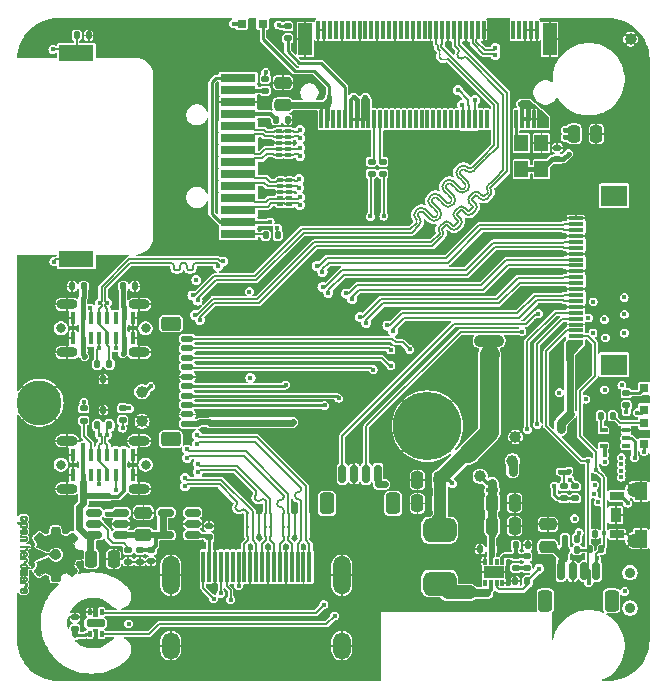
<source format=gbr>
%TF.GenerationSoftware,KiCad,Pcbnew,8.0.7*%
%TF.CreationDate,2025-01-30T19:22:21+01:00*%
%TF.ProjectId,CM5_MINIMA_2,434d355f-4d49-44e4-994d-415f322e6b69,2*%
%TF.SameCoordinates,Original*%
%TF.FileFunction,Copper,L1,Top*%
%TF.FilePolarity,Positive*%
%FSLAX46Y46*%
G04 Gerber Fmt 4.6, Leading zero omitted, Abs format (unit mm)*
G04 Created by KiCad (PCBNEW 8.0.7) date 2025-01-30 19:22:21*
%MOMM*%
%LPD*%
G01*
G04 APERTURE LIST*
G04 Aperture macros list*
%AMRoundRect*
0 Rectangle with rounded corners*
0 $1 Rounding radius*
0 $2 $3 $4 $5 $6 $7 $8 $9 X,Y pos of 4 corners*
0 Add a 4 corners polygon primitive as box body*
4,1,4,$2,$3,$4,$5,$6,$7,$8,$9,$2,$3,0*
0 Add four circle primitives for the rounded corners*
1,1,$1+$1,$2,$3*
1,1,$1+$1,$4,$5*
1,1,$1+$1,$6,$7*
1,1,$1+$1,$8,$9*
0 Add four rect primitives between the rounded corners*
20,1,$1+$1,$2,$3,$4,$5,0*
20,1,$1+$1,$4,$5,$6,$7,0*
20,1,$1+$1,$6,$7,$8,$9,0*
20,1,$1+$1,$8,$9,$2,$3,0*%
G04 Aperture macros list end*
%TA.AperFunction,EtchedComponent*%
%ADD10C,0.010000*%
%TD*%
%TA.AperFunction,SMDPad,CuDef*%
%ADD11R,1.200000X0.700000*%
%TD*%
%TA.AperFunction,SMDPad,CuDef*%
%ADD12R,0.950000X1.300000*%
%TD*%
%TA.AperFunction,SMDPad,CuDef*%
%ADD13R,1.000000X1.500000*%
%TD*%
%TA.AperFunction,ComponentPad*%
%ADD14C,1.200000*%
%TD*%
%TA.AperFunction,ComponentPad*%
%ADD15C,0.900000*%
%TD*%
%TA.AperFunction,SMDPad,CuDef*%
%ADD16RoundRect,0.150000X0.512500X0.150000X-0.512500X0.150000X-0.512500X-0.150000X0.512500X-0.150000X0*%
%TD*%
%TA.AperFunction,SMDPad,CuDef*%
%ADD17RoundRect,0.135000X0.135000X0.185000X-0.135000X0.185000X-0.135000X-0.185000X0.135000X-0.185000X0*%
%TD*%
%TA.AperFunction,SMDPad,CuDef*%
%ADD18RoundRect,0.150000X0.150000X0.625000X-0.150000X0.625000X-0.150000X-0.625000X0.150000X-0.625000X0*%
%TD*%
%TA.AperFunction,SMDPad,CuDef*%
%ADD19RoundRect,0.250000X0.350000X0.650000X-0.350000X0.650000X-0.350000X-0.650000X0.350000X-0.650000X0*%
%TD*%
%TA.AperFunction,SMDPad,CuDef*%
%ADD20C,1.000000*%
%TD*%
%TA.AperFunction,SMDPad,CuDef*%
%ADD21RoundRect,0.250000X-0.250000X-0.475000X0.250000X-0.475000X0.250000X0.475000X-0.250000X0.475000X0*%
%TD*%
%TA.AperFunction,SMDPad,CuDef*%
%ADD22R,0.300000X0.500000*%
%TD*%
%TA.AperFunction,SMDPad,CuDef*%
%ADD23R,1.750000X1.050000*%
%TD*%
%TA.AperFunction,SMDPad,CuDef*%
%ADD24RoundRect,0.135000X-0.185000X0.135000X-0.185000X-0.135000X0.185000X-0.135000X0.185000X0.135000X0*%
%TD*%
%TA.AperFunction,SMDPad,CuDef*%
%ADD25RoundRect,0.250000X0.250000X0.475000X-0.250000X0.475000X-0.250000X-0.475000X0.250000X-0.475000X0*%
%TD*%
%TA.AperFunction,SMDPad,CuDef*%
%ADD26RoundRect,0.140000X0.170000X-0.140000X0.170000X0.140000X-0.170000X0.140000X-0.170000X-0.140000X0*%
%TD*%
%TA.AperFunction,SMDPad,CuDef*%
%ADD27R,0.250000X0.680000*%
%TD*%
%TA.AperFunction,SMDPad,CuDef*%
%ADD28RoundRect,0.075000X0.200000X-0.075000X0.200000X0.075000X-0.200000X0.075000X-0.200000X-0.075000X0*%
%TD*%
%TA.AperFunction,SMDPad,CuDef*%
%ADD29R,0.800000X0.700000*%
%TD*%
%TA.AperFunction,SMDPad,CuDef*%
%ADD30RoundRect,0.135000X-0.135000X-0.185000X0.135000X-0.185000X0.135000X0.185000X-0.135000X0.185000X0*%
%TD*%
%TA.AperFunction,SMDPad,CuDef*%
%ADD31RoundRect,0.500000X0.900000X-0.500000X0.900000X0.500000X-0.900000X0.500000X-0.900000X-0.500000X0*%
%TD*%
%TA.AperFunction,SMDPad,CuDef*%
%ADD32R,1.200000X1.400000*%
%TD*%
%TA.AperFunction,SMDPad,CuDef*%
%ADD33RoundRect,0.250000X0.475000X-0.250000X0.475000X0.250000X-0.475000X0.250000X-0.475000X-0.250000X0*%
%TD*%
%TA.AperFunction,ComponentPad*%
%ADD34C,2.600000*%
%TD*%
%TA.AperFunction,ConnectorPad*%
%ADD35C,3.800000*%
%TD*%
%TA.AperFunction,SMDPad,CuDef*%
%ADD36RoundRect,0.100000X0.225000X0.100000X-0.225000X0.100000X-0.225000X-0.100000X0.225000X-0.100000X0*%
%TD*%
%TA.AperFunction,SMDPad,CuDef*%
%ADD37RoundRect,0.125000X0.425000X-0.125000X0.425000X0.125000X-0.425000X0.125000X-0.425000X-0.125000X0*%
%TD*%
%TA.AperFunction,SMDPad,CuDef*%
%ADD38RoundRect,0.250000X0.600000X-0.350000X0.600000X0.350000X-0.600000X0.350000X-0.600000X-0.350000X0*%
%TD*%
%TA.AperFunction,SMDPad,CuDef*%
%ADD39RoundRect,0.140000X-0.140000X-0.170000X0.140000X-0.170000X0.140000X0.170000X-0.140000X0.170000X0*%
%TD*%
%TA.AperFunction,SMDPad,CuDef*%
%ADD40RoundRect,0.135000X0.185000X-0.135000X0.185000X0.135000X-0.185000X0.135000X-0.185000X-0.135000X0*%
%TD*%
%TA.AperFunction,SMDPad,CuDef*%
%ADD41RoundRect,0.087500X0.087500X-0.187500X0.087500X0.187500X-0.087500X0.187500X-0.087500X-0.187500X0*%
%TD*%
%TA.AperFunction,SMDPad,CuDef*%
%ADD42RoundRect,0.175000X0.625000X-0.175000X0.625000X0.175000X-0.625000X0.175000X-0.625000X-0.175000X0*%
%TD*%
%TA.AperFunction,ComponentPad*%
%ADD43C,0.800000*%
%TD*%
%TA.AperFunction,ComponentPad*%
%ADD44O,1.800000X0.860000*%
%TD*%
%TA.AperFunction,SMDPad,CuDef*%
%ADD45R,0.400000X1.100000*%
%TD*%
%TA.AperFunction,SMDPad,CuDef*%
%ADD46R,0.300000X1.550000*%
%TD*%
%TA.AperFunction,ComponentPad*%
%ADD47C,5.800000*%
%TD*%
%TA.AperFunction,SMDPad,CuDef*%
%ADD48R,1.200000X2.750000*%
%TD*%
%TA.AperFunction,SMDPad,CuDef*%
%ADD49R,3.000000X0.710000*%
%TD*%
%TA.AperFunction,SMDPad,CuDef*%
%ADD50R,3.000000X1.400000*%
%TD*%
%TA.AperFunction,ComponentPad*%
%ADD51C,1.000000*%
%TD*%
%TA.AperFunction,SMDPad,CuDef*%
%ADD52RoundRect,0.140000X-0.170000X0.140000X-0.170000X-0.140000X0.170000X-0.140000X0.170000X0.140000X0*%
%TD*%
%TA.AperFunction,SMDPad,CuDef*%
%ADD53R,0.300000X2.600000*%
%TD*%
%TA.AperFunction,ComponentPad*%
%ADD54O,1.500000X3.300000*%
%TD*%
%TA.AperFunction,ComponentPad*%
%ADD55O,1.500000X2.300000*%
%TD*%
%TA.AperFunction,SMDPad,CuDef*%
%ADD56RoundRect,0.140000X0.140000X0.170000X-0.140000X0.170000X-0.140000X-0.170000X0.140000X-0.170000X0*%
%TD*%
%TA.AperFunction,SMDPad,CuDef*%
%ADD57RoundRect,0.125000X-0.125000X0.175000X-0.125000X-0.175000X0.125000X-0.175000X0.125000X0.175000X0*%
%TD*%
%TA.AperFunction,SMDPad,CuDef*%
%ADD58RoundRect,0.125000X0.125000X-0.175000X0.125000X0.175000X-0.125000X0.175000X-0.125000X-0.175000X0*%
%TD*%
%TA.AperFunction,SMDPad,CuDef*%
%ADD59R,0.700000X0.800000*%
%TD*%
%TA.AperFunction,SMDPad,CuDef*%
%ADD60R,1.300000X0.300000*%
%TD*%
%TA.AperFunction,SMDPad,CuDef*%
%ADD61R,2.200000X1.800000*%
%TD*%
%TA.AperFunction,ViaPad*%
%ADD62C,0.450000*%
%TD*%
%TA.AperFunction,Conductor*%
%ADD63C,0.200000*%
%TD*%
%TA.AperFunction,Conductor*%
%ADD64C,0.600000*%
%TD*%
%TA.AperFunction,Conductor*%
%ADD65C,0.300000*%
%TD*%
%TA.AperFunction,Conductor*%
%ADD66C,0.150000*%
%TD*%
%TA.AperFunction,Conductor*%
%ADD67C,0.500000*%
%TD*%
%TA.AperFunction,Conductor*%
%ADD68C,0.800000*%
%TD*%
%TA.AperFunction,Conductor*%
%ADD69C,0.250000*%
%TD*%
%TA.AperFunction,Conductor*%
%ADD70C,0.140000*%
%TD*%
%TA.AperFunction,Conductor*%
%ADD71C,0.130000*%
%TD*%
%TA.AperFunction,Conductor*%
%ADD72C,0.400000*%
%TD*%
%TA.AperFunction,Conductor*%
%ADD73C,1.600000*%
%TD*%
%TA.AperFunction,Conductor*%
%ADD74C,1.200000*%
%TD*%
%TA.AperFunction,Conductor*%
%ADD75C,1.000000*%
%TD*%
%TA.AperFunction,Conductor*%
%ADD76C,0.700000*%
%TD*%
G04 APERTURE END LIST*
D10*
%TO.C,REF\u002A\u002A*%
X1119953Y8903308D02*
X1196968Y8899930D01*
X1253977Y8892858D01*
X1295474Y8880912D01*
X1325957Y8862910D01*
X1349920Y8837673D01*
X1366645Y8812753D01*
X1388903Y8752829D01*
X1393924Y8683089D01*
X1381248Y8617400D01*
X1373666Y8600052D01*
X1340872Y8558644D01*
X1293453Y8523235D01*
X1242849Y8501336D01*
X1217902Y8497771D01*
X1183073Y8509721D01*
X1164643Y8535933D01*
X1153484Y8564036D01*
X1151428Y8576905D01*
X1166351Y8583171D01*
X1198825Y8595544D01*
X1213498Y8600972D01*
X1264256Y8631410D01*
X1289573Y8675480D01*
X1288794Y8731990D01*
X1287797Y8736175D01*
X1273493Y8766345D01*
X1245607Y8788524D01*
X1200713Y8803673D01*
X1135385Y8812750D01*
X1046196Y8816714D01*
X998739Y8817086D01*
X923929Y8817270D01*
X872931Y8818478D01*
X840529Y8821691D01*
X821505Y8827891D01*
X810644Y8838060D01*
X802728Y8853181D01*
X802330Y8854054D01*
X790019Y8883172D01*
X785486Y8897597D01*
X799191Y8899814D01*
X837075Y8901711D01*
X894285Y8903153D01*
X965973Y8904002D01*
X1018435Y8904171D01*
X1119953Y8903308D01*
%TA.AperFunction,EtchedComponent*%
G36*
X1119953Y8903308D02*
G01*
X1196968Y8899930D01*
X1253977Y8892858D01*
X1295474Y8880912D01*
X1325957Y8862910D01*
X1349920Y8837673D01*
X1366645Y8812753D01*
X1388903Y8752829D01*
X1393924Y8683089D01*
X1381248Y8617400D01*
X1373666Y8600052D01*
X1340872Y8558644D01*
X1293453Y8523235D01*
X1242849Y8501336D01*
X1217902Y8497771D01*
X1183073Y8509721D01*
X1164643Y8535933D01*
X1153484Y8564036D01*
X1151428Y8576905D01*
X1166351Y8583171D01*
X1198825Y8595544D01*
X1213498Y8600972D01*
X1264256Y8631410D01*
X1289573Y8675480D01*
X1288794Y8731990D01*
X1287797Y8736175D01*
X1273493Y8766345D01*
X1245607Y8788524D01*
X1200713Y8803673D01*
X1135385Y8812750D01*
X1046196Y8816714D01*
X998739Y8817086D01*
X923929Y8817270D01*
X872931Y8818478D01*
X840529Y8821691D01*
X821505Y8827891D01*
X810644Y8838060D01*
X802728Y8853181D01*
X802330Y8854054D01*
X790019Y8883172D01*
X785486Y8897597D01*
X799191Y8899814D01*
X837075Y8901711D01*
X894285Y8903153D01*
X965973Y8904002D01*
X1018435Y8904171D01*
X1119953Y8903308D01*
G37*
%TD.AperFunction*%
X1028611Y12863859D02*
X1121481Y12862029D01*
X1190111Y12859888D01*
X1239289Y12856819D01*
X1273802Y12852206D01*
X1298438Y12845432D01*
X1317984Y12835881D01*
X1335230Y12824366D01*
X1390320Y12768810D01*
X1422178Y12701020D01*
X1429809Y12627287D01*
X1412220Y12553907D01*
X1385277Y12507328D01*
X1358534Y12474943D01*
X1330516Y12451258D01*
X1296252Y12434941D01*
X1250773Y12424661D01*
X1189108Y12419086D01*
X1106289Y12416884D01*
X1046754Y12416629D01*
X827609Y12416629D01*
X799956Y12478314D01*
X772303Y12540000D01*
X1012330Y12547257D01*
X1101972Y12550256D01*
X1167038Y12553402D01*
X1211974Y12557299D01*
X1241230Y12562553D01*
X1259252Y12569769D01*
X1270489Y12579550D01*
X1272921Y12582688D01*
X1291917Y12630239D01*
X1284400Y12678303D01*
X1264457Y12706914D01*
X1250325Y12718553D01*
X1231780Y12726609D01*
X1203666Y12731729D01*
X1160827Y12734559D01*
X1098105Y12735744D01*
X1032739Y12735943D01*
X950732Y12735982D01*
X892684Y12737386D01*
X853535Y12742086D01*
X828220Y12752013D01*
X811677Y12769097D01*
X798844Y12795268D01*
X785509Y12830225D01*
X770993Y12868404D01*
X1028611Y12863859D01*
%TA.AperFunction,EtchedComponent*%
G36*
X1028611Y12863859D02*
G01*
X1121481Y12862029D01*
X1190111Y12859888D01*
X1239289Y12856819D01*
X1273802Y12852206D01*
X1298438Y12845432D01*
X1317984Y12835881D01*
X1335230Y12824366D01*
X1390320Y12768810D01*
X1422178Y12701020D01*
X1429809Y12627287D01*
X1412220Y12553907D01*
X1385277Y12507328D01*
X1358534Y12474943D01*
X1330516Y12451258D01*
X1296252Y12434941D01*
X1250773Y12424661D01*
X1189108Y12419086D01*
X1106289Y12416884D01*
X1046754Y12416629D01*
X827609Y12416629D01*
X799956Y12478314D01*
X772303Y12540000D01*
X1012330Y12547257D01*
X1101972Y12550256D01*
X1167038Y12553402D01*
X1211974Y12557299D01*
X1241230Y12562553D01*
X1259252Y12569769D01*
X1270489Y12579550D01*
X1272921Y12582688D01*
X1291917Y12630239D01*
X1284400Y12678303D01*
X1264457Y12706914D01*
X1250325Y12718553D01*
X1231780Y12726609D01*
X1203666Y12731729D01*
X1160827Y12734559D01*
X1098105Y12735744D01*
X1032739Y12735943D01*
X950732Y12735982D01*
X892684Y12737386D01*
X853535Y12742086D01*
X828220Y12752013D01*
X811677Y12769097D01*
X798844Y12795268D01*
X785509Y12830225D01*
X770993Y12868404D01*
X1028611Y12863859D01*
G37*
%TD.AperFunction*%
X1006331Y10992402D02*
X1021343Y10992092D01*
X1110141Y10989899D01*
X1174981Y10987307D01*
X1220933Y10983618D01*
X1253065Y10978136D01*
X1276447Y10970165D01*
X1296148Y10959007D01*
X1304590Y10953170D01*
X1341943Y10919704D01*
X1370997Y10882273D01*
X1373533Y10877691D01*
X1393557Y10810574D01*
X1390245Y10740074D01*
X1365916Y10674142D01*
X1322883Y10620727D01*
X1292591Y10599836D01*
X1237006Y10577061D01*
X1196814Y10577534D01*
X1169783Y10601438D01*
X1165187Y10610283D01*
X1150856Y10648470D01*
X1154528Y10667972D01*
X1178593Y10674578D01*
X1191886Y10674914D01*
X1240790Y10687008D01*
X1275001Y10718529D01*
X1291524Y10762341D01*
X1287366Y10811305D01*
X1265773Y10851106D01*
X1253456Y10864550D01*
X1238513Y10874079D01*
X1215925Y10880515D01*
X1180672Y10884683D01*
X1127734Y10887403D01*
X1052093Y10889498D01*
X1028143Y10890040D01*
X946210Y10892019D01*
X888545Y10894269D01*
X850392Y10897643D01*
X826996Y10902994D01*
X813602Y10911176D01*
X805455Y10923041D01*
X801856Y10930638D01*
X789548Y10962898D01*
X785486Y10981889D01*
X799052Y10988164D01*
X840066Y10991994D01*
X909001Y10993400D01*
X1006331Y10992402D01*
%TA.AperFunction,EtchedComponent*%
G36*
X1006331Y10992402D02*
G01*
X1021343Y10992092D01*
X1110141Y10989899D01*
X1174981Y10987307D01*
X1220933Y10983618D01*
X1253065Y10978136D01*
X1276447Y10970165D01*
X1296148Y10959007D01*
X1304590Y10953170D01*
X1341943Y10919704D01*
X1370997Y10882273D01*
X1373533Y10877691D01*
X1393557Y10810574D01*
X1390245Y10740074D01*
X1365916Y10674142D01*
X1322883Y10620727D01*
X1292591Y10599836D01*
X1237006Y10577061D01*
X1196814Y10577534D01*
X1169783Y10601438D01*
X1165187Y10610283D01*
X1150856Y10648470D01*
X1154528Y10667972D01*
X1178593Y10674578D01*
X1191886Y10674914D01*
X1240790Y10687008D01*
X1275001Y10718529D01*
X1291524Y10762341D01*
X1287366Y10811305D01*
X1265773Y10851106D01*
X1253456Y10864550D01*
X1238513Y10874079D01*
X1215925Y10880515D01*
X1180672Y10884683D01*
X1127734Y10887403D01*
X1052093Y10889498D01*
X1028143Y10890040D01*
X946210Y10892019D01*
X888545Y10894269D01*
X850392Y10897643D01*
X826996Y10902994D01*
X813602Y10911176D01*
X805455Y10923041D01*
X801856Y10930638D01*
X789548Y10962898D01*
X785486Y10981889D01*
X799052Y10988164D01*
X840066Y10991994D01*
X909001Y10993400D01*
X1006331Y10992402D01*
G37*
%TD.AperFunction*%
X1378242Y9955774D02*
X1390718Y9923941D01*
X1395086Y9905317D01*
X1381282Y9900542D01*
X1342714Y9896079D01*
X1283644Y9892225D01*
X1208337Y9889278D01*
X1144714Y9887857D01*
X894343Y9883886D01*
X889444Y9849241D01*
X892869Y9817732D01*
X903959Y9802292D01*
X924692Y9797977D01*
X968855Y9794292D01*
X1030854Y9791531D01*
X1105091Y9789988D01*
X1143294Y9789765D01*
X1363217Y9789543D01*
X1379151Y9743834D01*
X1389985Y9711482D01*
X1395038Y9693885D01*
X1395086Y9693377D01*
X1381352Y9691612D01*
X1343270Y9689671D01*
X1285518Y9687718D01*
X1212773Y9685916D01*
X1144714Y9684657D01*
X894343Y9680686D01*
X894343Y9593600D01*
X1122760Y9589604D01*
X1351178Y9585608D01*
X1373132Y9543153D01*
X1388207Y9511808D01*
X1395049Y9493256D01*
X1395086Y9492721D01*
X1381337Y9490167D01*
X1343150Y9487952D01*
X1285114Y9486216D01*
X1211820Y9485101D01*
X1134945Y9484743D01*
X874804Y9484743D01*
X828873Y9530674D01*
X800571Y9562325D01*
X789107Y9590110D01*
X789832Y9628085D01*
X791679Y9643160D01*
X797052Y9690274D01*
X800131Y9729244D01*
X800415Y9738743D01*
X798555Y9770767D01*
X793886Y9816568D01*
X791679Y9834326D01*
X788265Y9877943D01*
X795680Y9907255D01*
X818573Y9936320D01*
X828873Y9946812D01*
X874804Y9992743D01*
X1361398Y9992743D01*
X1378242Y9955774D01*
%TA.AperFunction,EtchedComponent*%
G36*
X1378242Y9955774D02*
G01*
X1390718Y9923941D01*
X1395086Y9905317D01*
X1381282Y9900542D01*
X1342714Y9896079D01*
X1283644Y9892225D01*
X1208337Y9889278D01*
X1144714Y9887857D01*
X894343Y9883886D01*
X889444Y9849241D01*
X892869Y9817732D01*
X903959Y9802292D01*
X924692Y9797977D01*
X968855Y9794292D01*
X1030854Y9791531D01*
X1105091Y9789988D01*
X1143294Y9789765D01*
X1363217Y9789543D01*
X1379151Y9743834D01*
X1389985Y9711482D01*
X1395038Y9693885D01*
X1395086Y9693377D01*
X1381352Y9691612D01*
X1343270Y9689671D01*
X1285518Y9687718D01*
X1212773Y9685916D01*
X1144714Y9684657D01*
X894343Y9680686D01*
X894343Y9593600D01*
X1122760Y9589604D01*
X1351178Y9585608D01*
X1373132Y9543153D01*
X1388207Y9511808D01*
X1395049Y9493256D01*
X1395086Y9492721D01*
X1381337Y9490167D01*
X1343150Y9487952D01*
X1285114Y9486216D01*
X1211820Y9485101D01*
X1134945Y9484743D01*
X874804Y9484743D01*
X828873Y9530674D01*
X800571Y9562325D01*
X789107Y9590110D01*
X789832Y9628085D01*
X791679Y9643160D01*
X797052Y9690274D01*
X800131Y9729244D01*
X800415Y9738743D01*
X798555Y9770767D01*
X793886Y9816568D01*
X791679Y9834326D01*
X788265Y9877943D01*
X795680Y9907255D01*
X818573Y9936320D01*
X828873Y9946812D01*
X874804Y9992743D01*
X1361398Y9992743D01*
X1378242Y9955774D01*
G37*
%TD.AperFunction*%
X1590556Y11948543D02*
X1610453Y11901371D01*
X1488711Y11894114D01*
X1429387Y11889861D01*
X1394428Y11884975D01*
X1379180Y11878205D01*
X1378985Y11868298D01*
X1380805Y11865086D01*
X1393985Y11822356D01*
X1393215Y11766773D01*
X1379667Y11710263D01*
X1362139Y11674918D01*
X1334139Y11638679D01*
X1302451Y11612187D01*
X1262187Y11594001D01*
X1208457Y11582678D01*
X1136374Y11576778D01*
X1041049Y11574857D01*
X1022763Y11574823D01*
X817354Y11574800D01*
X801420Y11620509D01*
X790580Y11652973D01*
X785532Y11670785D01*
X785486Y11671309D01*
X799172Y11673063D01*
X836924Y11674556D01*
X893776Y11675674D01*
X964766Y11676303D01*
X1007927Y11676400D01*
X1093027Y11676602D01*
X1154019Y11677642D01*
X1195823Y11680169D01*
X1223358Y11684836D01*
X1241544Y11692293D01*
X1255302Y11703189D01*
X1261927Y11709993D01*
X1288625Y11756728D01*
X1290625Y11807728D01*
X1268045Y11853999D01*
X1259893Y11862556D01*
X1244564Y11875107D01*
X1226382Y11883812D01*
X1200091Y11889369D01*
X1160438Y11892474D01*
X1102168Y11893824D01*
X1021827Y11894114D01*
X817354Y11894114D01*
X801420Y11939823D01*
X790580Y11972287D01*
X785532Y11990099D01*
X785486Y11990623D01*
X799377Y11991963D01*
X838561Y11993172D01*
X899300Y11994199D01*
X977859Y11994998D01*
X1070502Y11995519D01*
X1173491Y11995714D01*
X1570658Y11995714D01*
X1590556Y11948543D01*
%TA.AperFunction,EtchedComponent*%
G36*
X1590556Y11948543D02*
G01*
X1610453Y11901371D01*
X1488711Y11894114D01*
X1429387Y11889861D01*
X1394428Y11884975D01*
X1379180Y11878205D01*
X1378985Y11868298D01*
X1380805Y11865086D01*
X1393985Y11822356D01*
X1393215Y11766773D01*
X1379667Y11710263D01*
X1362139Y11674918D01*
X1334139Y11638679D01*
X1302451Y11612187D01*
X1262187Y11594001D01*
X1208457Y11582678D01*
X1136374Y11576778D01*
X1041049Y11574857D01*
X1022763Y11574823D01*
X817354Y11574800D01*
X801420Y11620509D01*
X790580Y11652973D01*
X785532Y11670785D01*
X785486Y11671309D01*
X799172Y11673063D01*
X836924Y11674556D01*
X893776Y11675674D01*
X964766Y11676303D01*
X1007927Y11676400D01*
X1093027Y11676602D01*
X1154019Y11677642D01*
X1195823Y11680169D01*
X1223358Y11684836D01*
X1241544Y11692293D01*
X1255302Y11703189D01*
X1261927Y11709993D01*
X1288625Y11756728D01*
X1290625Y11807728D01*
X1268045Y11853999D01*
X1259893Y11862556D01*
X1244564Y11875107D01*
X1226382Y11883812D01*
X1200091Y11889369D01*
X1160438Y11892474D01*
X1102168Y11893824D01*
X1021827Y11894114D01*
X817354Y11894114D01*
X801420Y11939823D01*
X790580Y11972287D01*
X785532Y11990099D01*
X785486Y11990623D01*
X799377Y11991963D01*
X838561Y11993172D01*
X899300Y11994199D01*
X977859Y11994998D01*
X1070502Y11995519D01*
X1173491Y11995714D01*
X1570658Y11995714D01*
X1590556Y11948543D01*
G37*
%TD.AperFunction*%
X1109808Y14535678D02*
X1179587Y14535174D01*
X1231841Y14532904D01*
X1268051Y14527932D01*
X1294701Y14519287D01*
X1318278Y14505995D01*
X1322662Y14503057D01*
X1381751Y14453687D01*
X1416053Y14399891D01*
X1429669Y14334398D01*
X1430335Y14312158D01*
X1418038Y14228885D01*
X1382267Y14160855D01*
X1324699Y14110649D01*
X1287688Y14092815D01*
X1232118Y14078937D01*
X1161904Y14071833D01*
X1085273Y14071160D01*
X1010448Y14076573D01*
X945658Y14087730D01*
X899127Y14104286D01*
X891113Y14109374D01*
X831293Y14169645D01*
X795465Y14241231D01*
X784980Y14318908D01*
X786612Y14326814D01*
X920320Y14326814D01*
X921452Y14293097D01*
X942984Y14259005D01*
X965971Y14238671D01*
X999522Y14226629D01*
X1052431Y14219866D01*
X1058601Y14219402D01*
X1154487Y14218248D01*
X1225701Y14230312D01*
X1271806Y14255430D01*
X1292365Y14293440D01*
X1293486Y14307008D01*
X1287848Y14342636D01*
X1268314Y14367006D01*
X1230958Y14381907D01*
X1171850Y14389125D01*
X1109808Y14390571D01*
X1043570Y14389727D01*
X999614Y14386404D01*
X971221Y14379417D01*
X951675Y14367584D01*
X945143Y14361543D01*
X920320Y14326814D01*
X786612Y14326814D01*
X801190Y14397452D01*
X810908Y14419311D01*
X840857Y14461878D01*
X880567Y14499237D01*
X885603Y14502768D01*
X909876Y14517119D01*
X935822Y14526606D01*
X969978Y14532210D01*
X1018881Y14534914D01*
X1089065Y14535701D01*
X1104800Y14535714D01*
X1109808Y14535678D01*
%TA.AperFunction,EtchedComponent*%
G36*
X1109808Y14535678D02*
G01*
X1179587Y14535174D01*
X1231841Y14532904D01*
X1268051Y14527932D01*
X1294701Y14519287D01*
X1318278Y14505995D01*
X1322662Y14503057D01*
X1381751Y14453687D01*
X1416053Y14399891D01*
X1429669Y14334398D01*
X1430335Y14312158D01*
X1418038Y14228885D01*
X1382267Y14160855D01*
X1324699Y14110649D01*
X1287688Y14092815D01*
X1232118Y14078937D01*
X1161904Y14071833D01*
X1085273Y14071160D01*
X1010448Y14076573D01*
X945658Y14087730D01*
X899127Y14104286D01*
X891113Y14109374D01*
X831293Y14169645D01*
X795465Y14241231D01*
X784980Y14318908D01*
X786612Y14326814D01*
X920320Y14326814D01*
X921452Y14293097D01*
X942984Y14259005D01*
X965971Y14238671D01*
X999522Y14226629D01*
X1052431Y14219866D01*
X1058601Y14219402D01*
X1154487Y14218248D01*
X1225701Y14230312D01*
X1271806Y14255430D01*
X1292365Y14293440D01*
X1293486Y14307008D01*
X1287848Y14342636D01*
X1268314Y14367006D01*
X1230958Y14381907D01*
X1171850Y14389125D01*
X1109808Y14390571D01*
X1043570Y14389727D01*
X999614Y14386404D01*
X971221Y14379417D01*
X951675Y14367584D01*
X945143Y14361543D01*
X920320Y14326814D01*
X786612Y14326814D01*
X801190Y14397452D01*
X810908Y14419311D01*
X840857Y14461878D01*
X880567Y14499237D01*
X885603Y14502768D01*
X909876Y14517119D01*
X935822Y14526606D01*
X969978Y14532210D01*
X1018881Y14534914D01*
X1089065Y14535701D01*
X1104800Y14535714D01*
X1109808Y14535678D01*
G37*
%TD.AperFunction*%
X1133753Y8409628D02*
X1177751Y8408715D01*
X1244616Y8401804D01*
X1293305Y8388116D01*
X1329151Y8365904D01*
X1357487Y8333426D01*
X1366645Y8319267D01*
X1390493Y8254947D01*
X1391994Y8184527D01*
X1373034Y8116405D01*
X1335503Y8058979D01*
X1301904Y8031281D01*
X1240936Y8009338D01*
X1192692Y8007595D01*
X1128184Y8011543D01*
X1063066Y8160314D01*
X1029798Y8232651D01*
X1003036Y8279916D01*
X979856Y8304493D01*
X957333Y8308763D01*
X932545Y8295111D01*
X916114Y8280057D01*
X889765Y8236254D01*
X887919Y8188611D01*
X908454Y8144855D01*
X949248Y8112711D01*
X963653Y8106962D01*
X1008644Y8079424D01*
X1027818Y8047742D01*
X1044221Y8004286D01*
X982034Y8004286D01*
X939717Y8008128D01*
X904031Y8023177D01*
X863057Y8054720D01*
X857733Y8059408D01*
X821280Y8094494D01*
X801717Y8124653D01*
X792717Y8162385D01*
X789770Y8193665D01*
X789035Y8249615D01*
X798340Y8289445D01*
X812154Y8314292D01*
X815384Y8318444D01*
X1104800Y8318444D01*
X1110335Y8301726D01*
X1124983Y8265751D01*
X1145810Y8217669D01*
X1150286Y8207614D01*
X1181186Y8146848D01*
X1208343Y8113368D01*
X1233780Y8106010D01*
X1259519Y8123609D01*
X1270891Y8138144D01*
X1293636Y8190590D01*
X1289878Y8239678D01*
X1262116Y8280773D01*
X1212848Y8309242D01*
X1173743Y8318369D01*
X1133753Y8321993D01*
X1108874Y8320977D01*
X1104800Y8318444D01*
X815384Y8318444D01*
X842533Y8353344D01*
X875387Y8380375D01*
X916706Y8397483D01*
X972479Y8406762D01*
X1048695Y8410307D01*
X1087378Y8410590D01*
X1133753Y8409628D01*
%TA.AperFunction,EtchedComponent*%
G36*
X1133753Y8409628D02*
G01*
X1177751Y8408715D01*
X1244616Y8401804D01*
X1293305Y8388116D01*
X1329151Y8365904D01*
X1357487Y8333426D01*
X1366645Y8319267D01*
X1390493Y8254947D01*
X1391994Y8184527D01*
X1373034Y8116405D01*
X1335503Y8058979D01*
X1301904Y8031281D01*
X1240936Y8009338D01*
X1192692Y8007595D01*
X1128184Y8011543D01*
X1063066Y8160314D01*
X1029798Y8232651D01*
X1003036Y8279916D01*
X979856Y8304493D01*
X957333Y8308763D01*
X932545Y8295111D01*
X916114Y8280057D01*
X889765Y8236254D01*
X887919Y8188611D01*
X908454Y8144855D01*
X949248Y8112711D01*
X963653Y8106962D01*
X1008644Y8079424D01*
X1027818Y8047742D01*
X1044221Y8004286D01*
X982034Y8004286D01*
X939717Y8008128D01*
X904031Y8023177D01*
X863057Y8054720D01*
X857733Y8059408D01*
X821280Y8094494D01*
X801717Y8124653D01*
X792717Y8162385D01*
X789770Y8193665D01*
X789035Y8249615D01*
X798340Y8289445D01*
X812154Y8314292D01*
X815384Y8318444D01*
X1104800Y8318444D01*
X1110335Y8301726D01*
X1124983Y8265751D01*
X1145810Y8217669D01*
X1150286Y8207614D01*
X1181186Y8146848D01*
X1208343Y8113368D01*
X1233780Y8106010D01*
X1259519Y8123609D01*
X1270891Y8138144D01*
X1293636Y8190590D01*
X1289878Y8239678D01*
X1262116Y8280773D01*
X1212848Y8309242D01*
X1173743Y8318369D01*
X1133753Y8321993D01*
X1108874Y8320977D01*
X1104800Y8318444D01*
X815384Y8318444D01*
X842533Y8353344D01*
X875387Y8380375D01*
X916706Y8397483D01*
X972479Y8406762D01*
X1048695Y8410307D01*
X1087378Y8410590D01*
X1133753Y8409628D01*
G37*
%TD.AperFunction*%
X1094353Y10500542D02*
X1181432Y10497190D01*
X1249914Y10485274D01*
X1301400Y10462865D01*
X1341557Y10427876D01*
X1362139Y10400625D01*
X1384375Y10351093D01*
X1394696Y10293684D01*
X1391933Y10240318D01*
X1380788Y10210457D01*
X1377617Y10198739D01*
X1389443Y10190963D01*
X1421134Y10185535D01*
X1469407Y10181429D01*
X1523171Y10176933D01*
X1555518Y10170687D01*
X1574015Y10159324D01*
X1586230Y10139472D01*
X1591638Y10127000D01*
X1611399Y10079829D01*
X1274642Y10079883D01*
X1166163Y10080067D01*
X1082713Y10080781D01*
X1020296Y10082325D01*
X974915Y10084999D01*
X942571Y10089106D01*
X919267Y10094945D01*
X901005Y10102818D01*
X890582Y10108779D01*
X834055Y10158145D01*
X798623Y10220736D01*
X790259Y10266299D01*
X890581Y10266299D01*
X915295Y10218724D01*
X918644Y10215021D01*
X936065Y10199217D01*
X956791Y10189307D01*
X987638Y10183942D01*
X1035423Y10181772D01*
X1088252Y10181429D01*
X1154619Y10182173D01*
X1198894Y10185252D01*
X1227991Y10191939D01*
X1248827Y10203504D01*
X1259893Y10212987D01*
X1287802Y10257040D01*
X1291157Y10307776D01*
X1269841Y10356204D01*
X1261927Y10365550D01*
X1244353Y10381460D01*
X1223413Y10391390D01*
X1192218Y10396722D01*
X1143878Y10398837D01*
X1094353Y10399143D01*
X1029450Y10398524D01*
X986486Y10395686D01*
X958378Y10389160D01*
X938047Y10377477D01*
X922712Y10363517D01*
X893110Y10316635D01*
X890581Y10266299D01*
X790259Y10266299D01*
X785910Y10289987D01*
X797537Y10359332D01*
X818432Y10400625D01*
X854578Y10443975D01*
X898724Y10473519D01*
X956538Y10491345D01*
X1033687Y10499537D01*
X1090286Y10500698D01*
X1094353Y10500542D01*
%TA.AperFunction,EtchedComponent*%
G36*
X1094353Y10500542D02*
G01*
X1181432Y10497190D01*
X1249914Y10485274D01*
X1301400Y10462865D01*
X1341557Y10427876D01*
X1362139Y10400625D01*
X1384375Y10351093D01*
X1394696Y10293684D01*
X1391933Y10240318D01*
X1380788Y10210457D01*
X1377617Y10198739D01*
X1389443Y10190963D01*
X1421134Y10185535D01*
X1469407Y10181429D01*
X1523171Y10176933D01*
X1555518Y10170687D01*
X1574015Y10159324D01*
X1586230Y10139472D01*
X1591638Y10127000D01*
X1611399Y10079829D01*
X1274642Y10079883D01*
X1166163Y10080067D01*
X1082713Y10080781D01*
X1020296Y10082325D01*
X974915Y10084999D01*
X942571Y10089106D01*
X919267Y10094945D01*
X901005Y10102818D01*
X890582Y10108779D01*
X834055Y10158145D01*
X798623Y10220736D01*
X790259Y10266299D01*
X890581Y10266299D01*
X915295Y10218724D01*
X918644Y10215021D01*
X936065Y10199217D01*
X956791Y10189307D01*
X987638Y10183942D01*
X1035423Y10181772D01*
X1088252Y10181429D01*
X1154619Y10182173D01*
X1198894Y10185252D01*
X1227991Y10191939D01*
X1248827Y10203504D01*
X1259893Y10212987D01*
X1287802Y10257040D01*
X1291157Y10307776D01*
X1269841Y10356204D01*
X1261927Y10365550D01*
X1244353Y10381460D01*
X1223413Y10391390D01*
X1192218Y10396722D01*
X1143878Y10398837D01*
X1094353Y10399143D01*
X1029450Y10398524D01*
X986486Y10395686D01*
X958378Y10389160D01*
X938047Y10377477D01*
X922712Y10363517D01*
X893110Y10316635D01*
X890581Y10266299D01*
X790259Y10266299D01*
X785910Y10289987D01*
X797537Y10359332D01*
X818432Y10400625D01*
X854578Y10443975D01*
X898724Y10473519D01*
X956538Y10491345D01*
X1033687Y10499537D01*
X1090286Y10500698D01*
X1094353Y10500542D01*
G37*
%TD.AperFunction*%
X1197252Y13426767D02*
X1233973Y13422806D01*
X1303788Y13398450D01*
X1352698Y13364544D01*
X1402122Y13303347D01*
X1426641Y13235937D01*
X1428203Y13167120D01*
X1408761Y13101697D01*
X1370265Y13044473D01*
X1314665Y13000251D01*
X1243914Y12973833D01*
X1191838Y12968490D01*
X1170107Y12969097D01*
X1153469Y12974178D01*
X1138563Y12988145D01*
X1122027Y13015411D01*
X1100502Y13060388D01*
X1070626Y13127489D01*
X1070476Y13127829D01*
X1042187Y13189593D01*
X1017067Y13240241D01*
X997821Y13274596D01*
X996842Y13275778D01*
X1155907Y13275778D01*
X1162895Y13251102D01*
X1179413Y13212205D01*
X1200119Y13168725D01*
X1200667Y13167644D01*
X1220051Y13130791D01*
X1232987Y13116000D01*
X1246549Y13119647D01*
X1264368Y13135005D01*
X1290155Y13174077D01*
X1292050Y13216154D01*
X1273283Y13253897D01*
X1237085Y13279966D01*
X1197252Y13287486D01*
X1165247Y13285676D01*
X1155907Y13275778D01*
X996842Y13275778D01*
X987152Y13287482D01*
X987066Y13287486D01*
X963834Y13276128D01*
X938226Y13249569D01*
X919779Y13219077D01*
X916114Y13203630D01*
X928788Y13161485D01*
X960529Y13125192D01*
X995428Y13107483D01*
X1021155Y13090448D01*
X1050454Y13057078D01*
X1075765Y13017851D01*
X1089529Y12983244D01*
X1090286Y12976007D01*
X1077840Y12967861D01*
X1046028Y12967370D01*
X1003134Y12973357D01*
X957442Y12984643D01*
X917239Y13000050D01*
X915678Y13000829D01*
X850938Y13047196D01*
X806903Y13107289D01*
X785289Y13175535D01*
X787815Y13246362D01*
X816196Y13314196D01*
X818192Y13317212D01*
X866552Y13370573D01*
X929648Y13405660D01*
X1012613Y13425078D01*
X1035922Y13427684D01*
X1145945Y13432299D01*
X1197252Y13426767D01*
%TA.AperFunction,EtchedComponent*%
G36*
X1197252Y13426767D02*
G01*
X1233973Y13422806D01*
X1303788Y13398450D01*
X1352698Y13364544D01*
X1402122Y13303347D01*
X1426641Y13235937D01*
X1428203Y13167120D01*
X1408761Y13101697D01*
X1370265Y13044473D01*
X1314665Y13000251D01*
X1243914Y12973833D01*
X1191838Y12968490D01*
X1170107Y12969097D01*
X1153469Y12974178D01*
X1138563Y12988145D01*
X1122027Y13015411D01*
X1100502Y13060388D01*
X1070626Y13127489D01*
X1070476Y13127829D01*
X1042187Y13189593D01*
X1017067Y13240241D01*
X997821Y13274596D01*
X996842Y13275778D01*
X1155907Y13275778D01*
X1162895Y13251102D01*
X1179413Y13212205D01*
X1200119Y13168725D01*
X1200667Y13167644D01*
X1220051Y13130791D01*
X1232987Y13116000D01*
X1246549Y13119647D01*
X1264368Y13135005D01*
X1290155Y13174077D01*
X1292050Y13216154D01*
X1273283Y13253897D01*
X1237085Y13279966D01*
X1197252Y13287486D01*
X1165247Y13285676D01*
X1155907Y13275778D01*
X996842Y13275778D01*
X987152Y13287482D01*
X987066Y13287486D01*
X963834Y13276128D01*
X938226Y13249569D01*
X919779Y13219077D01*
X916114Y13203630D01*
X928788Y13161485D01*
X960529Y13125192D01*
X995428Y13107483D01*
X1021155Y13090448D01*
X1050454Y13057078D01*
X1075765Y13017851D01*
X1089529Y12983244D01*
X1090286Y12976007D01*
X1077840Y12967861D01*
X1046028Y12967370D01*
X1003134Y12973357D01*
X957442Y12984643D01*
X917239Y13000050D01*
X915678Y13000829D01*
X850938Y13047196D01*
X806903Y13107289D01*
X785289Y13175535D01*
X787815Y13246362D01*
X816196Y13314196D01*
X818192Y13317212D01*
X866552Y13370573D01*
X929648Y13405660D01*
X1012613Y13425078D01*
X1035922Y13427684D01*
X1145945Y13432299D01*
X1197252Y13426767D01*
G37*
%TD.AperFunction*%
X1259918Y11473504D02*
X1327673Y11431325D01*
X1350339Y11409376D01*
X1379431Y11359483D01*
X1392600Y11296033D01*
X1389032Y11230256D01*
X1367913Y11173384D01*
X1367507Y11172733D01*
X1341620Y11137560D01*
X1311367Y11111593D01*
X1271942Y11093330D01*
X1218538Y11081268D01*
X1146349Y11073904D01*
X1050568Y11069736D01*
X1036922Y11069371D01*
X831158Y11064124D01*
X808322Y11108284D01*
X792890Y11140237D01*
X785577Y11159530D01*
X785486Y11160422D01*
X798978Y11163761D01*
X835374Y11166413D01*
X888548Y11168044D01*
X931607Y11168400D01*
X1001359Y11168408D01*
X1045163Y11171597D01*
X1066056Y11182712D01*
X1067075Y11206499D01*
X1051259Y11247704D01*
X1022185Y11309914D01*
X998037Y11355659D01*
X977087Y11379187D01*
X954253Y11386104D01*
X953123Y11386114D01*
X913788Y11374701D01*
X892538Y11340908D01*
X889461Y11289191D01*
X889994Y11251939D01*
X879265Y11232297D01*
X853495Y11220048D01*
X820663Y11212998D01*
X802034Y11223158D01*
X799368Y11226983D01*
X788660Y11262999D01*
X787144Y11313434D01*
X794241Y11365374D01*
X807212Y11402178D01*
X850415Y11453062D01*
X910554Y11481986D01*
X957538Y11487714D01*
X999918Y11483343D01*
X1034512Y11467525D01*
X1065237Y11436203D01*
X1096010Y11385322D01*
X1130748Y11310824D01*
X1132712Y11306286D01*
X1163713Y11239179D01*
X1189138Y11197768D01*
X1211986Y11180019D01*
X1235255Y11183893D01*
X1261944Y11207357D01*
X1268086Y11214373D01*
X1291900Y11261370D01*
X1290897Y11310067D01*
X1267549Y11352478D01*
X1224325Y11380616D01*
X1215840Y11383231D01*
X1174692Y11408692D01*
X1154872Y11440999D01*
X1135230Y11487714D01*
X1186050Y11487714D01*
X1259918Y11473504D01*
%TA.AperFunction,EtchedComponent*%
G36*
X1259918Y11473504D02*
G01*
X1327673Y11431325D01*
X1350339Y11409376D01*
X1379431Y11359483D01*
X1392600Y11296033D01*
X1389032Y11230256D01*
X1367913Y11173384D01*
X1367507Y11172733D01*
X1341620Y11137560D01*
X1311367Y11111593D01*
X1271942Y11093330D01*
X1218538Y11081268D01*
X1146349Y11073904D01*
X1050568Y11069736D01*
X1036922Y11069371D01*
X831158Y11064124D01*
X808322Y11108284D01*
X792890Y11140237D01*
X785577Y11159530D01*
X785486Y11160422D01*
X798978Y11163761D01*
X835374Y11166413D01*
X888548Y11168044D01*
X931607Y11168400D01*
X1001359Y11168408D01*
X1045163Y11171597D01*
X1066056Y11182712D01*
X1067075Y11206499D01*
X1051259Y11247704D01*
X1022185Y11309914D01*
X998037Y11355659D01*
X977087Y11379187D01*
X954253Y11386104D01*
X953123Y11386114D01*
X913788Y11374701D01*
X892538Y11340908D01*
X889461Y11289191D01*
X889994Y11251939D01*
X879265Y11232297D01*
X853495Y11220048D01*
X820663Y11212998D01*
X802034Y11223158D01*
X799368Y11226983D01*
X788660Y11262999D01*
X787144Y11313434D01*
X794241Y11365374D01*
X807212Y11402178D01*
X850415Y11453062D01*
X910554Y11481986D01*
X957538Y11487714D01*
X999918Y11483343D01*
X1034512Y11467525D01*
X1065237Y11436203D01*
X1096010Y11385322D01*
X1130748Y11310824D01*
X1132712Y11306286D01*
X1163713Y11239179D01*
X1189138Y11197768D01*
X1211986Y11180019D01*
X1235255Y11183893D01*
X1261944Y11207357D01*
X1268086Y11214373D01*
X1291900Y11261370D01*
X1290897Y11310067D01*
X1267549Y11352478D01*
X1224325Y11380616D01*
X1215840Y11383231D01*
X1174692Y11408692D01*
X1154872Y11440999D01*
X1135230Y11487714D01*
X1186050Y11487714D01*
X1259918Y11473504D01*
G37*
%TD.AperFunction*%
X1034047Y9378371D02*
X1068514Y9347451D01*
X1087811Y9316580D01*
X1112241Y9268058D01*
X1137015Y9211515D01*
X1140801Y9202090D01*
X1168209Y9139981D01*
X1192366Y9104178D01*
X1216381Y9092663D01*
X1243365Y9103420D01*
X1264457Y9121886D01*
X1290428Y9165531D01*
X1292376Y9213554D01*
X1272363Y9257594D01*
X1232449Y9289291D01*
X1222152Y9293451D01*
X1184276Y9317673D01*
X1156158Y9353035D01*
X1133083Y9397657D01*
X1198515Y9397657D01*
X1238494Y9395031D01*
X1270003Y9383770D01*
X1303622Y9358801D01*
X1329516Y9334831D01*
X1366183Y9297559D01*
X1385879Y9268599D01*
X1393780Y9237495D01*
X1395086Y9202287D01*
X1383665Y9125124D01*
X1364656Y9083333D01*
X1341622Y9050531D01*
X1315867Y9026497D01*
X1282642Y9009903D01*
X1237200Y8999423D01*
X1174793Y8993729D01*
X1090673Y8991493D01*
X1035279Y8991257D01*
X819174Y8991257D01*
X802330Y9028226D01*
X790019Y9057344D01*
X785486Y9071769D01*
X798975Y9074528D01*
X835347Y9076718D01*
X888458Y9078058D01*
X930628Y9078343D01*
X991553Y9079566D01*
X1039885Y9082864D01*
X1069482Y9087679D01*
X1075771Y9091504D01*
X1069348Y9117217D01*
X1052875Y9157582D01*
X1030542Y9204321D01*
X1006543Y9249155D01*
X985070Y9283807D01*
X970315Y9299998D01*
X970155Y9300062D01*
X942848Y9298670D01*
X916781Y9286182D01*
X895608Y9264257D01*
X888526Y9232257D01*
X889351Y9204908D01*
X889958Y9166174D01*
X880884Y9145842D01*
X856908Y9133631D01*
X852387Y9132091D01*
X818194Y9126797D01*
X797432Y9140953D01*
X787538Y9177852D01*
X785708Y9217711D01*
X799273Y9289438D01*
X818645Y9326568D01*
X864155Y9372424D01*
X920017Y9396744D01*
X979043Y9398927D01*
X1034047Y9378371D01*
%TA.AperFunction,EtchedComponent*%
G36*
X1034047Y9378371D02*
G01*
X1068514Y9347451D01*
X1087811Y9316580D01*
X1112241Y9268058D01*
X1137015Y9211515D01*
X1140801Y9202090D01*
X1168209Y9139981D01*
X1192366Y9104178D01*
X1216381Y9092663D01*
X1243365Y9103420D01*
X1264457Y9121886D01*
X1290428Y9165531D01*
X1292376Y9213554D01*
X1272363Y9257594D01*
X1232449Y9289291D01*
X1222152Y9293451D01*
X1184276Y9317673D01*
X1156158Y9353035D01*
X1133083Y9397657D01*
X1198515Y9397657D01*
X1238494Y9395031D01*
X1270003Y9383770D01*
X1303622Y9358801D01*
X1329516Y9334831D01*
X1366183Y9297559D01*
X1385879Y9268599D01*
X1393780Y9237495D01*
X1395086Y9202287D01*
X1383665Y9125124D01*
X1364656Y9083333D01*
X1341622Y9050531D01*
X1315867Y9026497D01*
X1282642Y9009903D01*
X1237200Y8999423D01*
X1174793Y8993729D01*
X1090673Y8991493D01*
X1035279Y8991257D01*
X819174Y8991257D01*
X802330Y9028226D01*
X790019Y9057344D01*
X785486Y9071769D01*
X798975Y9074528D01*
X835347Y9076718D01*
X888458Y9078058D01*
X930628Y9078343D01*
X991553Y9079566D01*
X1039885Y9082864D01*
X1069482Y9087679D01*
X1075771Y9091504D01*
X1069348Y9117217D01*
X1052875Y9157582D01*
X1030542Y9204321D01*
X1006543Y9249155D01*
X985070Y9283807D01*
X970315Y9299998D01*
X970155Y9300062D01*
X942848Y9298670D01*
X916781Y9286182D01*
X895608Y9264257D01*
X888526Y9232257D01*
X889351Y9204908D01*
X889958Y9166174D01*
X880884Y9145842D01*
X856908Y9133631D01*
X852387Y9132091D01*
X818194Y9126797D01*
X797432Y9140953D01*
X787538Y9177852D01*
X785708Y9217711D01*
X799273Y9289438D01*
X818645Y9326568D01*
X864155Y9372424D01*
X920017Y9396744D01*
X979043Y9398927D01*
X1034047Y9378371D01*
G37*
%TD.AperFunction*%
X786545Y13982929D02*
X894661Y13981651D01*
X927000Y13981252D01*
X1038476Y13979815D01*
X1111397Y13978528D01*
X1124755Y13978292D01*
X1189667Y13976323D01*
X1237042Y13973550D01*
X1270710Y13969612D01*
X1294502Y13964151D01*
X1312247Y13956808D01*
X1327776Y13947223D01*
X1333619Y13943113D01*
X1388815Y13888595D01*
X1420110Y13819664D01*
X1428835Y13739928D01*
X1420082Y13670256D01*
X1392432Y13614799D01*
X1341520Y13565852D01*
X1322662Y13552371D01*
X1297985Y13537686D01*
X1271184Y13528158D01*
X1235413Y13522707D01*
X1183831Y13520253D01*
X1115733Y13519714D01*
X1022412Y13522148D01*
X952343Y13530606D01*
X900069Y13546826D01*
X860131Y13572546D01*
X827071Y13609503D01*
X825114Y13612218D01*
X805092Y13648640D01*
X795185Y13692498D01*
X793533Y13730237D01*
X920048Y13730237D01*
X944250Y13694784D01*
X945143Y13693886D01*
X963847Y13679461D01*
X989268Y13670687D01*
X1028416Y13666261D01*
X1088303Y13664882D01*
X1101570Y13664857D01*
X1184099Y13668188D01*
X1241309Y13679031D01*
X1276234Y13698660D01*
X1291906Y13728350D01*
X1293486Y13745509D01*
X1286074Y13786234D01*
X1261670Y13814168D01*
X1217020Y13830983D01*
X1148870Y13838350D01*
X1111397Y13839029D01*
X1049501Y13838245D01*
X1009003Y13834760D01*
X982292Y13826876D01*
X961756Y13812895D01*
X951740Y13803403D01*
X922433Y13764596D01*
X920048Y13730237D01*
X793533Y13730237D01*
X792743Y13748276D01*
X792743Y13838952D01*
X704717Y13838990D01*
X655692Y13839834D01*
X626935Y13844976D01*
X609689Y13858413D01*
X595192Y13884142D01*
X592231Y13890321D01*
X578352Y13919236D01*
X569586Y13941624D01*
X568829Y13958271D01*
X578977Y13969964D01*
X602927Y13977490D01*
X643574Y13981634D01*
X703814Y13983185D01*
X786545Y13982929D01*
%TA.AperFunction,EtchedComponent*%
G36*
X786545Y13982929D02*
G01*
X894661Y13981651D01*
X927000Y13981252D01*
X1038476Y13979815D01*
X1111397Y13978528D01*
X1124755Y13978292D01*
X1189667Y13976323D01*
X1237042Y13973550D01*
X1270710Y13969612D01*
X1294502Y13964151D01*
X1312247Y13956808D01*
X1327776Y13947223D01*
X1333619Y13943113D01*
X1388815Y13888595D01*
X1420110Y13819664D01*
X1428835Y13739928D01*
X1420082Y13670256D01*
X1392432Y13614799D01*
X1341520Y13565852D01*
X1322662Y13552371D01*
X1297985Y13537686D01*
X1271184Y13528158D01*
X1235413Y13522707D01*
X1183831Y13520253D01*
X1115733Y13519714D01*
X1022412Y13522148D01*
X952343Y13530606D01*
X900069Y13546826D01*
X860131Y13572546D01*
X827071Y13609503D01*
X825114Y13612218D01*
X805092Y13648640D01*
X795185Y13692498D01*
X793533Y13730237D01*
X920048Y13730237D01*
X944250Y13694784D01*
X945143Y13693886D01*
X963847Y13679461D01*
X989268Y13670687D01*
X1028416Y13666261D01*
X1088303Y13664882D01*
X1101570Y13664857D01*
X1184099Y13668188D01*
X1241309Y13679031D01*
X1276234Y13698660D01*
X1291906Y13728350D01*
X1293486Y13745509D01*
X1286074Y13786234D01*
X1261670Y13814168D01*
X1217020Y13830983D01*
X1148870Y13838350D01*
X1111397Y13839029D01*
X1049501Y13838245D01*
X1009003Y13834760D01*
X982292Y13826876D01*
X961756Y13812895D01*
X951740Y13803403D01*
X922433Y13764596D01*
X920048Y13730237D01*
X793533Y13730237D01*
X792743Y13748276D01*
X792743Y13838952D01*
X704717Y13838990D01*
X655692Y13839834D01*
X626935Y13844976D01*
X609689Y13858413D01*
X595192Y13884142D01*
X592231Y13890321D01*
X578352Y13919236D01*
X569586Y13941624D01*
X568829Y13958271D01*
X578977Y13969964D01*
X602927Y13977490D01*
X643574Y13981634D01*
X703814Y13983185D01*
X786545Y13982929D01*
G37*
%TD.AperFunction*%
X3908846Y13563086D02*
X3987787Y13562384D01*
X4044962Y13560866D01*
X4084001Y13558251D01*
X4108535Y13554254D01*
X4122195Y13548591D01*
X4128611Y13540980D01*
X4129801Y13537857D01*
X4134020Y13519022D01*
X4142438Y13477412D01*
X4154039Y13418370D01*
X4167805Y13347243D01*
X4182720Y13269375D01*
X4197768Y13190113D01*
X4211931Y13114802D01*
X4224194Y13048787D01*
X4233539Y12997413D01*
X4238950Y12966025D01*
X4239886Y12959041D01*
X4252404Y12952715D01*
X4285754Y12938710D01*
X4333623Y12919645D01*
X4352371Y12912366D01*
X4424805Y12883004D01*
X4504830Y12848429D01*
X4572272Y12817463D01*
X4623841Y12794677D01*
X4666215Y12779518D01*
X4692166Y12774458D01*
X4695644Y12775264D01*
X4712064Y12785959D01*
X4748583Y12810380D01*
X4801313Y12845905D01*
X4866365Y12889913D01*
X4939849Y12939783D01*
X4954355Y12949644D01*
X5040296Y13007508D01*
X5105739Y13050044D01*
X5153696Y13078946D01*
X5187180Y13095910D01*
X5209205Y13102633D01*
X5222783Y13100810D01*
X5222869Y13100764D01*
X5240703Y13086414D01*
X5275183Y13054677D01*
X5322732Y13008990D01*
X5379778Y12952796D01*
X5442745Y12889532D01*
X5449773Y12882398D01*
X5526980Y12802670D01*
X5583670Y12741143D01*
X5620890Y12696579D01*
X5639685Y12667743D01*
X5642111Y12655042D01*
X5631529Y12636506D01*
X5607084Y12598039D01*
X5571388Y12543614D01*
X5527053Y12477202D01*
X5476689Y12402775D01*
X5464840Y12385399D01*
X5296374Y12138703D01*
X5346938Y12027294D01*
X5376405Y11959543D01*
X5406041Y11886817D01*
X5429670Y11824297D01*
X5430642Y11821543D01*
X5448543Y11772640D01*
X5463680Y11734943D01*
X5472790Y11716575D01*
X5472816Y11716544D01*
X5489283Y11710715D01*
X5529781Y11700808D01*
X5589758Y11687805D01*
X5664660Y11672691D01*
X5749936Y11656448D01*
X5757125Y11655119D01*
X5844986Y11638825D01*
X5924740Y11623867D01*
X5991319Y11611209D01*
X6039653Y11601814D01*
X6064675Y11596646D01*
X6065057Y11596556D01*
X6075701Y11593411D01*
X6083738Y11587296D01*
X6089533Y11574547D01*
X6093453Y11551500D01*
X6095865Y11514491D01*
X6097135Y11459856D01*
X6097629Y11383933D01*
X6097714Y11283056D01*
X6097714Y11270000D01*
X6097652Y11166090D01*
X6097222Y11087546D01*
X6096058Y11030702D01*
X6093793Y10991895D01*
X6090060Y10967462D01*
X6084494Y10953738D01*
X6076727Y10947060D01*
X6066395Y10943764D01*
X6065057Y10943444D01*
X6040921Y10938438D01*
X5993299Y10929171D01*
X5927259Y10916608D01*
X5847872Y10901713D01*
X5760204Y10885449D01*
X5757125Y10884881D01*
X5671211Y10868590D01*
X5595304Y10853348D01*
X5533955Y10840139D01*
X5491718Y10829946D01*
X5473145Y10823752D01*
X5472816Y10823457D01*
X5463747Y10805212D01*
X5448633Y10767595D01*
X5430738Y10718729D01*
X5430642Y10718457D01*
X5407507Y10656907D01*
X5378035Y10584343D01*
X5348403Y10515943D01*
X5346938Y10512706D01*
X5296374Y10401298D01*
X5464840Y10154601D01*
X5516197Y10078923D01*
X5562111Y10010369D01*
X5599970Y9952912D01*
X5627163Y9910524D01*
X5641079Y9887175D01*
X5642111Y9884958D01*
X5637516Y9867990D01*
X5615345Y9836299D01*
X5574553Y9788648D01*
X5514095Y9723802D01*
X5449773Y9657603D01*
X5386388Y9593786D01*
X5328549Y9536671D01*
X5279825Y9489695D01*
X5243790Y9456297D01*
X5224016Y9439915D01*
X5222998Y9439306D01*
X5209428Y9437495D01*
X5187267Y9444317D01*
X5153522Y9461460D01*
X5105200Y9490607D01*
X5039308Y9533445D01*
X4954483Y9590552D01*
X4879823Y9641234D01*
X4812860Y9686539D01*
X4757484Y9723850D01*
X4717580Y9750548D01*
X4697038Y9764015D01*
X4695644Y9764863D01*
X4675962Y9763219D01*
X4637707Y9750755D01*
X4588111Y9729952D01*
X4572272Y9722538D01*
X4501710Y9690186D01*
X4421647Y9655672D01*
X4352371Y9627635D01*
X4300955Y9607432D01*
X4261881Y9591385D01*
X4241459Y9582112D01*
X4239886Y9580959D01*
X4237279Y9563904D01*
X4230137Y9523702D01*
X4219477Y9465698D01*
X4206315Y9395237D01*
X4191667Y9317665D01*
X4176551Y9238328D01*
X4161982Y9162569D01*
X4148978Y9095736D01*
X4138555Y9043172D01*
X4131730Y9010224D01*
X4129801Y9002143D01*
X4125038Y8993795D01*
X4114282Y8987494D01*
X4093902Y8982955D01*
X4060266Y8979896D01*
X4009745Y8978033D01*
X3938708Y8977082D01*
X3843524Y8976760D01*
X3804508Y8976743D01*
X3487201Y8976743D01*
X3472161Y9052943D01*
X3464005Y9095337D01*
X3452101Y9158600D01*
X3437884Y9235038D01*
X3422790Y9316957D01*
X3418645Y9339600D01*
X3403947Y9415194D01*
X3389495Y9481047D01*
X3376625Y9531634D01*
X3366678Y9561426D01*
X3363713Y9566388D01*
X3342717Y9578574D01*
X3302033Y9596047D01*
X3249678Y9615423D01*
X3238400Y9619266D01*
X3168477Y9644661D01*
X3089582Y9676183D01*
X3018734Y9707031D01*
X3018405Y9707183D01*
X2907267Y9758553D01*
X2658747Y9589601D01*
X2410228Y9420648D01*
X2192942Y9637571D01*
X2128274Y9703181D01*
X2071267Y9763021D01*
X2024967Y9813733D01*
X1992416Y9851954D01*
X1976657Y9874325D01*
X1975657Y9877534D01*
X1983531Y9896374D01*
X2005422Y9934820D01*
X2038733Y9988670D01*
X2080869Y10053724D01*
X2128057Y10124060D01*
X2176190Y10195445D01*
X2218072Y10259092D01*
X2251129Y10310959D01*
X2272782Y10347005D01*
X2280457Y10363133D01*
X2273963Y10382811D01*
X2256850Y10420125D01*
X2232674Y10467379D01*
X2229987Y10472388D01*
X2198073Y10536023D01*
X2182421Y10579659D01*
X2182255Y10606798D01*
X2196796Y10620943D01*
X2197000Y10621025D01*
X2214221Y10628095D01*
X2255101Y10644958D01*
X2316475Y10670305D01*
X2395181Y10702829D01*
X2488053Y10741222D01*
X2591928Y10784178D01*
X2692498Y10825778D01*
X2803484Y10871496D01*
X2906297Y10913474D01*
X2997785Y10950452D01*
X3074799Y10981173D01*
X3134185Y11004378D01*
X3172791Y11018810D01*
X3187200Y11023257D01*
X3203728Y11012104D01*
X3230070Y10982931D01*
X3259113Y10944029D01*
X3350961Y10833243D01*
X3456241Y10746649D01*
X3572734Y10685284D01*
X3698224Y10650185D01*
X3830493Y10642392D01*
X3891543Y10648057D01*
X4018205Y10678922D01*
X4130059Y10732080D01*
X4225999Y10804233D01*
X4304924Y10892083D01*
X4365730Y10992335D01*
X4407313Y11101690D01*
X4428572Y11216853D01*
X4428401Y11334525D01*
X4405699Y11451410D01*
X4359362Y11564211D01*
X4288287Y11669631D01*
X4248089Y11713632D01*
X4144871Y11798021D01*
X4032075Y11856778D01*
X3912990Y11890296D01*
X3790905Y11898965D01*
X3669107Y11883177D01*
X3550884Y11843322D01*
X3439525Y11779793D01*
X3338316Y11692979D01*
X3259113Y11595971D01*
X3228838Y11555563D01*
X3202781Y11527018D01*
X3187175Y11516743D01*
X3170157Y11522123D01*
X3129500Y11537425D01*
X3068358Y11561388D01*
X2989881Y11592756D01*
X2897220Y11630268D01*
X2793528Y11672667D01*
X2692474Y11714337D01*
X2581393Y11760310D01*
X2478459Y11802893D01*
X2386835Y11840779D01*
X2309684Y11872660D01*
X2250169Y11897229D01*
X2211456Y11913180D01*
X2197000Y11919090D01*
X2182315Y11933052D01*
X2182358Y11960060D01*
X2197901Y12003587D01*
X2229716Y12067110D01*
X2229987Y12067612D01*
X2254677Y12115440D01*
X2272662Y12154103D01*
X2280386Y12175905D01*
X2280457Y12176867D01*
X2272622Y12193279D01*
X2250835Y12229513D01*
X2217672Y12281526D01*
X2175709Y12345275D01*
X2128057Y12415940D01*
X2079809Y12487884D01*
X2037849Y12552726D01*
X2004773Y12606265D01*
X1983179Y12644303D01*
X1975657Y12662467D01*
X1985543Y12679192D01*
X2013174Y12712820D01*
X2055505Y12759990D01*
X2109495Y12817342D01*
X2172101Y12881516D01*
X2193017Y12902503D01*
X2410377Y13119501D01*
X2652780Y12954332D01*
X2727219Y12904136D01*
X2794028Y12860081D01*
X2849335Y12824638D01*
X2889271Y12800281D01*
X2909964Y12789478D01*
X2911437Y12789162D01*
X2930942Y12794857D01*
X2970178Y12810174D01*
X3022570Y12832463D01*
X3057645Y12848107D01*
X3124799Y12877359D01*
X3192642Y12904906D01*
X3249966Y12926263D01*
X3267428Y12932065D01*
X3314062Y12948548D01*
X3350095Y12964660D01*
X3363713Y12973510D01*
X3372048Y12993040D01*
X3383863Y13035666D01*
X3397819Y13095855D01*
X3412578Y13168078D01*
X3418645Y13200400D01*
X3433727Y13282478D01*
X3448331Y13361205D01*
X3461020Y13428891D01*
X3470358Y13477840D01*
X3472161Y13487057D01*
X3487201Y13563257D01*
X3804508Y13563257D01*
X3908846Y13563086D01*
%TA.AperFunction,EtchedComponent*%
G36*
X3908846Y13563086D02*
G01*
X3987787Y13562384D01*
X4044962Y13560866D01*
X4084001Y13558251D01*
X4108535Y13554254D01*
X4122195Y13548591D01*
X4128611Y13540980D01*
X4129801Y13537857D01*
X4134020Y13519022D01*
X4142438Y13477412D01*
X4154039Y13418370D01*
X4167805Y13347243D01*
X4182720Y13269375D01*
X4197768Y13190113D01*
X4211931Y13114802D01*
X4224194Y13048787D01*
X4233539Y12997413D01*
X4238950Y12966025D01*
X4239886Y12959041D01*
X4252404Y12952715D01*
X4285754Y12938710D01*
X4333623Y12919645D01*
X4352371Y12912366D01*
X4424805Y12883004D01*
X4504830Y12848429D01*
X4572272Y12817463D01*
X4623841Y12794677D01*
X4666215Y12779518D01*
X4692166Y12774458D01*
X4695644Y12775264D01*
X4712064Y12785959D01*
X4748583Y12810380D01*
X4801313Y12845905D01*
X4866365Y12889913D01*
X4939849Y12939783D01*
X4954355Y12949644D01*
X5040296Y13007508D01*
X5105739Y13050044D01*
X5153696Y13078946D01*
X5187180Y13095910D01*
X5209205Y13102633D01*
X5222783Y13100810D01*
X5222869Y13100764D01*
X5240703Y13086414D01*
X5275183Y13054677D01*
X5322732Y13008990D01*
X5379778Y12952796D01*
X5442745Y12889532D01*
X5449773Y12882398D01*
X5526980Y12802670D01*
X5583670Y12741143D01*
X5620890Y12696579D01*
X5639685Y12667743D01*
X5642111Y12655042D01*
X5631529Y12636506D01*
X5607084Y12598039D01*
X5571388Y12543614D01*
X5527053Y12477202D01*
X5476689Y12402775D01*
X5464840Y12385399D01*
X5296374Y12138703D01*
X5346938Y12027294D01*
X5376405Y11959543D01*
X5406041Y11886817D01*
X5429670Y11824297D01*
X5430642Y11821543D01*
X5448543Y11772640D01*
X5463680Y11734943D01*
X5472790Y11716575D01*
X5472816Y11716544D01*
X5489283Y11710715D01*
X5529781Y11700808D01*
X5589758Y11687805D01*
X5664660Y11672691D01*
X5749936Y11656448D01*
X5757125Y11655119D01*
X5844986Y11638825D01*
X5924740Y11623867D01*
X5991319Y11611209D01*
X6039653Y11601814D01*
X6064675Y11596646D01*
X6065057Y11596556D01*
X6075701Y11593411D01*
X6083738Y11587296D01*
X6089533Y11574547D01*
X6093453Y11551500D01*
X6095865Y11514491D01*
X6097135Y11459856D01*
X6097629Y11383933D01*
X6097714Y11283056D01*
X6097714Y11270000D01*
X6097652Y11166090D01*
X6097222Y11087546D01*
X6096058Y11030702D01*
X6093793Y10991895D01*
X6090060Y10967462D01*
X6084494Y10953738D01*
X6076727Y10947060D01*
X6066395Y10943764D01*
X6065057Y10943444D01*
X6040921Y10938438D01*
X5993299Y10929171D01*
X5927259Y10916608D01*
X5847872Y10901713D01*
X5760204Y10885449D01*
X5757125Y10884881D01*
X5671211Y10868590D01*
X5595304Y10853348D01*
X5533955Y10840139D01*
X5491718Y10829946D01*
X5473145Y10823752D01*
X5472816Y10823457D01*
X5463747Y10805212D01*
X5448633Y10767595D01*
X5430738Y10718729D01*
X5430642Y10718457D01*
X5407507Y10656907D01*
X5378035Y10584343D01*
X5348403Y10515943D01*
X5346938Y10512706D01*
X5296374Y10401298D01*
X5464840Y10154601D01*
X5516197Y10078923D01*
X5562111Y10010369D01*
X5599970Y9952912D01*
X5627163Y9910524D01*
X5641079Y9887175D01*
X5642111Y9884958D01*
X5637516Y9867990D01*
X5615345Y9836299D01*
X5574553Y9788648D01*
X5514095Y9723802D01*
X5449773Y9657603D01*
X5386388Y9593786D01*
X5328549Y9536671D01*
X5279825Y9489695D01*
X5243790Y9456297D01*
X5224016Y9439915D01*
X5222998Y9439306D01*
X5209428Y9437495D01*
X5187267Y9444317D01*
X5153522Y9461460D01*
X5105200Y9490607D01*
X5039308Y9533445D01*
X4954483Y9590552D01*
X4879823Y9641234D01*
X4812860Y9686539D01*
X4757484Y9723850D01*
X4717580Y9750548D01*
X4697038Y9764015D01*
X4695644Y9764863D01*
X4675962Y9763219D01*
X4637707Y9750755D01*
X4588111Y9729952D01*
X4572272Y9722538D01*
X4501710Y9690186D01*
X4421647Y9655672D01*
X4352371Y9627635D01*
X4300955Y9607432D01*
X4261881Y9591385D01*
X4241459Y9582112D01*
X4239886Y9580959D01*
X4237279Y9563904D01*
X4230137Y9523702D01*
X4219477Y9465698D01*
X4206315Y9395237D01*
X4191667Y9317665D01*
X4176551Y9238328D01*
X4161982Y9162569D01*
X4148978Y9095736D01*
X4138555Y9043172D01*
X4131730Y9010224D01*
X4129801Y9002143D01*
X4125038Y8993795D01*
X4114282Y8987494D01*
X4093902Y8982955D01*
X4060266Y8979896D01*
X4009745Y8978033D01*
X3938708Y8977082D01*
X3843524Y8976760D01*
X3804508Y8976743D01*
X3487201Y8976743D01*
X3472161Y9052943D01*
X3464005Y9095337D01*
X3452101Y9158600D01*
X3437884Y9235038D01*
X3422790Y9316957D01*
X3418645Y9339600D01*
X3403947Y9415194D01*
X3389495Y9481047D01*
X3376625Y9531634D01*
X3366678Y9561426D01*
X3363713Y9566388D01*
X3342717Y9578574D01*
X3302033Y9596047D01*
X3249678Y9615423D01*
X3238400Y9619266D01*
X3168477Y9644661D01*
X3089582Y9676183D01*
X3018734Y9707031D01*
X3018405Y9707183D01*
X2907267Y9758553D01*
X2658747Y9589601D01*
X2410228Y9420648D01*
X2192942Y9637571D01*
X2128274Y9703181D01*
X2071267Y9763021D01*
X2024967Y9813733D01*
X1992416Y9851954D01*
X1976657Y9874325D01*
X1975657Y9877534D01*
X1983531Y9896374D01*
X2005422Y9934820D01*
X2038733Y9988670D01*
X2080869Y10053724D01*
X2128057Y10124060D01*
X2176190Y10195445D01*
X2218072Y10259092D01*
X2251129Y10310959D01*
X2272782Y10347005D01*
X2280457Y10363133D01*
X2273963Y10382811D01*
X2256850Y10420125D01*
X2232674Y10467379D01*
X2229987Y10472388D01*
X2198073Y10536023D01*
X2182421Y10579659D01*
X2182255Y10606798D01*
X2196796Y10620943D01*
X2197000Y10621025D01*
X2214221Y10628095D01*
X2255101Y10644958D01*
X2316475Y10670305D01*
X2395181Y10702829D01*
X2488053Y10741222D01*
X2591928Y10784178D01*
X2692498Y10825778D01*
X2803484Y10871496D01*
X2906297Y10913474D01*
X2997785Y10950452D01*
X3074799Y10981173D01*
X3134185Y11004378D01*
X3172791Y11018810D01*
X3187200Y11023257D01*
X3203728Y11012104D01*
X3230070Y10982931D01*
X3259113Y10944029D01*
X3350961Y10833243D01*
X3456241Y10746649D01*
X3572734Y10685284D01*
X3698224Y10650185D01*
X3830493Y10642392D01*
X3891543Y10648057D01*
X4018205Y10678922D01*
X4130059Y10732080D01*
X4225999Y10804233D01*
X4304924Y10892083D01*
X4365730Y10992335D01*
X4407313Y11101690D01*
X4428572Y11216853D01*
X4428401Y11334525D01*
X4405699Y11451410D01*
X4359362Y11564211D01*
X4288287Y11669631D01*
X4248089Y11713632D01*
X4144871Y11798021D01*
X4032075Y11856778D01*
X3912990Y11890296D01*
X3790905Y11898965D01*
X3669107Y11883177D01*
X3550884Y11843322D01*
X3439525Y11779793D01*
X3338316Y11692979D01*
X3259113Y11595971D01*
X3228838Y11555563D01*
X3202781Y11527018D01*
X3187175Y11516743D01*
X3170157Y11522123D01*
X3129500Y11537425D01*
X3068358Y11561388D01*
X2989881Y11592756D01*
X2897220Y11630268D01*
X2793528Y11672667D01*
X2692474Y11714337D01*
X2581393Y11760310D01*
X2478459Y11802893D01*
X2386835Y11840779D01*
X2309684Y11872660D01*
X2250169Y11897229D01*
X2211456Y11913180D01*
X2197000Y11919090D01*
X2182315Y11933052D01*
X2182358Y11960060D01*
X2197901Y12003587D01*
X2229716Y12067110D01*
X2229987Y12067612D01*
X2254677Y12115440D01*
X2272662Y12154103D01*
X2280386Y12175905D01*
X2280457Y12176867D01*
X2272622Y12193279D01*
X2250835Y12229513D01*
X2217672Y12281526D01*
X2175709Y12345275D01*
X2128057Y12415940D01*
X2079809Y12487884D01*
X2037849Y12552726D01*
X2004773Y12606265D01*
X1983179Y12644303D01*
X1975657Y12662467D01*
X1985543Y12679192D01*
X2013174Y12712820D01*
X2055505Y12759990D01*
X2109495Y12817342D01*
X2172101Y12881516D01*
X2193017Y12902503D01*
X2410377Y13119501D01*
X2652780Y12954332D01*
X2727219Y12904136D01*
X2794028Y12860081D01*
X2849335Y12824638D01*
X2889271Y12800281D01*
X2909964Y12789478D01*
X2911437Y12789162D01*
X2930942Y12794857D01*
X2970178Y12810174D01*
X3022570Y12832463D01*
X3057645Y12848107D01*
X3124799Y12877359D01*
X3192642Y12904906D01*
X3249966Y12926263D01*
X3267428Y12932065D01*
X3314062Y12948548D01*
X3350095Y12964660D01*
X3363713Y12973510D01*
X3372048Y12993040D01*
X3383863Y13035666D01*
X3397819Y13095855D01*
X3412578Y13168078D01*
X3418645Y13200400D01*
X3433727Y13282478D01*
X3448331Y13361205D01*
X3461020Y13428891D01*
X3470358Y13477840D01*
X3472161Y13487057D01*
X3487201Y13563257D01*
X3804508Y13563257D01*
X3908846Y13563086D01*
G37*
%TD.AperFunction*%
%TD*%
D11*
%TO.P,SW501,1,1*%
%TO.N,/CM5/PWR_BUT*%
X51350000Y16240000D03*
%TO.P,SW501,2,2*%
%TO.N,GND*%
X51350000Y12960000D03*
D12*
%TO.P,SW501,3,3*%
X51225000Y14590000D03*
D13*
%TO.P,SW501,4,4*%
X53350000Y16590000D03*
%TO.P,SW501,5,5*%
X53350000Y12590000D03*
D14*
%TO.P,SW501,4,4*%
X52750000Y16740000D03*
%TO.P,SW501,5,5*%
X52750000Y12440000D03*
%TD*%
D15*
%TO.P,SW101,*%
%TO.N,*%
X52440000Y9720000D03*
X52440000Y6720000D03*
%TD*%
D16*
%TO.P,U405,1,VOUT*%
%TO.N,HDMI_+5V*%
X15427500Y12910000D03*
%TO.P,U405,2,GND*%
%TO.N,GND*%
X15427500Y13860000D03*
%TO.P,U405,3,FAULT*%
%TO.N,unconnected-(U405-FAULT-Pad3)*%
X15427500Y14810000D03*
%TO.P,U405,4,EN*%
%TO.N,+5V*%
X13152500Y14810000D03*
%TO.P,U405,5,VIN*%
X13152500Y12910000D03*
%TD*%
D17*
%TO.P,R704,1*%
%TO.N,/CM5/PCIE_PI.PWR_EN*%
X43760000Y8990000D03*
%TO.P,R704,2*%
%TO.N,GND*%
X42740000Y8990000D03*
%TD*%
D18*
%TO.P,J502,1,Pin_1*%
%TO.N,/SDA*%
X49590000Y9855000D03*
%TO.P,J502,2,Pin_2*%
%TO.N,/SCL*%
X48590000Y9855000D03*
%TO.P,J502,3,Pin_3*%
%TO.N,GND*%
X47590000Y9855000D03*
%TO.P,J502,4,Pin_4*%
%TO.N,+3V3_PI*%
X46590000Y9855000D03*
D19*
%TO.P,J502,MP,MountPin*%
%TO.N,unconnected-(J502-MountPin-PadMP)_1*%
X50890000Y7330000D03*
%TO.N,unconnected-(J502-MountPin-PadMP)*%
X45290000Y7330000D03*
%TD*%
D20*
%TO.P,TP103,1,1*%
%TO.N,+3V3_PI*%
X42490000Y19190000D03*
%TD*%
D21*
%TO.P,C705,1*%
%TO.N,+5V*%
X40775000Y13675000D03*
%TO.P,C705,2*%
%TO.N,GND*%
X42675000Y13675000D03*
%TD*%
D22*
%TO.P,U702,1,FB*%
%TO.N,/PCIe-M2/FB*%
X41650000Y10650000D03*
%TO.P,U702,2,PG*%
%TO.N,unconnected-(U702-PG-Pad2)*%
X41150000Y10650000D03*
%TO.P,U702,3,VIN*%
%TO.N,+5V*%
X40650000Y10650000D03*
%TO.P,U702,4,PGND*%
%TO.N,GND*%
X40150000Y10650000D03*
%TO.P,U702,5,nc*%
%TO.N,unconnected-(U702-nc-Pad5)*%
X40150000Y8850000D03*
%TO.P,U702,6,LX*%
%TO.N,Net-(U702-LX)*%
X40650000Y8850000D03*
%TO.P,U702,7,EN*%
%TO.N,/CM5/PCIE_PI.PWR_EN*%
X41150000Y8850000D03*
%TO.P,U702,8,SGND*%
%TO.N,GND*%
X41650000Y8850000D03*
D23*
%TO.P,U702,9,PAD*%
X40900000Y9750000D03*
%TD*%
D24*
%TO.P,R606,2*%
%TO.N,/CM5/nLED_ACTIVITY*%
X52140000Y23890000D03*
%TO.P,R606,1*%
%TO.N,Net-(D606-K)*%
X52140000Y24910000D03*
%TD*%
%TO.P,R103,1*%
%TO.N,+1V8*%
X47790000Y17040000D03*
%TO.P,R103,2*%
%TO.N,/CM5/GPIO_VREF*%
X47790000Y16020000D03*
%TD*%
D25*
%TO.P,C708,1*%
%TO.N,M2_3V3*%
X36350000Y17550000D03*
%TO.P,C708,2*%
%TO.N,GND*%
X34450000Y17550000D03*
%TD*%
D26*
%TO.P,C502,1*%
%TO.N,HDMI_+5V*%
X16800000Y12720000D03*
%TO.P,C502,2*%
%TO.N,GND*%
X16800000Y13680000D03*
%TD*%
D27*
%TO.P,D401,1,CH1*%
%TO.N,/CM5/HDMI_PI.D0_P*%
X22050000Y14190000D03*
%TO.P,D401,2,CH2*%
%TO.N,/CM5/HDMI_PI.D0_N*%
X21550000Y14190000D03*
%TO.P,D401,3,GND*%
%TO.N,GND*%
X21050000Y14190000D03*
%TO.P,D401,4,CH3*%
%TO.N,/CM5/HDMI_PI.CK_P*%
X20550000Y14190000D03*
%TO.P,D401,5,CH4*%
%TO.N,/CM5/HDMI_PI.CK_N*%
X20050000Y14190000D03*
%TO.P,D401,6,NC*%
X20050000Y13330000D03*
%TO.P,D401,7,NC*%
%TO.N,/CM5/HDMI_PI.CK_P*%
X20550000Y13330000D03*
%TO.P,D401,8,GND*%
%TO.N,GND*%
X21050000Y13330000D03*
%TO.P,D401,9,NC*%
%TO.N,/CM5/HDMI_PI.D0_N*%
X21550000Y13330000D03*
%TO.P,D401,10,NC*%
%TO.N,/CM5/HDMI_PI.D0_P*%
X22050000Y13330000D03*
%TD*%
D16*
%TO.P,U701,1,IN*%
%TO.N,+5V*%
X9357500Y12900000D03*
%TO.P,U701,2,GND*%
%TO.N,GND*%
X9357500Y13850000D03*
%TO.P,U701,3,EN*%
%TO.N,/CM5/VBUS_EN*%
X9357500Y14800000D03*
%TO.P,U701,4,nFault*%
%TO.N,unconnected-(U701-nFault-Pad4)*%
X7082500Y14800000D03*
%TO.P,U701,5,ILIM*%
%TO.N,Net-(U701-ILIM)*%
X7082500Y13850000D03*
%TO.P,U701,6,OUT*%
%TO.N,VBUS_USB2.0*%
X7082500Y12900000D03*
%TD*%
D28*
%TO.P,U401,1,D1+*%
%TO.N,/CM5/ETH_PI.TRD0_P*%
X23610000Y40925000D03*
%TO.P,U401,2,D1-*%
%TO.N,/CM5/ETH_PI.TRD0_N*%
X23610000Y41425000D03*
%TO.P,U401,3,GND*%
%TO.N,GND*%
X23610000Y41925000D03*
%TO.P,U401,4,D2+*%
%TO.N,/CM5/ETH_PI.TRD1_P*%
X23610000Y42425000D03*
%TO.P,U401,5,D2-*%
%TO.N,/CM5/ETH_PI.TRD1_N*%
X23610000Y42925000D03*
%TO.P,U401,6*%
X22840000Y42925000D03*
%TO.P,U401,7*%
%TO.N,/CM5/ETH_PI.TRD1_P*%
X22840000Y42425000D03*
%TO.P,U401,8,GND*%
%TO.N,GND*%
X22840000Y41925000D03*
%TO.P,U401,9*%
%TO.N,/CM5/ETH_PI.TRD0_N*%
X22840000Y41425000D03*
%TO.P,U401,10*%
%TO.N,/CM5/ETH_PI.TRD0_P*%
X22840000Y40925000D03*
%TD*%
D24*
%TO.P,R101,1*%
%TO.N,+5V*%
X10950000Y11660000D03*
%TO.P,R101,2*%
%TO.N,GND*%
X10950000Y10640000D03*
%TD*%
D20*
%TO.P,TP102,1,1*%
%TO.N,+5V*%
X39770000Y17880000D03*
%TD*%
D24*
%TO.P,R402,1*%
%TO.N,/CM5/nLED_SPEED_100_1000*%
X21575000Y51535000D03*
%TO.P,R402,2*%
%TO.N,Net-(R402-Pad2)*%
X21575000Y50515000D03*
%TD*%
%TO.P,R102,1*%
%TO.N,+3V3_PI*%
X46850000Y17040000D03*
%TO.P,R102,2*%
%TO.N,/CM5/GPIO_VREF*%
X46850000Y16020000D03*
%TD*%
D17*
%TO.P,R401,1*%
%TO.N,/CM5/ETH_nLED_ACTIVITY*%
X22610000Y38300000D03*
%TO.P,R401,2*%
%TO.N,Net-(R401-Pad2)*%
X21590000Y38300000D03*
%TD*%
D29*
%TO.P,D702,1,K*%
%TO.N,Net-(D702-K)*%
X19560000Y56200000D03*
%TO.P,D702,2,A*%
%TO.N,M2_3V3*%
X21360000Y56200000D03*
%TD*%
D24*
%TO.P,R105,1*%
%TO.N,/PCIe-M2/RX*%
X31510000Y44510000D03*
%TO.P,R105,2*%
%TO.N,/CM5/GPIO5*%
X31510000Y43490000D03*
%TD*%
%TO.P,R106,1*%
%TO.N,/PCIe-M2/TX*%
X30560000Y44510000D03*
%TO.P,R106,2*%
%TO.N,/CM5/GPIO4*%
X30560000Y43490000D03*
%TD*%
D20*
%TO.P,TP101,1,1*%
%TO.N,+5V*%
X11130000Y25030000D03*
%TD*%
D30*
%TO.P,R403,1*%
%TO.N,Net-(T401-SHIELD1)*%
X5590000Y55200000D03*
%TO.P,R403,2*%
%TO.N,GND*%
X6610000Y55200000D03*
%TD*%
D31*
%TO.P,L701,1,1*%
%TO.N,Net-(U702-LX)*%
X36325000Y8800000D03*
%TO.P,L701,2,2*%
%TO.N,M2_3V3*%
X36325000Y13300000D03*
%TD*%
D32*
%TO.P,U703,1,EN*%
%TO.N,M2_3V3*%
X44950000Y43875000D03*
%TO.P,U703,2,GND*%
%TO.N,GND*%
X44950000Y46075000D03*
%TO.P,U703,3,Out*%
%TO.N,Net-(J701-SUSCLK)*%
X43250000Y46075000D03*
%TO.P,U703,4,VDD*%
%TO.N,M2_3V3*%
X43250000Y43875000D03*
%TD*%
D21*
%TO.P,C704,1*%
%TO.N,+5V*%
X40775000Y15650000D03*
%TO.P,C704,2*%
%TO.N,GND*%
X42675000Y15650000D03*
%TD*%
D24*
%TO.P,R707,1*%
%TO.N,Net-(D702-K)*%
X23460000Y55980000D03*
%TO.P,R707,2*%
%TO.N,Net-(J701-DAS{slash}~{DSS}{slash}~{LED1})*%
X23460000Y54960000D03*
%TD*%
D25*
%TO.P,C709,1*%
%TO.N,M2_3V3*%
X36350000Y15575000D03*
%TO.P,C709,2*%
%TO.N,GND*%
X34450000Y15575000D03*
%TD*%
D33*
%TO.P,C701,1*%
%TO.N,+5V*%
X11250000Y12900000D03*
%TO.P,C701,2*%
%TO.N,GND*%
X11250000Y14800000D03*
%TD*%
D30*
%TO.P,R706,1*%
%TO.N,/PCIe-M2/FB*%
X42765000Y12025000D03*
%TO.P,R706,2*%
%TO.N,GND*%
X43785000Y12025000D03*
%TD*%
D34*
%TO.P,H101,1,1*%
%TO.N,GND*%
X2450000Y24100000D03*
D35*
X2450000Y24100000D03*
%TD*%
D18*
%TO.P,J601,1,Pin_1*%
%TO.N,+5V*%
X31100000Y18100000D03*
%TO.P,J601,2,Pin_2*%
%TO.N,/CM5/PWM*%
X30100000Y18100000D03*
%TO.P,J601,3,Pin_3*%
%TO.N,GND*%
X29100000Y18100000D03*
%TO.P,J601,4,Pin_4*%
%TO.N,/CM5/TACHO*%
X28100000Y18100000D03*
D19*
%TO.P,J601,MP*%
%TO.N,N/C*%
X32400000Y15575000D03*
X26800000Y15575000D03*
%TD*%
D21*
%TO.P,C703,1*%
%TO.N,VBUS_USB2.0*%
X6830000Y10880000D03*
%TO.P,C703,2*%
%TO.N,GND*%
X8730000Y10880000D03*
%TD*%
D36*
%TO.P,U602,5,VCC*%
%TO.N,+5V*%
X50210000Y20470000D03*
%TO.P,U602,4*%
%TO.N,Net-(R605-Pad2)*%
X50210000Y21770000D03*
%TO.P,U602,3,GND*%
%TO.N,GND*%
X52110000Y21770000D03*
%TO.P,U602,2*%
%TO.N,/CM5/PI_nLED_PWR*%
X52110000Y21120000D03*
%TO.P,U602,1,1*%
%TO.N,unconnected-(U602-Pad1)*%
X52110000Y20470000D03*
%TD*%
D37*
%TO.P,J503,1,Pin_1*%
%TO.N,+3V3_PI*%
X14980000Y22310000D03*
%TO.P,J503,2,Pin_2*%
%TO.N,GND*%
X14980000Y23110000D03*
%TO.P,J503,3,Pin_3*%
%TO.N,/CM5/DC_GPI25*%
X14980000Y23910000D03*
%TO.P,J503,4,Pin_4*%
%TO.N,/CM5/RST_GPIO27*%
X14980000Y24710000D03*
%TO.P,J503,5,Pin_5*%
%TO.N,/CM5/BL_GPIO18*%
X14980000Y25510000D03*
%TO.P,J503,6,Pin_6*%
%TO.N,GND*%
X14980000Y26310000D03*
%TO.P,J503,7,Pin_7*%
%TO.N,/CM5/CS_GPIO24*%
X14980000Y27110000D03*
%TO.P,J503,8,Pin_8*%
%TO.N,/CM5/SCLK_GPIO21*%
X14980000Y27910000D03*
%TO.P,J503,9,Pin_9*%
%TO.N,/CM5/MOSI_GPIO20*%
X14980000Y28710000D03*
%TO.P,J503,10,Pin_10*%
%TO.N,/CM5/MISO_GPIO19*%
X14980000Y29510000D03*
D38*
%TO.P,J503,MP,MountPin*%
%TO.N,unconnected-(J503-MountPin-PadMP)_1*%
X13580000Y21010000D03*
%TO.N,unconnected-(J503-MountPin-PadMP)*%
X13580000Y30810000D03*
%TD*%
D26*
%TO.P,C602,1*%
%TO.N,+3V3_PI*%
X5450000Y4970000D03*
%TO.P,C602,2*%
%TO.N,GND*%
X5450000Y5930000D03*
%TD*%
D39*
%TO.P,C401,1*%
%TO.N,Net-(T401-VCC)*%
X22495000Y48075000D03*
%TO.P,C401,2*%
%TO.N,GND*%
X23455000Y48075000D03*
%TD*%
D40*
%TO.P,R702,1*%
%TO.N,/USB/CC2*%
X6200000Y22600001D03*
%TO.P,R702,2*%
%TO.N,+5V*%
X6200000Y23619999D03*
%TD*%
%TO.P,R705,1*%
%TO.N,M2_3V3*%
X42775000Y10120000D03*
%TO.P,R705,2*%
%TO.N,/PCIe-M2/FB*%
X42775000Y11140000D03*
%TD*%
D41*
%TO.P,U601,1,VDD*%
%TO.N,+3V3_PI*%
X6700000Y4525000D03*
%TO.P,U601,2,SCL*%
%TO.N,/SCL*%
X7700000Y4525000D03*
%TO.P,U601,3,SDA*%
%TO.N,/SDA*%
X7700000Y6375000D03*
%TO.P,U601,4,VSS*%
%TO.N,GND*%
X6700000Y6375000D03*
D42*
%TO.P,U601,5,NC*%
%TO.N,unconnected-(U601-NC-Pad5)*%
X7200000Y5450000D03*
%TD*%
D43*
%TO.P,J101,*%
%TO.N,*%
X11430000Y30400000D03*
X4270000Y30400000D03*
D44*
%TO.P,J101,1,SHIELD*%
%TO.N,GND*%
X10900000Y28370000D03*
X10900000Y32430000D03*
X4800000Y28370000D03*
X4800000Y32430000D03*
D45*
%TO.P,J101,A1,GND*%
X10400000Y29550000D03*
%TO.P,J101,A4,VBUS*%
%TO.N,+5V*%
X9600000Y29550000D03*
%TO.P,J101,A5,CC1*%
%TO.N,/CC1*%
X8900000Y29550000D03*
%TO.P,J101,A6,D+*%
%TO.N,/USB_C.D_P*%
X8200000Y29550000D03*
%TO.P,J101,A7,D-*%
%TO.N,/USB_C.D_N*%
X7500000Y29550000D03*
%TO.P,J101,A8,SBU1*%
%TO.N,unconnected-(J101-SBU1-PadA8)*%
X6800000Y29550000D03*
%TO.P,J101,A9,VBUS*%
%TO.N,+5V*%
X6100000Y29550000D03*
%TO.P,J101,A12,GND*%
%TO.N,GND*%
X5300000Y29550000D03*
%TO.P,J101,B1,GND*%
X5300000Y31250000D03*
%TO.P,J101,B4,VBUS*%
%TO.N,+5V*%
X6100000Y31250000D03*
%TO.P,J101,B5,CC2*%
%TO.N,/CC2*%
X6800000Y31250000D03*
%TO.P,J101,B6,D+*%
%TO.N,/USB_C.D_P*%
X7500000Y31250000D03*
%TO.P,J101,B7,D-*%
%TO.N,/USB_C.D_N*%
X8200000Y31250000D03*
%TO.P,J101,B8,SBU2*%
%TO.N,unconnected-(J101-SBU2-PadB8)*%
X8900000Y31250000D03*
%TO.P,J101,B9,VBUS*%
%TO.N,+5V*%
X9600000Y31250000D03*
%TO.P,J101,B12,GND*%
%TO.N,GND*%
X10400000Y31250000D03*
%TD*%
D30*
%TO.P,R501,1*%
%TO.N,+3V3_PI*%
X46940000Y12600000D03*
%TO.P,R501,2*%
%TO.N,/SDA*%
X47960000Y12600000D03*
%TD*%
D46*
%TO.P,J701,1,GND*%
%TO.N,GND*%
X26050000Y55650000D03*
%TO.P,J701,2,3.3V*%
%TO.N,M2_3V3*%
X26300000Y48100000D03*
%TO.P,J701,3,GND*%
%TO.N,GND*%
X26550000Y55650000D03*
%TO.P,J701,4,3.3V*%
%TO.N,M2_3V3*%
X26800000Y48100000D03*
%TO.P,J701,5,PETn3*%
%TO.N,unconnected-(J701-PETn3-Pad5)*%
X27050000Y55650000D03*
%TO.P,J701,6,NC*%
%TO.N,unconnected-(J701-NC-Pad6)*%
X27300000Y48100000D03*
%TO.P,J701,7,PETp3*%
%TO.N,unconnected-(J701-PETp3-Pad7)*%
X27550000Y55650000D03*
%TO.P,J701,8,NC*%
%TO.N,unconnected-(J701-NC-Pad8)*%
X27800000Y48100000D03*
%TO.P,J701,9,GND*%
%TO.N,GND*%
X28050000Y55650000D03*
%TO.P,J701,10,DAS/~{DSS}/~{LED1}*%
%TO.N,Net-(J701-DAS{slash}~{DSS}{slash}~{LED1})*%
X28300000Y48100000D03*
%TO.P,J701,11,PERn3*%
%TO.N,unconnected-(J701-PERn3-Pad11)*%
X28550000Y55650000D03*
%TO.P,J701,12,3.3V*%
%TO.N,M2_3V3*%
X28800000Y48100000D03*
%TO.P,J701,13,PERp3*%
%TO.N,unconnected-(J701-PERp3-Pad13)*%
X29050000Y55650000D03*
%TO.P,J701,14,3.3V*%
%TO.N,M2_3V3*%
X29300000Y48100000D03*
%TO.P,J701,15,GND*%
%TO.N,GND*%
X29550000Y55650000D03*
%TO.P,J701,16,3.3V*%
%TO.N,M2_3V3*%
X29800000Y48100000D03*
%TO.P,J701,17,PETn2*%
%TO.N,unconnected-(J701-PETn2-Pad17)*%
X30050000Y55650000D03*
%TO.P,J701,18,3.3V*%
%TO.N,M2_3V3*%
X30300000Y48100000D03*
%TO.P,J701,19,PETp2*%
%TO.N,unconnected-(J701-PETp2-Pad19)*%
X30550000Y55650000D03*
%TO.P,J701,20,NC*%
%TO.N,/PCIe-M2/TX*%
X30800000Y48100000D03*
%TO.P,J701,21,GND*%
%TO.N,GND*%
X31050000Y55650000D03*
%TO.P,J701,22,NC*%
%TO.N,/PCIe-M2/RX*%
X31300000Y48100000D03*
%TO.P,J701,23,PERn2*%
%TO.N,unconnected-(J701-PERn2-Pad23)*%
X31550000Y55650000D03*
%TO.P,J701,24,NC*%
%TO.N,unconnected-(J701-NC-Pad24)*%
X31800000Y48100000D03*
%TO.P,J701,25,PERp2*%
%TO.N,unconnected-(J701-PERp2-Pad25)*%
X32050000Y55650000D03*
%TO.P,J701,26,NC*%
%TO.N,unconnected-(J701-NC-Pad26)*%
X32300000Y48100000D03*
%TO.P,J701,27,GND*%
%TO.N,GND*%
X32550000Y55650000D03*
%TO.P,J701,28,NC*%
%TO.N,unconnected-(J701-NC-Pad28)*%
X32800000Y48100000D03*
%TO.P,J701,29,PETn1*%
%TO.N,unconnected-(J701-PETn1-Pad29)*%
X33050000Y55650000D03*
%TO.P,J701,30,NC*%
%TO.N,unconnected-(J701-NC-Pad30)*%
X33300000Y48100000D03*
%TO.P,J701,31,PETp1*%
%TO.N,unconnected-(J701-PETp1-Pad31)*%
X33550000Y55650000D03*
%TO.P,J701,32,NC*%
%TO.N,unconnected-(J701-NC-Pad32)*%
X33800000Y48100000D03*
%TO.P,J701,33,GND*%
%TO.N,GND*%
X34050000Y55650000D03*
%TO.P,J701,34,NC*%
%TO.N,unconnected-(J701-NC-Pad34)*%
X34300000Y48100000D03*
%TO.P,J701,35,PERn1*%
%TO.N,unconnected-(J701-PERn1-Pad35)*%
X34550000Y55650000D03*
%TO.P,J701,36,NC*%
%TO.N,unconnected-(J701-NC-Pad36)*%
X34800000Y48100000D03*
%TO.P,J701,37,PERp1*%
%TO.N,unconnected-(J701-PERp1-Pad37)*%
X35050000Y55650000D03*
%TO.P,J701,38,DEVSLP*%
%TO.N,unconnected-(J701-DEVSLP-Pad38)*%
X35300000Y48100000D03*
%TO.P,J701,39,GND*%
%TO.N,GND*%
X35550000Y55650000D03*
%TO.P,J701,40,NC*%
%TO.N,unconnected-(J701-NC-Pad40)*%
X35800000Y48100000D03*
%TO.P,J701,41,PETn0*%
%TO.N,/CM5/PCIE_PI.RX_P*%
X36050000Y55650000D03*
%TO.P,J701,42,NC*%
%TO.N,unconnected-(J701-NC-Pad42)*%
X36300000Y48100000D03*
%TO.P,J701,43,PETp0*%
%TO.N,/CM5/PCIE_PI.RX_N*%
X36550000Y55650000D03*
%TO.P,J701,44,NC*%
%TO.N,unconnected-(J701-NC-Pad44)*%
X36800000Y48100000D03*
%TO.P,J701,45,GND*%
%TO.N,GND*%
X37050000Y55650000D03*
%TO.P,J701,46,NC*%
%TO.N,unconnected-(J701-NC-Pad46)*%
X37300000Y48100000D03*
%TO.P,J701,47,PERn0*%
%TO.N,/CM5/PCIE_PI.TX_P*%
X37550000Y55650000D03*
%TO.P,J701,48,NC*%
%TO.N,unconnected-(J701-NC-Pad48)*%
X37800000Y48100000D03*
%TO.P,J701,49,PERp0*%
%TO.N,/CM5/PCIE_PI.TX_N*%
X38050000Y55650000D03*
%TO.P,J701,50,~{PERST}*%
%TO.N,/CM5/PCIE_PI.nRST*%
X38300000Y48100000D03*
%TO.P,J701,51,GND*%
%TO.N,GND*%
X38550000Y55650000D03*
%TO.P,J701,52,~{CLKREQ}*%
%TO.N,/CM5/PCIE_PI.nCLKREQ*%
X38800000Y48100000D03*
%TO.P,J701,53,REFCLKn*%
%TO.N,/CM5/PCIE_PI.CLK_N*%
X39050000Y55650000D03*
%TO.P,J701,54,~{PEWAKE}*%
%TO.N,/CM5/PCIE_PI.nWAKE*%
X39300000Y48100000D03*
%TO.P,J701,55,REFCLKp*%
%TO.N,/CM5/PCIE_PI.CLK_P*%
X39550000Y55650000D03*
%TO.P,J701,56,NC*%
%TO.N,unconnected-(J701-NC-Pad56)*%
X39800000Y48100000D03*
%TO.P,J701,57,GND*%
%TO.N,GND*%
X40050000Y55650000D03*
%TO.P,J701,58,NC*%
%TO.N,unconnected-(J701-NC-Pad58)*%
X40300000Y48100000D03*
%TO.P,J701,67,NC*%
%TO.N,unconnected-(J701-NC-Pad67)*%
X42550000Y55650000D03*
%TO.P,J701,68,SUSCLK*%
%TO.N,Net-(J701-SUSCLK)*%
X42800000Y48100000D03*
%TO.P,J701,69,PEDET*%
%TO.N,unconnected-(J701-PEDET-Pad69)*%
X43050000Y55650000D03*
%TO.P,J701,70,3.3V*%
%TO.N,M2_3V3*%
X43300000Y48100000D03*
%TO.P,J701,71,GND*%
%TO.N,GND*%
X43550000Y55650000D03*
%TO.P,J701,72,3.3V*%
%TO.N,M2_3V3*%
X43800000Y48100000D03*
%TO.P,J701,73,GND*%
%TO.N,GND*%
X44050000Y55650000D03*
%TO.P,J701,74,3.3V*%
%TO.N,M2_3V3*%
X44300000Y48100000D03*
%TO.P,J701,75,GND*%
%TO.N,GND*%
X44550000Y55650000D03*
D47*
%TO.P,J701,M1,GND2230*%
X35300000Y22125000D03*
D48*
%TO.P,J701,S1,S1*%
X24950000Y54875000D03*
%TO.P,J701,S2,S2*%
X45650000Y54875000D03*
%TD*%
D49*
%TO.P,T401,1*%
%TO.N,Net-(R401-Pad2)*%
X19270000Y38350000D03*
%TO.P,T401,2*%
%TO.N,+3V3_PI*%
X19270000Y39370000D03*
%TO.P,T401,3,D1+*%
%TO.N,/CM5/ETH_PI.TRD0_P*%
X19270000Y40390000D03*
%TO.P,T401,4,D1-*%
%TO.N,/CM5/ETH_PI.TRD0_N*%
X19270000Y41410000D03*
%TO.P,T401,5,D2+*%
%TO.N,/CM5/ETH_PI.TRD1_P*%
X19270000Y42430000D03*
%TO.P,T401,6,D2-*%
%TO.N,/CM5/ETH_PI.TRD1_N*%
X19270000Y43450000D03*
%TO.P,T401,7,D3+*%
%TO.N,/CM5/ETH_PI.TRD2_P*%
X19270000Y44470000D03*
%TO.P,T401,8,D3-*%
%TO.N,/CM5/ETH_PI.TRD2_N*%
X19270000Y45490000D03*
%TO.P,T401,9,D4+*%
%TO.N,/CM5/ETH_PI.TRD3_P*%
X19270000Y46510000D03*
%TO.P,T401,10,D4-*%
%TO.N,/CM5/ETH_PI.TRD3_N*%
X19270000Y47530000D03*
%TO.P,T401,11,VCC*%
%TO.N,Net-(T401-VCC)*%
X19270000Y48550000D03*
%TO.P,T401,12,GND*%
%TO.N,GND*%
X19270000Y49570000D03*
%TO.P,T401,13*%
%TO.N,Net-(R402-Pad2)*%
X19270000Y50590000D03*
%TO.P,T401,14*%
%TO.N,+3V3_PI*%
X19270000Y51610000D03*
D50*
%TO.P,T401,S1,SHIELD1*%
%TO.N,Net-(T401-SHIELD1)*%
X5570000Y36255000D03*
%TO.P,T401,S2,SHIELD2*%
X5570000Y53705000D03*
%TD*%
D33*
%TO.P,C711,1*%
%TO.N,M2_3V3*%
X23050000Y49300000D03*
%TO.P,C711,2*%
%TO.N,GND*%
X23050000Y51200000D03*
%TD*%
D51*
%TO.P,TP105,1,1*%
%TO.N,GND*%
X11130000Y22530000D03*
%TD*%
D28*
%TO.P,U402,1,D1+*%
%TO.N,/CM5/ETH_PI.TRD2_P*%
X23520000Y45112500D03*
%TO.P,U402,2,D1-*%
%TO.N,/CM5/ETH_PI.TRD2_N*%
X23520000Y45612500D03*
%TO.P,U402,3,GND*%
%TO.N,GND*%
X23520000Y46112500D03*
%TO.P,U402,4,D2+*%
%TO.N,/CM5/ETH_PI.TRD3_P*%
X23520000Y46612500D03*
%TO.P,U402,5,D2-*%
%TO.N,/CM5/ETH_PI.TRD3_N*%
X23520000Y47112500D03*
%TO.P,U402,6*%
X22750000Y47112500D03*
%TO.P,U402,7*%
%TO.N,/CM5/ETH_PI.TRD3_P*%
X22750000Y46612500D03*
%TO.P,U402,8,GND*%
%TO.N,GND*%
X22750000Y46112500D03*
%TO.P,U402,9*%
%TO.N,/CM5/ETH_PI.TRD2_N*%
X22750000Y45612500D03*
%TO.P,U402,10*%
%TO.N,/CM5/ETH_PI.TRD2_P*%
X22750000Y45112500D03*
%TD*%
D26*
%TO.P,C712,1*%
%TO.N,M2_3V3*%
X46300000Y44740000D03*
%TO.P,C712,2*%
%TO.N,GND*%
X46300000Y45700000D03*
%TD*%
D52*
%TO.P,C501,1*%
%TO.N,+5V*%
X11900000Y11630000D03*
%TO.P,C501,2*%
%TO.N,GND*%
X11900000Y10670000D03*
%TD*%
D53*
%TO.P,J501,1,D2+*%
%TO.N,/CM5/HDMI_PI.D2_P*%
X25300000Y10230000D03*
%TO.P,J501,2,D2S*%
%TO.N,GND*%
X24800000Y10230000D03*
%TO.P,J501,3,D2-*%
%TO.N,/CM5/HDMI_PI.D2_N*%
X24300000Y10230000D03*
%TO.P,J501,4,D1+*%
%TO.N,/CM5/HDMI_PI.D1_P*%
X23800000Y10230000D03*
%TO.P,J501,5,D1S*%
%TO.N,GND*%
X23300000Y10230000D03*
%TO.P,J501,6,D1-*%
%TO.N,/CM5/HDMI_PI.D1_N*%
X22800000Y10230000D03*
%TO.P,J501,7,D0+*%
%TO.N,/CM5/HDMI_PI.D0_P*%
X22300000Y10230000D03*
%TO.P,J501,8,D0S*%
%TO.N,GND*%
X21800000Y10230000D03*
%TO.P,J501,9,D0-*%
%TO.N,/CM5/HDMI_PI.D0_N*%
X21300000Y10230000D03*
%TO.P,J501,10,CK+*%
%TO.N,/CM5/HDMI_PI.CK_P*%
X20800000Y10230000D03*
%TO.P,J501,11,CKS*%
%TO.N,GND*%
X20300000Y10230000D03*
%TO.P,J501,12,CK-*%
%TO.N,/CM5/HDMI_PI.CK_N*%
X19800000Y10230000D03*
%TO.P,J501,13,CEC*%
%TO.N,/CM5/HDMI_PI.CEC*%
X19300000Y10230000D03*
%TO.P,J501,14,UTILITY/HEAC+*%
%TO.N,unconnected-(J501-UTILITY{slash}HEAC+-Pad14)*%
X18800000Y10230000D03*
%TO.P,J501,15,SCL*%
%TO.N,/CM5/HDMI_PI.SCL*%
X18300000Y10230000D03*
%TO.P,J501,16,SDA*%
%TO.N,/CM5/HDMI_PI.SDA*%
X17800000Y10230000D03*
%TO.P,J501,17,GND*%
%TO.N,GND*%
X17300000Y10230000D03*
%TO.P,J501,18,+5V*%
%TO.N,HDMI_+5V*%
X16800000Y10230000D03*
%TO.P,J501,19,HPD/HEAC-*%
%TO.N,/CM5/HDMI_PI.HOTPLUG*%
X16300000Y10230000D03*
D54*
%TO.P,J501,SH1,SH*%
%TO.N,GND*%
X28050000Y9500000D03*
%TO.P,J501,SH2,SH*%
X13550000Y9500000D03*
D55*
%TO.P,J501,SH3,SH*%
X13550000Y3540000D03*
%TO.P,J501,SH4,SH*%
X28050000Y3540000D03*
%TD*%
D21*
%TO.P,C710,2*%
%TO.N,GND*%
X49600000Y46875000D03*
%TO.P,C710,1*%
%TO.N,M2_3V3*%
X47700000Y46875000D03*
%TD*%
D27*
%TO.P,D402,1,CH1*%
%TO.N,/CM5/HDMI_PI.D2_P*%
X25050000Y14190000D03*
%TO.P,D402,2,CH2*%
%TO.N,/CM5/HDMI_PI.D2_N*%
X24550000Y14190000D03*
%TO.P,D402,3,GND*%
%TO.N,GND*%
X24050000Y14190000D03*
%TO.P,D402,4,CH3*%
%TO.N,/CM5/HDMI_PI.D1_P*%
X23550000Y14190000D03*
%TO.P,D402,5,CH4*%
%TO.N,/CM5/HDMI_PI.D1_N*%
X23050000Y14190000D03*
%TO.P,D402,6,NC*%
X23050000Y13330000D03*
%TO.P,D402,7,NC*%
%TO.N,/CM5/HDMI_PI.D1_P*%
X23550000Y13330000D03*
%TO.P,D402,8,GND*%
%TO.N,GND*%
X24050000Y13330000D03*
%TO.P,D402,9,NC*%
%TO.N,/CM5/HDMI_PI.D2_N*%
X24550000Y13330000D03*
%TO.P,D402,10,NC*%
%TO.N,/CM5/HDMI_PI.D2_P*%
X25050000Y13330000D03*
%TD*%
D24*
%TO.P,R701,1*%
%TO.N,Net-(U701-ILIM)*%
X9950000Y11660000D03*
%TO.P,R701,2*%
%TO.N,GND*%
X9950000Y10640000D03*
%TD*%
D56*
%TO.P,C706,1*%
%TO.N,+5V*%
X40730000Y11700000D03*
%TO.P,C706,2*%
%TO.N,GND*%
X39770000Y11700000D03*
%TD*%
D57*
%TO.P,D101,1,K1*%
%TO.N,/USB_C.D_P*%
X8350000Y27390000D03*
%TO.P,D101,2,K2*%
%TO.N,/USB_C.D_N*%
X7350000Y27390000D03*
%TO.P,D101,3,A*%
%TO.N,GND*%
X7850000Y26090000D03*
%TD*%
D39*
%TO.P,C102,1*%
%TO.N,+5V*%
X9550000Y33950000D03*
%TO.P,C102,2*%
%TO.N,GND*%
X10510000Y33950000D03*
%TD*%
D56*
%TO.P,C101,1*%
%TO.N,+5V*%
X6180000Y33950000D03*
%TO.P,C101,2*%
%TO.N,GND*%
X5220000Y33950000D03*
%TD*%
D43*
%TO.P,USB701,*%
%TO.N,*%
X11430000Y18850000D03*
X4270000Y18850000D03*
D44*
%TO.P,USB701,1,EP*%
%TO.N,GND*%
X10900000Y16820000D03*
X10900000Y20880000D03*
X4800000Y16820000D03*
X4800000Y20880000D03*
D45*
%TO.P,USB701,A1,GND*%
X10400000Y18000000D03*
%TO.P,USB701,A4,VBUS*%
%TO.N,VBUS_USB2.0*%
X9600000Y18000000D03*
%TO.P,USB701,A5,CC1*%
%TO.N,/USB/CC1*%
X8900000Y18000000D03*
%TO.P,USB701,A6,D+*%
%TO.N,/CM5/USB2P.D_P*%
X8200000Y18000000D03*
%TO.P,USB701,A7,D-*%
%TO.N,/CM5/USB2P.D_N*%
X7500000Y18000000D03*
%TO.P,USB701,A8,SUB1*%
%TO.N,unconnected-(USB701-SUB1-PadA8)*%
X6800000Y18000000D03*
%TO.P,USB701,A9,VBUS*%
%TO.N,VBUS_USB2.0*%
X6100000Y18000000D03*
%TO.P,USB701,A12,GND*%
%TO.N,GND*%
X5300000Y18000000D03*
%TO.P,USB701,B1,GND*%
X5300000Y19700000D03*
%TO.P,USB701,B4,VBUS*%
%TO.N,VBUS_USB2.0*%
X6100000Y19700000D03*
%TO.P,USB701,B5,CC2*%
%TO.N,/USB/CC2*%
X6800000Y19700000D03*
%TO.P,USB701,B6,D+*%
%TO.N,/CM5/USB2P.D_P*%
X7500000Y19700000D03*
%TO.P,USB701,B7,D-*%
%TO.N,/CM5/USB2P.D_N*%
X8200000Y19700000D03*
%TO.P,USB701,B8,SUB2*%
%TO.N,unconnected-(USB701-SUB2-PadB8)*%
X8900000Y19700000D03*
%TO.P,USB701,B9,VBUS*%
%TO.N,VBUS_USB2.0*%
X9600000Y19700000D03*
%TO.P,USB701,B12,GND*%
%TO.N,GND*%
X10400000Y19700000D03*
%TD*%
D58*
%TO.P,D701,1,K1*%
%TO.N,/CM5/USB2P.D_P*%
X7350000Y22200000D03*
%TO.P,D701,2,K2*%
%TO.N,/CM5/USB2P.D_N*%
X8350000Y22200000D03*
%TO.P,D701,3,A*%
%TO.N,GND*%
X7850000Y23499999D03*
%TD*%
D33*
%TO.P,C601,1*%
%TO.N,+3V3_PI*%
X45480000Y11910000D03*
%TO.P,C601,2*%
%TO.N,GND*%
X45480000Y13810000D03*
%TD*%
D40*
%TO.P,R703,1*%
%TO.N,/USB/CC1*%
X9480000Y22610001D03*
%TO.P,R703,2*%
%TO.N,+5V*%
X9480000Y23629999D03*
%TD*%
D51*
%TO.P,TP104,1,1*%
%TO.N,GND*%
X52490000Y54890000D03*
%TD*%
D26*
%TO.P,C707,1*%
%TO.N,M2_3V3*%
X43730000Y10150000D03*
%TO.P,C707,2*%
%TO.N,/PCIe-M2/FB*%
X43730000Y11110000D03*
%TD*%
D59*
%TO.P,D605,2,A*%
%TO.N,+5V*%
X53640000Y20580000D03*
%TO.P,D605,1,K*%
%TO.N,Net-(D605-K)*%
X53640000Y22380000D03*
%TD*%
D58*
%TO.P,D502,3,A*%
%TO.N,GND*%
X49525000Y13000000D03*
%TO.P,D502,2,K2*%
%TO.N,/SDA*%
X50025000Y11700000D03*
%TO.P,D502,1,K1*%
%TO.N,/SCL*%
X49025000Y11700000D03*
%TD*%
D60*
%TO.P,J802,1,Pin_1*%
%TO.N,GND*%
X47850000Y39725000D03*
%TO.P,J802,2,Pin_2*%
%TO.N,/CM5/DPHY0_P.D0_N*%
X47850000Y39225000D03*
%TO.P,J802,3,Pin_3*%
%TO.N,/CM5/DPHY0_P.D0_P*%
X47850000Y38725000D03*
%TO.P,J802,4,Pin_4*%
%TO.N,GND*%
X47850000Y38225000D03*
%TO.P,J802,5,Pin_5*%
%TO.N,/CM5/DPHY0_P.D1_N*%
X47850000Y37725000D03*
%TO.P,J802,6,Pin_6*%
%TO.N,/CM5/DPHY0_P.D1_P*%
X47850000Y37225000D03*
%TO.P,J802,7,Pin_7*%
%TO.N,GND*%
X47850000Y36725000D03*
%TO.P,J802,8,Pin_8*%
%TO.N,/CM5/DPHY0_P.C_N*%
X47850000Y36225000D03*
%TO.P,J802,9,Pin_9*%
%TO.N,/CM5/DPHY0_P.C_P*%
X47850000Y35725000D03*
%TO.P,J802,10,Pin_10*%
%TO.N,GND*%
X47850000Y35225000D03*
%TO.P,J802,11,Pin_11*%
%TO.N,/CM5/DPHY0_P.D2_N*%
X47850000Y34725000D03*
%TO.P,J802,12,Pin_12*%
%TO.N,/CM5/DPHY0_P.D2_P*%
X47850000Y34225000D03*
%TO.P,J802,13,Pin_13*%
%TO.N,GND*%
X47850000Y33725000D03*
%TO.P,J802,14,Pin_14*%
%TO.N,/CM5/DPHY0_P.D3_N*%
X47850000Y33225000D03*
%TO.P,J802,15,Pin_15*%
%TO.N,/CM5/DPHY0_P.D3_P*%
X47850000Y32725000D03*
%TO.P,J802,16,Pin_16*%
%TO.N,GND*%
X47850000Y32225000D03*
%TO.P,J802,17,Pin_17*%
%TO.N,/CM5/CAM_GPIO0*%
X47850000Y31725000D03*
%TO.P,J802,18,Pin_18*%
%TO.N,/CM5/CAM_GPIO1*%
X47850000Y31225000D03*
%TO.P,J802,19,Pin_19*%
%TO.N,GND*%
X47850000Y30725000D03*
%TO.P,J802,20,Pin_20*%
%TO.N,/SCL*%
X47850000Y30225000D03*
%TO.P,J802,21,Pin_21*%
%TO.N,/SDA*%
X47850000Y29725000D03*
%TO.P,J802,22,Pin_22*%
%TO.N,+3V3_PI*%
X47850000Y29225000D03*
D61*
%TO.P,J802,MP*%
%TO.N,N/C*%
X51100000Y27325000D03*
X51100000Y41625000D03*
%TD*%
D51*
%TO.P,TP106,1,1*%
%TO.N,GND*%
X42750000Y21200000D03*
%TD*%
D30*
%TO.P,R502,1*%
%TO.N,+3V3_PI*%
X46940000Y11650000D03*
%TO.P,R502,2*%
%TO.N,/SCL*%
X47960000Y11650000D03*
%TD*%
D59*
%TO.P,D606,2,A*%
%TO.N,+5V*%
X53640000Y23520000D03*
%TO.P,D606,1,K*%
%TO.N,Net-(D606-K)*%
X53640000Y25320000D03*
%TD*%
D17*
%TO.P,R605,2*%
%TO.N,Net-(R605-Pad2)*%
X49980000Y23010000D03*
%TO.P,R605,1*%
%TO.N,Net-(D605-K)*%
X51000000Y23010000D03*
%TD*%
D62*
%TO.N,/CM5/PWR_BUT*%
X52250000Y15600000D03*
%TO.N,+5V*%
X51700000Y17800000D03*
%TO.N,GND*%
X49550000Y15160000D03*
X18660000Y35900000D03*
%TO.N,/CM5/ETH_PI.TRD3_N*%
X24516770Y47212500D03*
%TO.N,/CM5/ETH_PI.TRD3_P*%
X24516770Y46512500D03*
%TO.N,/CM5/ETH_PI.TRD2_N*%
X24503854Y45712500D03*
%TO.N,/CM5/ETH_PI.TRD2_P*%
X24503854Y45012500D03*
%TO.N,GND*%
X25025629Y41888245D03*
%TO.N,/CM5/ETH_PI.TRD1_P*%
X24452021Y42325000D03*
%TO.N,/CM5/ETH_PI.TRD1_N*%
X24452021Y43025000D03*
%TO.N,/CM5/ETH_PI.TRD0_P*%
X24490000Y40820000D03*
%TO.N,/CM5/ETH_PI.TRD0_N*%
X24490000Y41520000D03*
%TO.N,/CM5/PCIE_PI.TX_P*%
X15586453Y31543547D03*
%TO.N,/CM5/PCIE_PI.TX_N*%
X16013547Y31116453D03*
%TO.N,/CM5/PCIE_PI.RX_P*%
X15407050Y33188227D03*
%TO.N,/CM5/PCIE_PI.RX_N*%
X15834144Y32761133D03*
%TO.N,/CM5/PCIE_PI.CLK_N*%
X41050000Y53518000D03*
%TO.N,/CM5/PCIE_PI.CLK_P*%
X41050000Y54122000D03*
%TO.N,/CM5/USB2P.D_P*%
X7548000Y21400000D03*
%TO.N,/CM5/USB2P.D_N*%
X8152000Y21400000D03*
%TO.N,/USB_C.D_P*%
X17979959Y36072910D03*
%TO.N,/USB_C.D_N*%
X17552865Y35645816D03*
X8152000Y32579587D03*
%TO.N,/USB_C.D_P*%
X7548000Y32579587D03*
%TO.N,/CM5/DPHY0_P.D3_P*%
X32407488Y30152512D03*
%TO.N,/CM5/DPHY0_P.D3_N*%
X31912512Y30647488D03*
%TO.N,/CM5/DPHY0_P.D2_N*%
X29612461Y31359825D03*
%TO.N,/CM5/DPHY0_P.D2_P*%
X30107437Y30864849D03*
%TO.N,/CM5/DPHY0_P.C_N*%
X28427813Y33354202D03*
%TO.N,/CM5/DPHY0_P.C_P*%
X28922789Y32859226D03*
%TO.N,GND*%
X25240000Y35510000D03*
X25980000Y36350000D03*
X27090000Y35340000D03*
X26520000Y34550000D03*
%TO.N,/CM5/DPHY0_P.D1_P*%
X26907488Y33402512D03*
%TO.N,/CM5/DPHY0_P.D1_N*%
X26412512Y33897488D03*
%TO.N,/CM5/DPHY0_P.D0_P*%
X26407488Y35192512D03*
%TO.N,/CM5/DPHY0_P.D0_N*%
X25912512Y35687488D03*
%TO.N,/CM5/HDMI_PI.D2_N*%
X15795809Y20650000D03*
%TO.N,/CM5/HDMI_PI.D2_P*%
X15795809Y21350000D03*
%TO.N,/CM5/HDMI_PI.D1_N*%
X14962002Y19450000D03*
%TO.N,/CM5/HDMI_PI.D1_P*%
X14962002Y20150000D03*
%TO.N,/CM5/HDMI_PI.D0_P*%
X15850000Y18950000D03*
%TO.N,/CM5/HDMI_PI.D0_N*%
X15850000Y18250000D03*
%TO.N,/CM5/HDMI_PI.CK_P*%
X14770701Y17750000D03*
%TO.N,/CM5/HDMI_PI.CK_N*%
X14770701Y17050000D03*
%TO.N,/CM5/nRPIBOOT*%
X52010000Y8130000D03*
%TO.N,GND*%
X30250000Y26440000D03*
X7850000Y24210000D03*
X32540000Y54420000D03*
X46860000Y39790000D03*
X7300000Y55200000D03*
X26680000Y32670000D03*
X49170000Y8150000D03*
X43490000Y50140000D03*
X8560500Y33180000D03*
X39940000Y49400000D03*
X7820000Y25370000D03*
X13080000Y25190000D03*
X10170000Y13820000D03*
X11100000Y17900000D03*
X49560000Y14290000D03*
X38915000Y29360000D03*
X25040053Y40473670D03*
X30910000Y15470000D03*
X4650000Y19800000D03*
X26120000Y44290000D03*
X31050000Y5150000D03*
X24800000Y11940000D03*
X33560000Y17370000D03*
X21470000Y41920000D03*
X28040000Y54360000D03*
X25370000Y44350000D03*
X19530000Y8050000D03*
X49490000Y17790000D03*
X29110000Y19320000D03*
X53507714Y19393035D03*
X29140000Y13670000D03*
X29760000Y32040000D03*
X33050000Y28600000D03*
X30005000Y39390000D03*
X30940000Y13785000D03*
X45055000Y21570000D03*
X32260000Y6660000D03*
X51930000Y32370000D03*
X39770000Y16190000D03*
X32190000Y27860000D03*
X16250000Y21830000D03*
X21050000Y12790000D03*
X51910000Y28630000D03*
X31050000Y900000D03*
X32055000Y40290585D03*
X23462232Y21668615D03*
X49010000Y21990000D03*
X23910000Y44280000D03*
X13070000Y29760000D03*
X4510000Y33640000D03*
X29640000Y33020000D03*
X19260000Y7440000D03*
X44170000Y6610000D03*
X37480000Y49360000D03*
X30025000Y40305415D03*
X31230000Y30510000D03*
X47870000Y8650000D03*
X31040000Y40280000D03*
X52640000Y31350000D03*
X17520000Y49560000D03*
X49070000Y33690000D03*
X46820000Y30670000D03*
X14150000Y13850000D03*
X31020000Y39420000D03*
X39490000Y10650000D03*
X23230000Y43980000D03*
X46460000Y35230000D03*
X44120000Y13310000D03*
X24050000Y12770000D03*
X24810000Y8590000D03*
X12420000Y32180000D03*
X43550000Y13690000D03*
X4600000Y31350000D03*
X10530000Y27500000D03*
X15340000Y16620000D03*
X16130000Y7460000D03*
X48960000Y38030000D03*
X14810000Y21705000D03*
X49700000Y24900000D03*
X52400000Y29410000D03*
X41510000Y6630000D03*
X46090000Y47080000D03*
X16820000Y14380000D03*
X38050000Y17310000D03*
X25120000Y47640000D03*
X14690000Y15730000D03*
X17900000Y36810000D03*
X23999945Y43492045D03*
X46670000Y24390000D03*
X23300000Y8590000D03*
X32849147Y29674321D03*
X28590000Y34060000D03*
X2150000Y54550000D03*
X46250000Y6000000D03*
X25740000Y33810000D03*
X25790000Y6990000D03*
X28800000Y32150000D03*
X23990000Y47700000D03*
X30860000Y31010000D03*
X43330000Y16910000D03*
X28930000Y31190000D03*
X15910000Y26330000D03*
X9100000Y9700000D03*
X21466457Y46110958D03*
X15980000Y30320000D03*
X7090000Y33130000D03*
X13160000Y17990000D03*
X26320000Y23290000D03*
X51025000Y37425000D03*
X48440000Y11020000D03*
X48920000Y36990000D03*
X22840000Y26090000D03*
X20300000Y11950000D03*
X48750000Y23720000D03*
X26250000Y54390000D03*
X18309997Y56200000D03*
X24750000Y22860000D03*
X43780000Y12810000D03*
X21820000Y8630000D03*
X27590000Y33560000D03*
X9920000Y9710000D03*
X4600000Y29450000D03*
X49930000Y30110000D03*
X22310000Y55610000D03*
X4650000Y17900000D03*
X28420000Y24750000D03*
X17000000Y52200000D03*
X13130000Y16800000D03*
X16220000Y16690000D03*
X31050000Y3050000D03*
X14713995Y32976004D03*
X21110000Y26150000D03*
X13060000Y28900000D03*
X13200000Y22800000D03*
X17310000Y11830000D03*
X43790000Y16030000D03*
X33580000Y16770000D03*
X19530000Y26150000D03*
X40560000Y55630000D03*
X16270000Y15580000D03*
X35320000Y6695000D03*
X48930000Y28900000D03*
X9482596Y5805000D03*
X47420000Y13210000D03*
X6650000Y3700000D03*
X46360000Y36740000D03*
X34145870Y29095594D03*
X23973726Y40376183D03*
X20710000Y33830000D03*
X11100000Y31350000D03*
X50430000Y46860000D03*
X32070000Y39420000D03*
X46280000Y46420000D03*
X37090000Y54520000D03*
X9200000Y11700000D03*
X6700000Y7000000D03*
X11100000Y19800000D03*
X23300000Y11950000D03*
X6890000Y15560000D03*
X43800000Y54420000D03*
X22320000Y39980000D03*
X13500000Y55000000D03*
X10960000Y15680000D03*
X50810000Y12240000D03*
X38040000Y51200000D03*
X45940000Y32170000D03*
X31420000Y27180000D03*
X11200000Y33800000D03*
X49020000Y32010000D03*
X24986325Y43395166D03*
X38540000Y6650000D03*
X28050000Y6600000D03*
X44500000Y31000000D03*
X53730000Y27840000D03*
X1800000Y35650000D03*
X16890000Y8540000D03*
X38970000Y11700000D03*
X43120000Y29420000D03*
X16010000Y23095000D03*
X33120000Y30350000D03*
X17690000Y7050000D03*
X6840000Y21530000D03*
X26380000Y50550000D03*
X32010000Y31340000D03*
X17730000Y16360000D03*
X16730000Y35350000D03*
X48923266Y19923266D03*
X39490000Y10030000D03*
X29970000Y30210000D03*
X29500000Y50820000D03*
X22210000Y52210000D03*
X8920000Y21590000D03*
X5650000Y6550000D03*
X15310000Y33850000D03*
X42190000Y29410000D03*
X21800000Y11930000D03*
X45160000Y32100000D03*
X29180000Y15800000D03*
X13070000Y26410000D03*
X44370000Y54420000D03*
%TO.N,Net-(T401-SHIELD1)*%
X3675000Y36050000D03*
X3575000Y54025000D03*
%TO.N,/CM5/nLED_ACTIVITY*%
X52130000Y23330000D03*
%TO.N,/CM5/nRPIBOOT*%
X49770000Y15710000D03*
%TO.N,/CM5/GPIO_VREF*%
X46040000Y17070000D03*
%TO.N,/CM5/EEPROM_nWP*%
X48920000Y31290000D03*
X51950000Y33020000D03*
%TO.N,/CM5/PI_nLED_PWR*%
X52830000Y19440000D03*
%TO.N,/CM5/nLED_SPEED_100_1000*%
X51980000Y31600000D03*
X21600000Y52080000D03*
%TO.N,/SCL*%
X48950000Y8870000D03*
X27440000Y6050000D03*
X48925000Y19175000D03*
%TO.N,/SDA*%
X50225000Y13100000D03*
X26530000Y7000000D03*
X49575000Y18450000D03*
X48130000Y13110000D03*
X49640000Y10920000D03*
%TO.N,/CM5/GPIO5*%
X31600000Y39910000D03*
%TO.N,+3V3_PI*%
X46810000Y10950000D03*
X9990000Y5390000D03*
X46526815Y18258185D03*
X42500000Y18256371D03*
X47275000Y18325000D03*
X21975000Y39425000D03*
X5482109Y4410903D03*
X46600000Y22430000D03*
X23880000Y22450000D03*
X46600000Y21840000D03*
%TO.N,Net-(D702-K)*%
X18890000Y56200000D03*
X22690000Y56090000D03*
%TO.N,/CM5/CAM_GPIO0*%
X43750000Y21840000D03*
%TO.N,/CM5/PWR_BUT*%
X49450000Y17150000D03*
%TO.N,/CM5/VBUS_EN*%
X20219615Y33520283D03*
X8150000Y14725000D03*
%TO.N,/CM5/PWM*%
X43300000Y30120000D03*
X50270000Y31160000D03*
%TO.N,/CM5/TACHO*%
X44685000Y31645000D03*
%TO.N,/CM5/CAM_GPIO1*%
X44590000Y22280000D03*
%TO.N,/CC2*%
X6764066Y32121560D03*
X47760000Y14300000D03*
%TO.N,/USB_C.D_N*%
X7500000Y28700000D03*
%TO.N,/CC1*%
X8900000Y28750000D03*
X49380000Y16400000D03*
%TO.N,+5V*%
X31690000Y17200000D03*
X12280000Y12910000D03*
X50300000Y19100000D03*
X12872500Y14100000D03*
X53070000Y23270000D03*
X6175000Y28575000D03*
X53630000Y19960000D03*
X9525000Y32275000D03*
X6100000Y32475000D03*
X10060000Y23630000D03*
X51700000Y18900000D03*
X31100000Y17200000D03*
X9500000Y28250000D03*
X40750000Y17310000D03*
X40445356Y16688826D03*
X6210000Y24130000D03*
X6275000Y28025000D03*
X6180000Y33050000D03*
X11870000Y25480000D03*
X51700000Y18350000D03*
X41070000Y16710000D03*
X12872500Y13550000D03*
%TO.N,VBUS_USB2.0*%
X6550000Y16200000D03*
X6100000Y20500000D03*
%TO.N,+1V8*%
X47360000Y17600000D03*
%TO.N,/CM5/ETH_nLED_ACTIVITY*%
X49325000Y32650000D03*
X22600000Y38900000D03*
%TO.N,M2_3V3*%
X40550000Y29360000D03*
X43170000Y49400000D03*
X46950000Y47175000D03*
X47250000Y45200000D03*
X30040000Y50005000D03*
X39770000Y29360000D03*
X41280000Y29370000D03*
X43240000Y10115000D03*
X26986178Y50005000D03*
X29060000Y50005000D03*
X37400000Y17280000D03*
X43800000Y49340000D03*
X45225000Y47725000D03*
X46950000Y46575000D03*
X44920000Y48380000D03*
%TO.N,/USB/CC1*%
X8900000Y16700000D03*
X9490000Y21960000D03*
%TO.N,/CM5/USB2P.D_N*%
X7500000Y17200000D03*
%TO.N,/CM5/PCIE_PI.nWAKE*%
X39310000Y49710000D03*
%TO.N,/CM5/PCIE_PI.PWR_EN*%
X44760000Y10070000D03*
X20310000Y26230000D03*
X15730000Y34500000D03*
%TO.N,/CM5/PCIE_PI.nRST*%
X38230000Y49310000D03*
%TO.N,/CM5/HDMI_PI.SCL*%
X18640000Y7420000D03*
%TO.N,/CM5/HDMI_PI.HOTPLUG*%
X17195816Y7506836D03*
%TO.N,/CM5/HDMI_PI.SDA*%
X17800000Y7970000D03*
%TO.N,/CM5/HDMI_PI.CEC*%
X19300000Y8600000D03*
%TO.N,/CM5/MOSI_GPIO20*%
X50360000Y29600000D03*
X32210000Y28570000D03*
%TO.N,/CM5/MISO_GPIO19*%
X49310000Y30010000D03*
X33800000Y28630000D03*
%TO.N,/CM5/SCLK_GPIO21*%
X32200000Y27250000D03*
X51975000Y30000000D03*
%TO.N,/CM5/BL_GPIO18*%
X50310000Y25200000D03*
X23290000Y25620000D03*
%TO.N,/CM5/RST_GPIO27*%
X27790000Y24490000D03*
X46460000Y24960000D03*
%TO.N,/CM5/DC_GPI25*%
X26610000Y23880000D03*
X48680000Y24410000D03*
%TO.N,/CM5/GPIO4*%
X30460000Y39890000D03*
%TO.N,/CM5/CS_GPIO24*%
X30700000Y26900000D03*
X51760000Y25590000D03*
%TO.N,GND*%
X52120000Y26069998D03*
%TO.N,+5V*%
X51700000Y19450000D03*
X50300000Y19675000D03*
%TO.N,/CM5/PCIE_PI.nCLKREQ*%
X37880000Y50570000D03*
%TD*%
D63*
%TO.N,/SDA*%
X49590000Y11265000D02*
X50025000Y11700000D01*
D64*
%TO.N,+3V3_PI*%
X46590000Y10730000D02*
X46590000Y9855000D01*
D63*
%TO.N,/SDA*%
X49640000Y10920000D02*
X49640000Y9905000D01*
X49640000Y9905000D02*
X49590000Y9855000D01*
X49590000Y9855000D02*
X49590000Y11265000D01*
D64*
%TO.N,+3V3_PI*%
X46810000Y10950000D02*
X46590000Y10730000D01*
D65*
%TO.N,M2_3V3*%
X42780000Y10115000D02*
X42775000Y10120000D01*
%TO.N,/PCIe-M2/FB*%
X41650000Y10970000D02*
X41650000Y10650000D01*
%TO.N,M2_3V3*%
X43240000Y10115000D02*
X42780000Y10115000D01*
%TO.N,/PCIe-M2/FB*%
X42775000Y11140000D02*
X41820000Y11140000D01*
X43730000Y11110000D02*
X42805000Y11110000D01*
X42805000Y11110000D02*
X42775000Y11140000D01*
X42765000Y12025000D02*
X42765000Y11150000D01*
X41820000Y11140000D02*
X41650000Y10970000D01*
X42765000Y11150000D02*
X42775000Y11140000D01*
%TO.N,M2_3V3*%
X43240000Y10115000D02*
X43275000Y10150000D01*
X43275000Y10150000D02*
X43730000Y10150000D01*
D66*
%TO.N,/CM5/PWR_BUT*%
X51350000Y16240000D02*
X51660000Y16240000D01*
D67*
%TO.N,+3V3_PI*%
X45480000Y11910000D02*
X45850000Y11910000D01*
X45850000Y11910000D02*
X46810000Y10950000D01*
D63*
%TO.N,/SCL*%
X48950000Y9850000D02*
X48895000Y9905000D01*
X48895000Y11570000D02*
X48975000Y11650000D01*
X48895000Y9905000D02*
X48895000Y11570000D01*
D68*
%TO.N,+3V3_PI*%
X46810000Y10950000D02*
X46810000Y11520000D01*
X46810000Y11520000D02*
X46940000Y11650000D01*
D69*
%TO.N,/CM5/PWR_BUT*%
X51660000Y16240000D02*
X52250000Y15650000D01*
X52250000Y15650000D02*
X52250000Y15600000D01*
D63*
%TO.N,/CM5/PCIE_PI.PWR_EN*%
X43760000Y8990000D02*
X43760000Y8690000D01*
X43760000Y8690000D02*
X43400000Y8330000D01*
X43400000Y8330000D02*
X41320000Y8330000D01*
X41320000Y8330000D02*
X41150000Y8500000D01*
X41150000Y8500000D02*
X41150000Y8850000D01*
%TO.N,/CM5/PCIE_PI.nWAKE*%
X39310000Y49710000D02*
X39300000Y49700000D01*
X39300000Y49700000D02*
X39300000Y48100000D01*
%TO.N,/CM5/PCIE_PI.nRST*%
X38230000Y49310000D02*
X38300000Y49240000D01*
X38300000Y49240000D02*
X38300000Y48100000D01*
D70*
%TO.N,/USB_C.D_N*%
X13580000Y35943000D02*
G75*
G02*
X13804000Y35719000I0J-224000D01*
G01*
X14924000Y35527000D02*
G75*
G03*
X15148000Y35303000I224000J0D01*
G01*
X14364000Y35719000D02*
G75*
G02*
X14588000Y35943000I224000J0D01*
G01*
X13804000Y35527000D02*
G75*
G03*
X14028000Y35303000I224000J0D01*
G01*
X14700000Y35943000D02*
G75*
G02*
X14924000Y35719000I0J-224000D01*
G01*
X15260000Y35303000D02*
G75*
G03*
X15484000Y35527000I0J224000D01*
G01*
X14140000Y35303000D02*
G75*
G03*
X14364000Y35527000I0J224000D01*
G01*
X15484000Y35719000D02*
G75*
G02*
X15708000Y35943000I224000J0D01*
G01*
X14924000Y35719000D02*
X14924000Y35527000D01*
X17474885Y35943000D02*
X17552865Y35865020D01*
X8152000Y32579587D02*
X7997000Y32734587D01*
X7997000Y33819110D02*
X10120890Y35943000D01*
X7997000Y32734587D02*
X7997000Y33819110D01*
X10120890Y35943000D02*
X13580000Y35943000D01*
X14588000Y35943000D02*
X14700000Y35943000D01*
X15148000Y35303000D02*
X15260000Y35303000D01*
X13804000Y35719000D02*
X13804000Y35527000D01*
X15708000Y35943000D02*
X15820000Y35943000D01*
X14028000Y35303000D02*
X14140000Y35303000D01*
X15484000Y35527000D02*
X15484000Y35719000D01*
X14364000Y35527000D02*
X14364000Y35719000D01*
X15820000Y35943000D02*
X16410000Y35943000D01*
X16410000Y35943000D02*
X17474885Y35943000D01*
X17552865Y35865020D02*
X17552865Y35645816D01*
%TO.N,/CM5/USB2P.D_N*%
X8350000Y22200000D02*
X8350000Y22150000D01*
X8160000Y21408000D02*
X8152000Y21400000D01*
X8350000Y22150000D02*
X8160000Y21960000D01*
X8160000Y21960000D02*
X8160000Y21408000D01*
%TO.N,/CM5/USB2P.D_P*%
X7350000Y22200000D02*
X7350000Y22150000D01*
X7350000Y22150000D02*
X7520000Y21980000D01*
X7520000Y21980000D02*
X7520000Y21428000D01*
X7520000Y21428000D02*
X7548000Y21400000D01*
D71*
%TO.N,/CM5/ETH_PI.TRD3_N*%
X23992501Y47052500D02*
X24356770Y47052500D01*
X24356770Y47052500D02*
X24516770Y47212500D01*
%TO.N,/CM5/ETH_PI.TRD3_P*%
X23520000Y46612500D02*
X23932501Y46612500D01*
%TO.N,/CM5/ETH_PI.TRD3_N*%
X23932501Y47112500D02*
X23992501Y47052500D01*
%TO.N,/CM5/ETH_PI.TRD3_P*%
X23932501Y46612500D02*
X23992501Y46672500D01*
X23992501Y46672500D02*
X24356770Y46672500D01*
X24356770Y46672500D02*
X24516770Y46512500D01*
%TO.N,/CM5/ETH_PI.TRD3_N*%
X23520000Y47112500D02*
X23932501Y47112500D01*
%TO.N,/CM5/ETH_PI.TRD3_P*%
X22750000Y46612500D02*
X22875000Y46612500D01*
%TO.N,/CM5/ETH_PI.TRD3_N*%
X23047499Y47052500D02*
X23107499Y47112500D01*
%TO.N,/CM5/ETH_PI.TRD3_P*%
X22875000Y46612500D02*
X22935000Y46672500D01*
X23047499Y46672500D02*
X23107499Y46612500D01*
X23107499Y46612500D02*
X23520000Y46612500D01*
X22935000Y46672500D02*
X23047499Y46672500D01*
%TO.N,/CM5/ETH_PI.TRD3_N*%
X22750000Y47112500D02*
X22875000Y47112500D01*
X22875000Y47112500D02*
X22935000Y47052500D01*
X22935000Y47052500D02*
X23047499Y47052500D01*
X23107499Y47112500D02*
X23520000Y47112500D01*
%TO.N,/CM5/ETH_PI.TRD3_P*%
X19270000Y46510000D02*
X20415000Y46510000D01*
X20415000Y46510000D02*
X20735000Y46830000D01*
X20735000Y46830000D02*
X21363337Y46830000D01*
X21363337Y46830000D02*
X21520837Y46672500D01*
X21520837Y46672500D02*
X21607527Y46672500D01*
%TO.N,/CM5/ETH_PI.TRD3_N*%
X19270000Y47530000D02*
X20415000Y47530000D01*
X20735000Y47210000D02*
X21450027Y47210000D01*
X20415000Y47530000D02*
X20735000Y47210000D01*
X21450027Y47210000D02*
X21607527Y47052500D01*
%TO.N,/CM5/ETH_PI.TRD3_P*%
X22750000Y46612500D02*
X22337499Y46612500D01*
%TO.N,/CM5/ETH_PI.TRD3_N*%
X22750000Y47112500D02*
X22337499Y47112500D01*
%TO.N,/CM5/ETH_PI.TRD3_P*%
X22337499Y46612500D02*
X22277499Y46672500D01*
%TO.N,/CM5/ETH_PI.TRD3_N*%
X22277499Y47052500D02*
X21607527Y47052500D01*
%TO.N,/CM5/ETH_PI.TRD3_P*%
X22277499Y46672500D02*
X21607527Y46672500D01*
%TO.N,/CM5/ETH_PI.TRD3_N*%
X22337499Y47112500D02*
X22277499Y47052500D01*
%TO.N,/CM5/ETH_PI.TRD2_P*%
X23520000Y45112500D02*
X23932501Y45112500D01*
X24343854Y45172500D02*
X24503854Y45012500D01*
%TO.N,/CM5/ETH_PI.TRD2_N*%
X24343854Y45552500D02*
X24503854Y45712500D01*
%TO.N,/CM5/ETH_PI.TRD2_P*%
X23932501Y45112500D02*
X23992501Y45172500D01*
%TO.N,/CM5/ETH_PI.TRD2_N*%
X23932501Y45612500D02*
X23992501Y45552500D01*
X23520000Y45612500D02*
X23932501Y45612500D01*
%TO.N,/CM5/ETH_PI.TRD2_P*%
X23992501Y45172500D02*
X24343854Y45172500D01*
%TO.N,/CM5/ETH_PI.TRD2_N*%
X23992501Y45552500D02*
X24343854Y45552500D01*
%TO.N,/CM5/ETH_PI.TRD2_P*%
X23162501Y45112500D02*
X22750000Y45112500D01*
%TO.N,/CM5/ETH_PI.TRD2_N*%
X23162501Y45612500D02*
X22750000Y45612500D01*
%TO.N,/CM5/ETH_PI.TRD2_P*%
X23395000Y45112500D02*
X23335000Y45172500D01*
X23222501Y45172500D02*
X23162501Y45112500D01*
X23335000Y45172500D02*
X23222501Y45172500D01*
X23520000Y45112500D02*
X23395000Y45112500D01*
%TO.N,/CM5/ETH_PI.TRD2_N*%
X23222501Y45552500D02*
X23162501Y45612500D01*
X23520000Y45612500D02*
X23395000Y45612500D01*
X23335000Y45552500D02*
X23222501Y45552500D01*
X23395000Y45612500D02*
X23335000Y45552500D01*
%TO.N,/CM5/ETH_PI.TRD2_P*%
X20735000Y44790000D02*
X21318702Y44790000D01*
X21318702Y44790000D02*
X21701202Y45172500D01*
X20415000Y44470000D02*
X20735000Y44790000D01*
X22277499Y45172500D02*
X22337499Y45112500D01*
X21701202Y45172500D02*
X22277499Y45172500D01*
X22337499Y45112500D02*
X22750000Y45112500D01*
X19270000Y44470000D02*
X20415000Y44470000D01*
%TO.N,/CM5/ETH_PI.TRD2_N*%
X20415000Y45490000D02*
X20735000Y45170000D01*
X19270000Y45490000D02*
X20415000Y45490000D01*
X20735000Y45170000D02*
X21161298Y45170000D01*
X21161298Y45170000D02*
X21543798Y45552500D01*
X21543798Y45552500D02*
X22277499Y45552500D01*
X22277499Y45552500D02*
X22337499Y45612500D01*
X22337499Y45612500D02*
X22750000Y45612500D01*
%TO.N,/CM5/ETH_PI.TRD1_P*%
X24022501Y42425000D02*
X24082501Y42485000D01*
X23610000Y42425000D02*
X24022501Y42425000D01*
%TO.N,/CM5/ETH_PI.TRD1_N*%
X23610000Y42925000D02*
X24022501Y42925000D01*
%TO.N,/CM5/ETH_PI.TRD1_P*%
X24082501Y42485000D02*
X24292021Y42485000D01*
%TO.N,/CM5/ETH_PI.TRD1_N*%
X24022501Y42925000D02*
X24082501Y42865000D01*
%TO.N,/CM5/ETH_PI.TRD1_P*%
X24292021Y42485000D02*
X24452021Y42325000D01*
%TO.N,/CM5/ETH_PI.TRD1_N*%
X24082501Y42865000D02*
X24292021Y42865000D01*
X24292021Y42865000D02*
X24452021Y43025000D01*
%TO.N,/CM5/ETH_PI.TRD1_P*%
X23610000Y42425000D02*
X23485000Y42425000D01*
X23485000Y42425000D02*
X23425000Y42485000D01*
X23425000Y42485000D02*
X23312501Y42485000D01*
%TO.N,/CM5/ETH_PI.TRD1_N*%
X23485000Y42925000D02*
X23425000Y42865000D01*
%TO.N,/CM5/ETH_PI.TRD1_P*%
X23312501Y42485000D02*
X23252501Y42425000D01*
X23252501Y42425000D02*
X22840000Y42425000D01*
%TO.N,/CM5/ETH_PI.TRD1_N*%
X23610000Y42925000D02*
X23485000Y42925000D01*
X23425000Y42865000D02*
X23312501Y42865000D01*
X23312501Y42865000D02*
X23252501Y42925000D01*
X23252501Y42925000D02*
X22840000Y42925000D01*
%TO.N,/CM5/ETH_PI.TRD1_P*%
X22840000Y42425000D02*
X22861270Y42425000D01*
X22861270Y42425000D02*
X22921270Y42485000D01*
%TO.N,/CM5/ETH_PI.TRD1_N*%
X22840000Y42925000D02*
X22861270Y42925000D01*
X22861270Y42925000D02*
X22921270Y42865000D01*
%TO.N,/CM5/ETH_PI.TRD1_P*%
X20415000Y42430000D02*
X20735000Y42750000D01*
X19270000Y42430000D02*
X20415000Y42430000D01*
X20735000Y42750000D02*
X21461298Y42750000D01*
%TO.N,/CM5/ETH_PI.TRD1_N*%
X19270000Y43450000D02*
X20415000Y43450000D01*
X21618702Y43130000D02*
X21943701Y42805001D01*
X20415000Y43450000D02*
X20735000Y43130000D01*
%TO.N,/CM5/ETH_PI.TRD1_P*%
X21461298Y42750000D02*
X21786298Y42425000D01*
%TO.N,/CM5/ETH_PI.TRD1_N*%
X22755000Y42840000D02*
X22840000Y42925000D01*
X20735000Y43130000D02*
X21618702Y43130000D01*
X21943701Y42805001D02*
X22462091Y42805001D01*
X22462091Y42805001D02*
X22497090Y42840000D01*
%TO.N,/CM5/ETH_PI.TRD1_P*%
X21786298Y42425000D02*
X22840000Y42425000D01*
%TO.N,/CM5/ETH_PI.TRD1_N*%
X22497090Y42840000D02*
X22755000Y42840000D01*
%TO.N,/CM5/ETH_PI.TRD0_P*%
X19270000Y40390000D02*
X20415000Y40390000D01*
X20415000Y40390000D02*
X20735000Y40710000D01*
X20735000Y40710000D02*
X21775253Y40710000D01*
X21775253Y40710000D02*
X22053456Y40988203D01*
X22053456Y40988203D02*
X22762219Y40988203D01*
%TO.N,/CM5/ETH_PI.TRD0_N*%
X19270000Y41410000D02*
X20415000Y41410000D01*
X20415000Y41410000D02*
X20735000Y41090000D01*
X21896052Y41368203D02*
X22762219Y41368203D01*
X20735000Y41090000D02*
X21617849Y41090000D01*
X21617849Y41090000D02*
X21896052Y41368203D01*
%TO.N,/CM5/ETH_PI.TRD0_P*%
X23197499Y40925000D02*
X23610000Y40925000D01*
%TO.N,/CM5/ETH_PI.TRD0_N*%
X23025000Y41365000D02*
X23137499Y41365000D01*
%TO.N,/CM5/ETH_PI.TRD0_P*%
X22965000Y40925000D02*
X23025000Y40985000D01*
X22840000Y40925000D02*
X22965000Y40925000D01*
X23025000Y40985000D02*
X23137499Y40985000D01*
%TO.N,/CM5/ETH_PI.TRD0_N*%
X22840000Y41425000D02*
X22965000Y41425000D01*
X23137499Y41365000D02*
X23197499Y41425000D01*
X23197499Y41425000D02*
X23610000Y41425000D01*
%TO.N,/CM5/ETH_PI.TRD0_P*%
X23137499Y40985000D02*
X23197499Y40925000D01*
%TO.N,/CM5/ETH_PI.TRD0_N*%
X22965000Y41425000D02*
X23025000Y41365000D01*
%TO.N,/CM5/ETH_PI.TRD0_P*%
X24490000Y40820000D02*
X24330000Y40980000D01*
X24330000Y40980000D02*
X23720000Y40980000D01*
%TO.N,/CM5/ETH_PI.TRD0_N*%
X24490000Y41520000D02*
X24330000Y41360000D01*
X24330000Y41360000D02*
X23720000Y41360000D01*
D70*
%TO.N,/CM5/PCIE_PI.RX_P*%
X24689110Y38807000D02*
X33859110Y38807000D01*
%TO.N,/CM5/PCIE_PI.RX_N*%
X36509428Y41041539D02*
X36717317Y40833650D01*
%TO.N,/CM5/PCIE_PI.RX_P*%
X38187392Y42927396D02*
X38187394Y42927393D01*
X39137747Y44085636D02*
X39968712Y44916602D01*
X39968712Y44916602D02*
X40943000Y45890890D01*
X36123345Y40239679D02*
X35915455Y40447569D01*
X37697371Y42645256D02*
X37801316Y42541311D01*
%TO.N,/CM5/PCIE_PI.RX_N*%
X35915458Y40863347D02*
X35707569Y41071236D01*
X36447000Y54210890D02*
X36447000Y54384499D01*
X33980890Y38513000D02*
X34593873Y39125983D01*
X38469531Y43833197D02*
X38543778Y43758950D01*
%TO.N,/CM5/PCIE_PI.RX_P*%
X40943000Y45890890D02*
X40943000Y49299110D01*
X34311738Y40358470D02*
X34430533Y40477264D01*
%TO.N,/CM5/PCIE_PI.RX_N*%
X20820890Y34523000D02*
X24810890Y38513000D01*
X36019403Y40759402D02*
X35915458Y40863347D01*
X36405483Y41145484D02*
X36509428Y41041539D01*
X15834144Y32761133D02*
X15834144Y32980337D01*
%TO.N,/CM5/PCIE_PI.RX_P*%
X36301540Y41665205D02*
X36509430Y41457315D01*
%TO.N,/CM5/PCIE_PI.RX_N*%
X24810890Y38513000D02*
X33980890Y38513000D01*
X34593874Y39809049D02*
X34519628Y39883295D01*
%TO.N,/CM5/PCIE_PI.RX_P*%
X35187846Y40403017D02*
X35425434Y40165429D01*
%TO.N,/CM5/PCIE_PI.RX_N*%
X35217542Y39957543D02*
X35321487Y39853598D01*
X39226844Y43758951D02*
X39345637Y43877746D01*
X36212441Y39645709D02*
X36331234Y39764503D01*
X36331234Y40447569D02*
X36123344Y40655459D01*
%TO.N,/CM5/PCIE_PI.RX_P*%
X37875561Y43922293D02*
X37994356Y44041087D01*
%TO.N,/CM5/PCIE_PI.RX_N*%
X36123344Y40655459D02*
X36019399Y40759404D01*
X37207340Y41947345D02*
X37207344Y41947343D01*
X35707568Y41338522D02*
X35826363Y41457316D01*
X36093649Y41457315D02*
X36301539Y41249425D01*
X36301539Y41249425D02*
X36405484Y41145480D01*
X36405484Y41145480D02*
X36405483Y41145484D01*
X37281590Y42645256D02*
X37489480Y42437366D01*
X37400382Y40833650D02*
X37519175Y40952444D01*
X37519175Y41635510D02*
X37311285Y41843400D01*
X37311285Y41843400D02*
X37207340Y41947345D01*
X37207344Y41947343D02*
X37103399Y42051288D01*
X37103399Y42051288D02*
X36895510Y42259177D01*
X36895509Y42526463D02*
X37014304Y42645257D01*
X37489480Y42437366D02*
X37593425Y42333421D01*
X37593424Y42333425D02*
X37697369Y42229480D01*
X38707116Y42823451D02*
X38499226Y43031341D01*
X38499226Y43031341D02*
X38395281Y43135286D01*
X38395281Y43135286D02*
X38395285Y43135284D01*
X38395285Y43135284D02*
X38083451Y43447118D01*
X38083450Y43714404D02*
X38202245Y43833198D01*
X39345637Y43877746D02*
X40176602Y44708712D01*
X41237000Y49420890D02*
X36447000Y54210890D01*
X40176602Y44708712D02*
X41237000Y45769110D01*
X36447000Y54384499D02*
X36550000Y54487499D01*
X36550000Y54487499D02*
X36550000Y55650000D01*
%TO.N,/CM5/PCIE_PI.RX_P*%
X38499227Y42615561D02*
X38291337Y42823451D01*
X37103396Y41635510D02*
X36999451Y41739455D01*
X35707567Y40655456D02*
X35499678Y40863345D01*
X36613375Y41353370D02*
X36613372Y41353373D01*
%TO.N,/CM5/PCIE_PI.RX_N*%
X36019399Y40759404D02*
X36019403Y40759402D01*
%TO.N,/CM5/PCIE_PI.RX_P*%
X37311286Y41427620D02*
X37103396Y41635510D01*
X36687620Y42734352D02*
X36806415Y42853146D01*
%TO.N,/CM5/PCIE_PI.RX_N*%
X35321487Y39853598D02*
X35529376Y39645709D01*
%TO.N,/CM5/PCIE_PI.RX_P*%
X17255027Y34817000D02*
X20699110Y34817000D01*
%TO.N,/CM5/PCIE_PI.RX_N*%
X34519628Y40150581D02*
X34638421Y40269373D01*
%TO.N,/CM5/PCIE_PI.RX_P*%
X34385985Y39601160D02*
X34311739Y39675406D01*
%TO.N,/CM5/PCIE_PI.RX_N*%
X38588323Y42021591D02*
X38707116Y42140385D01*
%TO.N,/CM5/PCIE_PI.RX_P*%
X37489481Y42853146D02*
X37697371Y42645256D01*
X38677422Y44041087D02*
X38751669Y43966840D01*
X39018955Y43966840D02*
X39137747Y44085636D01*
X15407050Y33188227D02*
X15626254Y33188227D01*
X40943000Y49299110D02*
X37066931Y53175179D01*
X38380434Y42229480D02*
X38499227Y42348274D01*
X33859110Y38807000D02*
X34385983Y39333873D01*
X38291337Y42823451D02*
X38187392Y42927396D01*
%TO.N,/CM5/PCIE_PI.RX_N*%
X17376807Y34523000D02*
X20820890Y34523000D01*
%TO.N,/CM5/PCIE_PI.RX_P*%
X35113599Y40477264D02*
X35187846Y40403017D01*
X35811512Y40551511D02*
X35707567Y40655456D01*
X35425431Y40165432D02*
X35529376Y40061487D01*
X34385983Y39333873D02*
X34385984Y39333872D01*
%TO.N,/CM5/PCIE_PI.RX_N*%
X37593425Y42333421D02*
X37593424Y42333425D01*
%TO.N,/CM5/PCIE_PI.RX_P*%
X35529376Y40061487D02*
X35737265Y39853598D01*
X35425434Y40165429D02*
X35425431Y40165432D01*
X36004552Y39853598D02*
X36123345Y39972392D01*
X35915455Y40447569D02*
X35811510Y40551514D01*
X20699110Y34817000D02*
X24689110Y38807000D01*
X35499679Y41546411D02*
X35618474Y41665205D01*
X36509430Y41457315D02*
X36613375Y41353370D01*
%TO.N,/CM5/PCIE_PI.RX_N*%
X37697369Y42229480D02*
X37905258Y42021591D01*
%TO.N,/CM5/PCIE_PI.RX_P*%
X36613372Y41353373D02*
X36717317Y41249428D01*
%TO.N,/CM5/PCIE_PI.RX_N*%
X15834144Y32980337D02*
X17376807Y34523000D01*
X34979956Y40195127D02*
X35217544Y39957539D01*
X41237000Y45769110D02*
X41237000Y49420890D01*
%TO.N,/CM5/PCIE_PI.RX_P*%
X36999453Y41739452D02*
X36895508Y41843397D01*
X36717317Y41249428D02*
X36925206Y41041539D01*
X37192493Y41041539D02*
X37311286Y41160333D01*
X35811510Y40551514D02*
X35811512Y40551511D01*
%TO.N,/CM5/PCIE_PI.RX_N*%
X35217544Y39957539D02*
X35217542Y39957543D01*
%TO.N,/CM5/PCIE_PI.RX_P*%
X36999451Y41739455D02*
X36999453Y41739452D01*
X38187394Y42927393D02*
X37875560Y43239227D01*
X36895508Y41843397D02*
X36687619Y42051286D01*
%TO.N,/CM5/PCIE_PI.RX_N*%
X34905709Y40269374D02*
X34979956Y40195127D01*
%TO.N,/CM5/PCIE_PI.RX_P*%
X37801316Y42541311D02*
X37801313Y42541314D01*
X37801313Y42541314D02*
X37905258Y42437369D01*
X37905258Y42437369D02*
X38113147Y42229480D01*
X15626254Y33188227D02*
X17255027Y34817000D01*
%TO.N,/CM5/PCIE_PI.RX_N*%
X35529376Y39645709D02*
G75*
G03*
X36212441Y39645708I341533J341534D01*
G01*
X35707569Y41071236D02*
G75*
G02*
X35707547Y41338543I133631J133664D01*
G01*
X34519628Y39883295D02*
G75*
G02*
X34519666Y40150543I133672J133605D01*
G01*
X34593873Y39125983D02*
G75*
G03*
X34593858Y39809033I-341573J341517D01*
G01*
X38202245Y43833198D02*
G75*
G02*
X38469544Y43833210I133655J-133598D01*
G01*
%TO.N,/CM5/PCIE_PI.RX_P*%
X36925206Y41041539D02*
G75*
G03*
X37192493Y41041538I133644J133647D01*
G01*
%TO.N,/CM5/PCIE_PI.RX_N*%
X38083451Y43447118D02*
G75*
G02*
X38083411Y43714442I133649J133682D01*
G01*
X36717317Y40833650D02*
G75*
G03*
X37400382Y40833649I341533J341534D01*
G01*
X34638421Y40269373D02*
G75*
G02*
X34905743Y40269409I133679J-133673D01*
G01*
X35826363Y41457316D02*
G75*
G02*
X36093643Y41457310I133637J-133616D01*
G01*
%TO.N,/CM5/PCIE_PI.RX_P*%
X38751669Y43966840D02*
G75*
G03*
X39018955Y43966840I133643J133642D01*
G01*
X36806415Y42853146D02*
G75*
G02*
X37489481Y42853146I341533J-341535D01*
G01*
X36687619Y42051286D02*
G75*
G02*
X36687638Y42734334I341581J341514D01*
G01*
%TO.N,/CM5/PCIE_PI.RX_N*%
X38543778Y43758950D02*
G75*
G03*
X39226834Y43758961I341522J341550D01*
G01*
%TO.N,/CM5/PCIE_PI.RX_P*%
X37311286Y41160333D02*
G75*
G03*
X37311310Y41427643I-133686J133667D01*
G01*
X37994356Y44041087D02*
G75*
G02*
X38677422Y44041087I341533J-341535D01*
G01*
X34385984Y39333872D02*
G75*
G03*
X34385969Y39601144I-133684J133628D01*
G01*
X35737265Y39853598D02*
G75*
G03*
X36004552Y39853598I133643J133647D01*
G01*
X38113147Y42229480D02*
G75*
G03*
X38380434Y42229479I133644J133647D01*
G01*
X36123345Y39972392D02*
G75*
G03*
X36123310Y40239643I-133645J133608D01*
G01*
%TO.N,/CM5/PCIE_PI.RX_N*%
X36331234Y39764503D02*
G75*
G03*
X36331198Y40447533I-341534J341497D01*
G01*
%TO.N,/CM5/PCIE_PI.RX_P*%
X38499227Y42348274D02*
G75*
G03*
X38499210Y42615543I-133627J133626D01*
G01*
X37875560Y43239227D02*
G75*
G02*
X37875520Y43922333I341540J341573D01*
G01*
X34430533Y40477264D02*
G75*
G02*
X35113599Y40477264I341533J-341535D01*
G01*
X34311739Y39675406D02*
G75*
G02*
X34311776Y40358432I341561J341494D01*
G01*
X35618474Y41665205D02*
G75*
G02*
X36301540Y41665205I341533J-341535D01*
G01*
%TO.N,/CM5/PCIE_PI.RX_N*%
X37014304Y42645257D02*
G75*
G02*
X37281543Y42645210I133596J-133657D01*
G01*
X37905258Y42021591D02*
G75*
G03*
X38588323Y42021590I341533J341534D01*
G01*
X37519175Y40952444D02*
G75*
G03*
X37519198Y41635533I-341575J341556D01*
G01*
X38707116Y42140385D02*
G75*
G03*
X38707098Y42823433I-341516J341515D01*
G01*
X36895510Y42259177D02*
G75*
G02*
X36895529Y42526443I133690J133623D01*
G01*
%TO.N,/CM5/PCIE_PI.RX_P*%
X35499678Y40863345D02*
G75*
G02*
X35499656Y41546434I341522J341555D01*
G01*
%TO.N,/CM5/PCIE_PI.TX_P*%
X39161170Y40635293D02*
G75*
G03*
X39161180Y40734298I-49470J49507D01*
G01*
%TO.N,/CM5/PCIE_PI.TX_N*%
X37273196Y38846313D02*
G75*
G03*
X37787970Y38846313I257387J257388D01*
G01*
%TO.N,/CM5/PCIE_PI.TX_P*%
X39176729Y41878385D02*
G75*
G02*
X39691503Y41878385I257387J-257388D01*
G01*
X37902520Y39376643D02*
G75*
G03*
X37902480Y39475598I-49520J49457D01*
G01*
%TO.N,/CM5/PCIE_PI.TX_N*%
X38125969Y40411846D02*
G75*
G02*
X38224997Y40411880I49531J-49546D01*
G01*
%TO.N,/CM5/PCIE_PI.TX_P*%
X37595637Y39782520D02*
G75*
G02*
X37595646Y40297289I257363J257380D01*
G01*
X36659429Y39361084D02*
G75*
G02*
X37174203Y39361084I257387J-257388D01*
G01*
X40419820Y41893943D02*
G75*
G03*
X40419780Y41992898I-49520J49457D01*
G01*
X36336987Y38424875D02*
G75*
G03*
X36337015Y38523897I-49487J49525D01*
G01*
X37481085Y39054202D02*
G75*
G03*
X37580080Y39054201I49498J49499D01*
G01*
X37918079Y40619735D02*
G75*
G02*
X38432853Y40619735I257387J-257388D01*
G01*
%TO.N,/CM5/PCIE_PI.TX_N*%
X37803528Y39990411D02*
G75*
G02*
X37803535Y40089396I49472J49489D01*
G01*
X36867318Y39153195D02*
G75*
G02*
X36966297Y39153180I49482J-49495D01*
G01*
X39369060Y40427404D02*
G75*
G03*
X39369069Y40942187I-257360J257396D01*
G01*
X38531846Y40104963D02*
G75*
G03*
X39046620Y40104963I257387J257388D01*
G01*
X36544876Y38731760D02*
G75*
G02*
X36544833Y38830797I49524J49540D01*
G01*
X39062178Y41249061D02*
G75*
G02*
X39062135Y41348096I49522J49539D01*
G01*
X36544876Y38216986D02*
G75*
G03*
X36544903Y38731787I-257376J257414D01*
G01*
X40627710Y42200828D02*
G75*
G02*
X40627735Y42299797I49490J49472D01*
G01*
X40627710Y41686054D02*
G75*
G03*
X40627669Y42200787I-257410J257346D01*
G01*
X39790496Y41363613D02*
G75*
G03*
X40305270Y41363613I257387J257388D01*
G01*
X39384619Y41670496D02*
G75*
G02*
X39483597Y41670480I49481J-49496D01*
G01*
X38110410Y39168754D02*
G75*
G03*
X38110369Y39683487I-257410J257346D01*
G01*
%TO.N,/CM5/PCIE_PI.TX_P*%
X39998385Y41571502D02*
G75*
G03*
X40097380Y41571501I49498J49499D01*
G01*
X40419820Y41992938D02*
G75*
G02*
X40419845Y42507687I257380J257362D01*
G01*
X36336988Y38523871D02*
G75*
G02*
X36336944Y39038685I257412J257429D01*
G01*
X38854287Y41041170D02*
G75*
G02*
X38854246Y41555989I257413J257430D01*
G01*
X38739735Y40312852D02*
G75*
G03*
X38838730Y40312851I49498J49499D01*
G01*
X37749079Y39629078D02*
X37645134Y39733023D01*
X39007729Y40887728D02*
X38903784Y40991673D01*
X38903784Y40991673D02*
X38854287Y41041170D01*
X40419820Y42507712D02*
X40742262Y42830152D01*
%TO.N,/CM5/PCIE_PI.TX_N*%
X38482349Y40154460D02*
X38531846Y40104963D01*
%TO.N,/CM5/PCIE_PI.TX_P*%
X15805657Y31543547D02*
X17119110Y32857000D01*
X41733000Y50189110D02*
X38623524Y53298586D01*
X38690238Y40362349D02*
X38739735Y40312852D01*
X37749077Y39629081D02*
X37749079Y39629078D01*
%TO.N,/CM5/PCIE_PI.TX_N*%
X39369060Y40942178D02*
X39319562Y40991676D01*
%TO.N,/CM5/PCIE_PI.TX_P*%
X38586296Y40466292D02*
X38586293Y40466294D01*
X37223701Y39311586D02*
X37327646Y39207641D01*
X15586453Y31543547D02*
X15805657Y31543547D01*
X39111672Y40783786D02*
X39007727Y40887731D01*
X37327646Y39207641D02*
X37327643Y39207644D01*
X36336986Y38424876D02*
X36336987Y38424875D01*
X37327643Y39207644D02*
X37431588Y39103699D01*
%TO.N,/CM5/PCIE_PI.TX_N*%
X37223699Y38895810D02*
X37273196Y38846313D01*
%TO.N,/CM5/PCIE_PI.TX_P*%
X37902520Y39475638D02*
X37853022Y39525136D01*
%TO.N,/CM5/PCIE_PI.TX_N*%
X38378406Y40258402D02*
X38378404Y40258405D01*
%TO.N,/CM5/PCIE_PI.TX_P*%
X38854289Y41555946D02*
X39176729Y41878385D01*
X39691503Y41878385D02*
X39741001Y41828887D01*
X35589110Y37677000D02*
X36336986Y38424876D01*
X38482351Y40570237D02*
X38586296Y40466292D01*
X40742262Y42830152D02*
X41067459Y43155349D01*
X37431588Y39103699D02*
X37481085Y39054202D01*
%TO.N,/CM5/PCIE_PI.TX_N*%
X37956970Y39836969D02*
X37853025Y39940914D01*
%TO.N,/CM5/PCIE_PI.TX_P*%
X37853022Y39525136D02*
X37749077Y39629081D01*
X37595639Y40297296D02*
X37918079Y40619735D01*
X20889110Y32857000D02*
X25709110Y37677000D01*
X25709110Y37677000D02*
X35589110Y37677000D01*
%TO.N,/CM5/PCIE_PI.TX_N*%
X25830890Y37383000D02*
X35710890Y37383000D01*
%TO.N,/CM5/PCIE_PI.TX_P*%
X38838730Y40312852D02*
X39161170Y40635293D01*
X38432853Y40619735D02*
X38482351Y40570237D01*
%TO.N,/CM5/PCIE_PI.TX_N*%
X17240890Y32563000D02*
X21010890Y32563000D01*
%TO.N,/CM5/PCIE_PI.TX_P*%
X38586293Y40466294D02*
X38690238Y40362349D01*
%TO.N,/CM5/PCIE_PI.TX_N*%
X39046620Y40104963D02*
X39369060Y40427404D01*
%TO.N,/CM5/PCIE_PI.TX_P*%
X17119110Y32857000D02*
X20889110Y32857000D01*
X39161170Y40734288D02*
X39111672Y40783786D01*
%TO.N,/CM5/PCIE_PI.TX_N*%
X38378404Y40258405D02*
X38482349Y40154460D01*
%TO.N,/CM5/PCIE_PI.TX_P*%
X37580080Y39054202D02*
X37902520Y39376643D01*
X41733000Y43820890D02*
X41733000Y50189110D01*
X39007727Y40887731D02*
X39007729Y40887728D01*
X39741001Y41828887D02*
X39844946Y41724942D01*
X39844946Y41724942D02*
X39844943Y41724944D01*
%TO.N,/CM5/PCIE_PI.TX_N*%
X37853025Y39940914D02*
X37803528Y39990411D01*
%TO.N,/CM5/PCIE_PI.TX_P*%
X37645134Y39733023D02*
X37595637Y39782520D01*
%TO.N,/CM5/PCIE_PI.TX_N*%
X39215617Y41095621D02*
X39215620Y41095619D01*
%TO.N,/CM5/PCIE_PI.TX_P*%
X39844943Y41724944D02*
X39894441Y41675447D01*
X39894441Y41675447D02*
X39998385Y41571502D01*
%TO.N,/CM5/PCIE_PI.TX_N*%
X40305270Y41363613D02*
X40627710Y41686054D01*
%TO.N,/CM5/PCIE_PI.TX_P*%
X40097380Y41571502D02*
X40419820Y41893943D01*
%TO.N,/CM5/PCIE_PI.TX_N*%
X37119755Y38999751D02*
X37119754Y38999755D01*
%TO.N,/CM5/PCIE_PI.TX_P*%
X41067459Y43155349D02*
X41733000Y43820890D01*
X36336987Y39038643D02*
X36659429Y39361084D01*
%TO.N,/CM5/PCIE_PI.TX_N*%
X21010890Y32563000D02*
X25830890Y37383000D01*
X39111675Y41199564D02*
X39062178Y41249061D01*
%TO.N,/CM5/PCIE_PI.TX_P*%
X37174203Y39361084D02*
X37223701Y39311586D01*
%TO.N,/CM5/PCIE_PI.TX_N*%
X16013547Y31116453D02*
X16013547Y31335657D01*
X16013547Y31335657D02*
X17240890Y32563000D01*
X38224963Y40411845D02*
X38274461Y40362347D01*
X40627710Y42299823D02*
X40950151Y42622263D01*
X37947000Y54922000D02*
X38050000Y55025000D01*
X35710890Y37383000D02*
X36544876Y38216986D01*
X36544876Y38830754D02*
X36867318Y39153195D01*
X37015810Y39103696D02*
X37119755Y38999751D01*
X37119754Y38999755D02*
X37223699Y38895810D01*
X36966312Y39153194D02*
X37015810Y39103696D01*
X37787970Y38846313D02*
X38110410Y39168754D01*
X38274461Y40362347D02*
X38378406Y40258402D01*
X38110410Y39683528D02*
X38060912Y39733026D01*
X38060912Y39733026D02*
X37956967Y39836971D01*
X37956967Y39836971D02*
X37956970Y39836969D01*
X37803527Y40089405D02*
X38125969Y40411846D01*
X39319562Y40991676D02*
X39215617Y41095621D01*
X39215620Y41095619D02*
X39111675Y41199564D01*
X39062177Y41348055D02*
X39384619Y41670496D01*
X39483613Y41670495D02*
X39533111Y41620997D01*
X39637054Y41517055D02*
X39686551Y41467557D01*
X39533111Y41620997D02*
X39637056Y41517052D01*
X39637056Y41517052D02*
X39637054Y41517055D01*
X42027000Y50310890D02*
X37947000Y54390890D01*
X39686551Y41467557D02*
X39790496Y41363613D01*
X42027000Y43699110D02*
X42027000Y50310890D01*
X37947000Y54390890D02*
X37947000Y54922000D01*
X38050000Y55025000D02*
X38050000Y55650000D01*
X40950151Y42622263D02*
X41275349Y42947459D01*
X41275349Y42947459D02*
X42027000Y43699110D01*
%TO.N,/CM5/PCIE_PI.RX_P*%
X36340956Y53297734D02*
G75*
G02*
X36340945Y53599455I150844J150866D01*
G01*
X36340956Y53599444D02*
G75*
G03*
X36340957Y53901155I-150856J150856D01*
G01*
X37066931Y53175179D02*
G75*
G03*
X36765221Y53175179I-150855J-150852D01*
G01*
X36765221Y53175179D02*
G75*
G02*
X36463511Y53175179I-150855J150859D01*
G01*
X36050000Y54807499D02*
X36050000Y55650000D01*
X36050000Y54487499D02*
X36050000Y54807499D01*
X36153000Y54384499D02*
X36050000Y54487499D01*
X36153000Y54089110D02*
X36153000Y54384499D01*
X36218402Y54023708D02*
X36153000Y54089110D01*
X36463511Y53175179D02*
X36340956Y53297734D01*
X36340956Y53901154D02*
X36218402Y54023708D01*
%TO.N,/CM5/PCIE_PI.TX_P*%
X37891315Y53722852D02*
G75*
G03*
X37891293Y54030771I-154015J153948D01*
G01*
X37891316Y53414908D02*
G75*
G02*
X37891295Y53722871I153984J153992D01*
G01*
X38623524Y53298586D02*
G75*
G03*
X38315629Y53298539I-153924J-153986D01*
G01*
X38315580Y53298587D02*
G75*
G02*
X38007630Y53298577I-153980J154013D01*
G01*
X37550000Y55025000D02*
X37550000Y55650000D01*
X37891316Y54030794D02*
X37774995Y54147115D01*
X38007638Y53298586D02*
X37891316Y53414908D01*
X37774995Y54147115D02*
X37653000Y54269110D01*
X37653000Y54922000D02*
X37550000Y55025000D01*
X37653000Y54269110D02*
X37653000Y54298649D01*
X37653000Y54298649D02*
X37653000Y54922000D01*
%TO.N,/CM5/PCIE_PI.CLK_P*%
X40140890Y53967000D02*
X39447000Y54660890D01*
X41050000Y54122000D02*
X40895000Y53967000D01*
X40895000Y53967000D02*
X40140890Y53967000D01*
X39447000Y54660890D02*
X39447000Y54922000D01*
X39447000Y54922000D02*
X39550000Y55025000D01*
%TO.N,/CM5/PCIE_PI.CLK_N*%
X39153000Y54539110D02*
X39153000Y54922000D01*
%TO.N,/CM5/PCIE_PI.CLK_P*%
X39550000Y55025000D02*
X39550000Y55650000D01*
%TO.N,/CM5/PCIE_PI.CLK_N*%
X40895000Y53673000D02*
X40019110Y53673000D01*
X40019110Y53673000D02*
X39153000Y54539110D01*
X41050000Y53518000D02*
X40895000Y53673000D01*
X39153000Y54922000D02*
X39050000Y55025000D01*
X39050000Y55025000D02*
X39050000Y55650000D01*
%TO.N,/CM5/USB2P.D_P*%
X7500000Y19700000D02*
X7500000Y20525001D01*
X7703000Y20728001D02*
X7703000Y21245000D01*
X7703000Y21245000D02*
X7548000Y21400000D01*
X7500000Y20525001D02*
X7703000Y20728001D01*
%TO.N,/CM5/USB2P.D_N*%
X8200000Y19700000D02*
X8200000Y20525001D01*
X8200000Y20525001D02*
X7997000Y20728001D01*
X7997000Y20728001D02*
X7997000Y21245000D01*
X7997000Y21245000D02*
X8152000Y21400000D01*
%TO.N,/USB_C.D_P*%
X7500000Y30796000D02*
X8200000Y30096000D01*
X8200000Y30096000D02*
X8200000Y29550000D01*
X17979959Y36072910D02*
X17760755Y36072910D01*
X17596665Y36237000D02*
X9999110Y36237000D01*
X17760755Y36072910D02*
X17596665Y36237000D01*
%TO.N,/USB_C.D_N*%
X7997000Y32278001D02*
X7997000Y32424587D01*
%TO.N,/USB_C.D_P*%
X7500000Y31250000D02*
X7500000Y32075001D01*
X7500000Y32075001D02*
X7703000Y32278001D01*
X7703000Y32278001D02*
X7703000Y32424587D01*
X7703000Y32424587D02*
X7548000Y32579587D01*
%TO.N,/USB_C.D_N*%
X8200000Y32075001D02*
X7997000Y32278001D01*
X8200000Y31250000D02*
X8200000Y32075001D01*
X7997000Y32424587D02*
X8152000Y32579587D01*
D71*
%TO.N,/CM5/DPHY0_P.D3_P*%
X32407488Y30378787D02*
X33328701Y31300000D01*
X33328701Y31300000D02*
X43058702Y31300000D01*
%TO.N,/CM5/DPHY0_P.D3_N*%
X31912512Y30647488D02*
X32138787Y30647488D01*
%TO.N,/CM5/DPHY0_P.D3_P*%
X32407488Y30152512D02*
X32407488Y30378787D01*
X43058702Y31300000D02*
X44543702Y32785000D01*
X44543702Y32785000D02*
X46814999Y32785000D01*
X46814999Y32785000D02*
X46874999Y32725000D01*
%TO.N,/CM5/DPHY0_P.D3_N*%
X33171299Y31680000D02*
X42901298Y31680000D01*
X32138787Y30647488D02*
X33171299Y31680000D01*
X42901298Y31680000D02*
X44386298Y33165000D01*
%TO.N,/CM5/DPHY0_P.D3_P*%
X46874999Y32725000D02*
X47850000Y32725000D01*
%TO.N,/CM5/DPHY0_P.D3_N*%
X44386298Y33165000D02*
X46814999Y33165000D01*
X46814999Y33165000D02*
X46874999Y33225000D01*
X46874999Y33225000D02*
X47850000Y33225000D01*
%TO.N,/CM5/DPHY0_P.D2_P*%
X46874999Y34225000D02*
X47850000Y34225000D01*
%TO.N,/CM5/DPHY0_P.D2_N*%
X29838736Y31359825D02*
X31368911Y32890000D01*
%TO.N,/CM5/DPHY0_P.D2_P*%
X30107437Y30864849D02*
X30107437Y31091124D01*
X30107437Y31091124D02*
X31526313Y32510000D01*
X31526313Y32510000D02*
X41328702Y32510000D01*
X41328702Y32510000D02*
X43103702Y34285000D01*
X43103702Y34285000D02*
X46814999Y34285000D01*
X46814999Y34285000D02*
X46874999Y34225000D01*
%TO.N,/CM5/DPHY0_P.D2_N*%
X31368911Y32890000D02*
X41171298Y32890000D01*
X29612461Y31359825D02*
X29838736Y31359825D01*
X41171298Y32890000D02*
X42946298Y34665000D01*
X42946298Y34665000D02*
X46814999Y34665000D01*
X46874999Y34725000D02*
X47850000Y34725000D01*
X46814999Y34665000D02*
X46874999Y34725000D01*
%TO.N,/CM5/DPHY0_P.C_P*%
X42093702Y35785000D02*
X46814999Y35785000D01*
X28922789Y32859226D02*
X28922789Y33085501D01*
X46814999Y35785000D02*
X46874999Y35725000D01*
X39998702Y33690000D02*
X42093702Y35785000D01*
%TO.N,/CM5/DPHY0_P.C_N*%
X29369886Y34070000D02*
X39841298Y34070000D01*
%TO.N,/CM5/DPHY0_P.C_P*%
X28922789Y33085501D02*
X29527288Y33690000D01*
X46874999Y35725000D02*
X47850000Y35725000D01*
%TO.N,/CM5/DPHY0_P.C_N*%
X28427813Y33354202D02*
X28654088Y33354202D01*
X28654088Y33354202D02*
X29369886Y34070000D01*
%TO.N,/CM5/DPHY0_P.C_P*%
X29527288Y33690000D02*
X39998702Y33690000D01*
%TO.N,/CM5/DPHY0_P.C_N*%
X39841298Y34070000D02*
X41936298Y36165000D01*
X41936298Y36165000D02*
X46814999Y36165000D01*
X46814999Y36165000D02*
X46874999Y36225000D01*
X46874999Y36225000D02*
X47850000Y36225000D01*
%TO.N,/CM5/DPHY0_P.D1_P*%
X38678702Y34940000D02*
X41023702Y37285000D01*
X26907488Y33402512D02*
X26907488Y33628787D01*
X26907488Y33628787D02*
X28218701Y34940000D01*
X28218701Y34940000D02*
X38678702Y34940000D01*
%TO.N,/CM5/DPHY0_P.D1_N*%
X28061299Y35320000D02*
X38521298Y35320000D01*
%TO.N,/CM5/DPHY0_P.D1_P*%
X46814999Y37285000D02*
X46874999Y37225000D01*
X46874999Y37225000D02*
X47850000Y37225000D01*
%TO.N,/CM5/DPHY0_P.D1_N*%
X46874999Y37725000D02*
X47850000Y37725000D01*
X26412512Y33897488D02*
X26638787Y33897488D01*
%TO.N,/CM5/DPHY0_P.D1_P*%
X41023702Y37285000D02*
X46814999Y37285000D01*
%TO.N,/CM5/DPHY0_P.D1_N*%
X38521298Y35320000D02*
X40866298Y37665000D01*
X26638787Y33897488D02*
X28061299Y35320000D01*
X40866298Y37665000D02*
X46814999Y37665000D01*
X46814999Y37665000D02*
X46874999Y37725000D01*
%TO.N,/CM5/DPHY0_P.D0_N*%
X36881298Y36350000D02*
X39696298Y39165000D01*
%TO.N,/CM5/DPHY0_P.D0_P*%
X46814999Y38785000D02*
X46874999Y38725000D01*
X26407488Y35192512D02*
X26407488Y35418787D01*
X26958701Y35970000D02*
X37038702Y35970000D01*
%TO.N,/CM5/DPHY0_P.D0_N*%
X46874999Y39225000D02*
X47850000Y39225000D01*
%TO.N,/CM5/DPHY0_P.D0_P*%
X26407488Y35418787D02*
X26958701Y35970000D01*
%TO.N,/CM5/DPHY0_P.D0_N*%
X26801299Y36350000D02*
X36881298Y36350000D01*
%TO.N,/CM5/DPHY0_P.D0_P*%
X37038702Y35970000D02*
X39853702Y38785000D01*
X39853702Y38785000D02*
X46814999Y38785000D01*
%TO.N,/CM5/DPHY0_P.D0_N*%
X46814999Y39165000D02*
X46874999Y39225000D01*
%TO.N,/CM5/DPHY0_P.D0_P*%
X46874999Y38725000D02*
X47850000Y38725000D01*
%TO.N,/CM5/DPHY0_P.D0_N*%
X26138787Y35687488D02*
X26801299Y36350000D01*
X25912512Y35687488D02*
X26138787Y35687488D01*
X39696298Y39165000D02*
X46814999Y39165000D01*
%TO.N,/CM5/HDMI_PI.D0_N*%
X20758846Y16632452D02*
G75*
G02*
X20758893Y16292995I-169746J-169752D01*
G01*
X20729979Y16264175D02*
G75*
G03*
X20730009Y15924794I169721J-169675D01*
G01*
X20814831Y15839912D02*
G75*
G03*
X21154243Y15839912I169706J169704D01*
G01*
X21183109Y15868779D02*
G75*
G02*
X21522520Y15868780I169706J-169707D01*
G01*
X21610000Y14760001D02*
X21550000Y14700001D01*
X21610000Y15497185D02*
X21610000Y14760001D01*
X21610000Y15781298D02*
X21610000Y15497185D01*
X21607374Y15783924D02*
X21610000Y15781298D01*
X21522520Y15868779D02*
X21607374Y15783924D01*
X21154243Y15839912D02*
X21183109Y15868779D01*
X20729979Y15924764D02*
X20814831Y15839912D01*
X20758846Y16293041D02*
X20729979Y16264175D01*
X18981298Y18410000D02*
X20758846Y16632452D01*
X16010000Y18410000D02*
X18981298Y18410000D01*
X21550000Y14700001D02*
X21550000Y14190000D01*
X15850000Y18250000D02*
X16010000Y18410000D01*
%TO.N,/CM5/HDMI_PI.CK_N*%
X19126880Y15774418D02*
G75*
G02*
X19126893Y15434994I-169680J-169718D01*
G01*
X19098028Y15406156D02*
G75*
G03*
X19098077Y15066795I169672J-169656D01*
G01*
X19551143Y15010745D02*
G75*
G02*
X19890554Y15010746I169706J-169707D01*
G01*
X19182880Y14981893D02*
G75*
G03*
X19522292Y14981893I169706J169704D01*
G01*
X14770701Y17050000D02*
X14930701Y17210000D01*
X20050000Y14700001D02*
X20050000Y14646090D01*
X19126880Y15435007D02*
X19098028Y15406156D01*
X17691298Y17210000D02*
X19126880Y15774418D01*
X14930701Y17210000D02*
X17691298Y17210000D01*
X19522292Y14981893D02*
X19551143Y15010745D01*
X19098028Y15066745D02*
X19182880Y14981893D01*
X20050000Y14646090D02*
X20050000Y14190000D01*
X19975408Y14925890D02*
X20110000Y14791298D01*
X20110000Y14760001D02*
X20050000Y14700001D01*
X20110000Y14791298D02*
X20110000Y14760001D01*
X19890554Y15010745D02*
X19975408Y14925890D01*
%TO.N,/CM5/HDMI_PI.D1_N*%
X14962002Y19450000D02*
X15122002Y19610000D01*
X23110000Y15026230D02*
X23110000Y14906230D01*
X23110000Y16241298D02*
X23110000Y16106230D01*
X19741298Y19610000D02*
X23110000Y16241298D01*
X22870000Y15866230D02*
X22829230Y15866230D01*
X15122002Y19610000D02*
X19741298Y19610000D01*
X23050000Y14700001D02*
X23050000Y14190000D01*
X22829230Y15266230D02*
X22870000Y15266230D01*
X22589230Y15626230D02*
X22589230Y15506230D01*
X23110000Y14906230D02*
X23110000Y14760001D01*
X23110000Y14760001D02*
X23050000Y14700001D01*
X22589230Y15506230D02*
G75*
G03*
X22829230Y15266230I239970J-30D01*
G01*
X22829230Y15866230D02*
G75*
G03*
X22589170Y15626230I-30J-240030D01*
G01*
X23110000Y16106230D02*
G75*
G02*
X22870000Y15866200I-240000J-30D01*
G01*
X22870000Y15266230D02*
G75*
G02*
X23110030Y15026230I0J-240030D01*
G01*
%TO.N,/CM5/HDMI_PI.D2_N*%
X24370000Y15932170D02*
G75*
G02*
X24609970Y15692170I0J-239970D01*
G01*
X24089146Y16172170D02*
G75*
G03*
X24329146Y15932246I239954J30D01*
G01*
X24329146Y16532170D02*
G75*
G03*
X24089130Y16292170I-46J-239970D01*
G01*
X24610000Y16772170D02*
G75*
G02*
X24370000Y16532200I-240000J30D01*
G01*
X24370000Y16532170D02*
X24329146Y16532170D01*
X15795809Y20650000D02*
X15955809Y20810000D01*
X24610000Y15692170D02*
X24610000Y15572170D01*
X24610000Y15572170D02*
X24610000Y14760001D01*
X24610000Y14760001D02*
X24550000Y14700001D01*
X15955809Y20810000D02*
X20681298Y20810000D01*
X24550000Y14700001D02*
X24550000Y14486266D01*
X20681298Y20810000D02*
X24610000Y16881298D01*
X24610000Y16881298D02*
X24610000Y16772170D01*
X24089146Y16292170D02*
X24089146Y16172170D01*
X24329146Y15932170D02*
X24370000Y15932170D01*
X24550000Y14486266D02*
X24550000Y14190000D01*
%TO.N,/CM5/HDMI_PI.D2_P*%
X25050000Y14700001D02*
X24990000Y14760001D01*
X24990000Y17038702D02*
X20838702Y21190000D01*
X25050000Y14190000D02*
X25050000Y14700001D01*
X24990000Y14760001D02*
X24990000Y17038702D01*
X20838702Y21190000D02*
X15955809Y21190000D01*
X15955809Y21190000D02*
X15795809Y21350000D01*
X25050000Y13330000D02*
X25050000Y13545000D01*
X25050000Y13545000D02*
X24990000Y13605000D01*
X24990000Y13605000D02*
X24990000Y13619999D01*
X25050000Y13679999D02*
X25050000Y14190000D01*
X24990000Y13619999D02*
X25050000Y13679999D01*
%TO.N,/CM5/HDMI_PI.D2_N*%
X24550000Y13330000D02*
X24550000Y13545000D01*
X24550000Y13545000D02*
X24610000Y13605000D01*
X24610000Y13605000D02*
X24610000Y13619999D01*
X24610000Y13619999D02*
X24550000Y13679999D01*
X24550000Y13679999D02*
X24550000Y14190000D01*
%TO.N,/CM5/HDMI_PI.D2_P*%
X25300000Y10230000D02*
X25300000Y12180001D01*
X25050000Y12819999D02*
X25050000Y13330000D01*
%TO.N,/CM5/HDMI_PI.D2_N*%
X24550000Y12819999D02*
X24550000Y13330000D01*
%TO.N,/CM5/HDMI_PI.D2_P*%
X24990000Y12490001D02*
X24990000Y12759999D01*
%TO.N,/CM5/HDMI_PI.D2_N*%
X24300000Y12180001D02*
X24610000Y12490001D01*
%TO.N,/CM5/HDMI_PI.D2_P*%
X24990000Y12759999D02*
X25050000Y12819999D01*
X25300000Y12180001D02*
X24990000Y12490001D01*
%TO.N,/CM5/HDMI_PI.D2_N*%
X24610000Y12759999D02*
X24550000Y12819999D01*
X24300000Y10230000D02*
X24300000Y12180001D01*
X24610000Y12490001D02*
X24610000Y12759999D01*
%TO.N,/CM5/HDMI_PI.D1_P*%
X23490000Y14760001D02*
X23550000Y14700001D01*
X15122002Y19990000D02*
X19898702Y19990000D01*
X19898702Y19990000D02*
X23490000Y16398702D01*
X14962002Y20150000D02*
X15122002Y19990000D01*
X23550000Y14700001D02*
X23550000Y14190000D01*
X23490000Y16398702D02*
X23490000Y14760001D01*
X23550000Y13545000D02*
X23490000Y13605000D01*
X23550000Y13679999D02*
X23550000Y14190000D01*
X23550000Y13330000D02*
X23550000Y13545000D01*
%TO.N,/CM5/HDMI_PI.D1_N*%
X23110000Y13605000D02*
X23110000Y13619999D01*
X23050000Y13679999D02*
X23050000Y14190000D01*
%TO.N,/CM5/HDMI_PI.D1_P*%
X23490000Y13605000D02*
X23490000Y13619999D01*
X23490000Y13619999D02*
X23550000Y13679999D01*
%TO.N,/CM5/HDMI_PI.D1_N*%
X23050000Y13330000D02*
X23050000Y13545000D01*
X23050000Y13545000D02*
X23110000Y13605000D01*
X23110000Y13619999D02*
X23050000Y13679999D01*
%TO.N,/CM5/HDMI_PI.D1_P*%
X23800000Y10230000D02*
X23800000Y12180001D01*
X23490000Y12490001D02*
X23490000Y12759999D01*
X23550000Y12819999D02*
X23550000Y13330000D01*
%TO.N,/CM5/HDMI_PI.D1_N*%
X23110000Y12759999D02*
X23050000Y12819999D01*
%TO.N,/CM5/HDMI_PI.D1_P*%
X23490000Y12759999D02*
X23550000Y12819999D01*
X23800000Y12180001D02*
X23490000Y12490001D01*
%TO.N,/CM5/HDMI_PI.D1_N*%
X22800000Y10230000D02*
X22800000Y12180001D01*
X23110000Y12490001D02*
X23110000Y12759999D01*
X22800000Y12180001D02*
X23110000Y12490001D01*
X23050000Y12819999D02*
X23050000Y13330000D01*
%TO.N,/CM5/HDMI_PI.D0_P*%
X22050000Y13330000D02*
X22050000Y13545000D01*
X22050000Y13545000D02*
X21990000Y13605000D01*
X21990000Y13605000D02*
X21990000Y13619999D01*
%TO.N,/CM5/HDMI_PI.D0_N*%
X21550000Y13545000D02*
X21610000Y13605000D01*
X21550000Y13679999D02*
X21550000Y14190000D01*
%TO.N,/CM5/HDMI_PI.D0_P*%
X21990000Y13619999D02*
X22050000Y13679999D01*
X22050000Y13679999D02*
X22050000Y14190000D01*
%TO.N,/CM5/HDMI_PI.D0_N*%
X21610000Y13605000D02*
X21610000Y13619999D01*
X21550000Y13330000D02*
X21550000Y13545000D01*
X21610000Y13619999D02*
X21550000Y13679999D01*
%TO.N,/CM5/HDMI_PI.D0_P*%
X22300000Y10230000D02*
X22300000Y12180001D01*
X21990000Y12490001D02*
X21990000Y12759999D01*
X22300000Y12180001D02*
X21990000Y12490001D01*
%TO.N,/CM5/HDMI_PI.D0_N*%
X21300000Y10230000D02*
X21300000Y12180001D01*
%TO.N,/CM5/HDMI_PI.D0_P*%
X21990000Y12759999D02*
X22050000Y12819999D01*
X22050000Y12819999D02*
X22050000Y13330000D01*
%TO.N,/CM5/HDMI_PI.D0_N*%
X21300000Y12180001D02*
X21610000Y12490001D01*
X21610000Y12490001D02*
X21610000Y12759999D01*
X21610000Y12759999D02*
X21550000Y12819999D01*
X21550000Y12819999D02*
X21550000Y13330000D01*
%TO.N,/CM5/HDMI_PI.D0_P*%
X19138702Y18790000D02*
X21990000Y15938702D01*
X21990000Y14760001D02*
X22050000Y14700001D01*
X15850000Y18950000D02*
X16010000Y18790000D01*
X16010000Y18790000D02*
X19138702Y18790000D01*
X21990000Y15938702D02*
X21990000Y14760001D01*
X22050000Y14700001D02*
X22050000Y14190000D01*
%TO.N,/CM5/HDMI_PI.CK_P*%
X20490000Y14948702D02*
X20490000Y14760001D01*
X20490000Y14760001D02*
X20550000Y14700001D01*
X17848702Y17590000D02*
X20490000Y14948702D01*
X14930701Y17590000D02*
X17848702Y17590000D01*
X20550000Y14700001D02*
X20550000Y14190000D01*
X14770701Y17750000D02*
X14930701Y17590000D01*
X20550000Y13330000D02*
X20550000Y13545000D01*
%TO.N,/CM5/HDMI_PI.CK_N*%
X20110000Y13619999D02*
X20050000Y13679999D01*
%TO.N,/CM5/HDMI_PI.CK_P*%
X20550000Y13679999D02*
X20550000Y14190000D01*
%TO.N,/CM5/HDMI_PI.CK_N*%
X20110000Y13605000D02*
X20110000Y13619999D01*
%TO.N,/CM5/HDMI_PI.CK_P*%
X20490000Y13605000D02*
X20490000Y13619999D01*
X20490000Y13619999D02*
X20550000Y13679999D01*
X20550000Y13545000D02*
X20490000Y13605000D01*
%TO.N,/CM5/HDMI_PI.CK_N*%
X20050000Y13330000D02*
X20050000Y13545000D01*
X20050000Y13545000D02*
X20110000Y13605000D01*
X20050000Y13679999D02*
X20050000Y14190000D01*
%TO.N,/CM5/HDMI_PI.CK_P*%
X20800000Y12180001D02*
X20490000Y12490001D01*
X20490000Y12490001D02*
X20490000Y12759999D01*
X20800000Y10230000D02*
X20800000Y12180001D01*
X20550000Y12819999D02*
X20550000Y13330000D01*
X20490000Y12759999D02*
X20550000Y12819999D01*
%TO.N,/CM5/HDMI_PI.CK_N*%
X20110000Y12759999D02*
X20050000Y12819999D01*
X19800000Y10230000D02*
X19800000Y12180001D01*
X20050000Y12819999D02*
X20050000Y13330000D01*
X19800000Y12180001D02*
X20110000Y12490001D01*
X20110000Y12490001D02*
X20110000Y12759999D01*
D63*
%TO.N,/CM5/GPIO4*%
X30480000Y39910000D02*
X30480000Y43410000D01*
X30460000Y39890000D02*
X30480000Y39910000D01*
%TO.N,/PCIe-M2/TX*%
X30560000Y44510000D02*
X30800000Y44750000D01*
X30800000Y44750000D02*
X30800000Y48100000D01*
%TO.N,/CM5/GPIO4*%
X30480000Y43410000D02*
X30560000Y43490000D01*
%TO.N,/PCIe-M2/RX*%
X31300000Y48100000D02*
X31300000Y44720000D01*
%TO.N,/CM5/GPIO5*%
X31600000Y43400000D02*
X31510000Y43490000D01*
%TO.N,/PCIe-M2/RX*%
X31300000Y44720000D02*
X31510000Y44510000D01*
%TO.N,/CM5/GPIO5*%
X31600000Y39910000D02*
X31600000Y43400000D01*
%TO.N,/CM5/PCIE_PI.PWR_EN*%
X44760000Y10070000D02*
X44760000Y9990000D01*
X44760000Y9990000D02*
X43760000Y8990000D01*
D65*
%TO.N,Net-(T401-VCC)*%
X22020000Y48550000D02*
X22495000Y48075000D01*
X19270000Y48550000D02*
X22020000Y48550000D01*
D66*
%TO.N,Net-(R401-Pad2)*%
X19205000Y38350000D02*
X21540000Y38350000D01*
X21540000Y38350000D02*
X21590000Y38300000D01*
D63*
%TO.N,Net-(R402-Pad2)*%
X19445000Y50350000D02*
X19205000Y50590000D01*
D65*
X21575000Y50515000D02*
X19345000Y50515000D01*
X19345000Y50515000D02*
X19270000Y50590000D01*
%TO.N,Net-(T401-SHIELD1)*%
X5700000Y36060000D02*
X5505000Y36255000D01*
D63*
X3880000Y36255000D02*
X3675000Y36050000D01*
X5570000Y36255000D02*
X3880000Y36255000D01*
X5570000Y53705000D02*
X5250000Y54025000D01*
X5250000Y54025000D02*
X3575000Y54025000D01*
D66*
X5590000Y55200000D02*
X5590000Y53790000D01*
X5590000Y53790000D02*
X5505000Y53705000D01*
D69*
%TO.N,HDMI_+5V*%
X16825000Y12775000D02*
X16800000Y12800000D01*
X16825000Y10255000D02*
X16825000Y12775000D01*
X16680000Y12840000D02*
X16800000Y12720000D01*
X16800000Y10230000D02*
X16825000Y10255000D01*
D65*
X15550000Y12840000D02*
X16680000Y12840000D01*
D69*
%TO.N,/CM5/GPIO_VREF*%
X46040000Y17070000D02*
X46040000Y16310000D01*
X46040000Y16310000D02*
X46330000Y16020000D01*
X46330000Y16020000D02*
X46850000Y16020000D01*
X46850000Y16020000D02*
X47790000Y16020000D01*
D63*
%TO.N,/CM5/nLED_SPEED_100_1000*%
X21600000Y51950000D02*
X21575000Y51925000D01*
X21575000Y51925000D02*
X21575000Y51535000D01*
X21600000Y52080000D02*
X21600000Y51950000D01*
%TO.N,/SCL*%
X12550000Y5350000D02*
X11725000Y4525000D01*
D65*
X48950000Y8870000D02*
X48950000Y9850000D01*
D63*
X11725000Y4525000D02*
X7700000Y4525000D01*
X26740000Y5350000D02*
X12550000Y5350000D01*
D69*
X47960000Y11650000D02*
X48975000Y11650000D01*
D63*
X27440000Y6050000D02*
X26740000Y5350000D01*
%TO.N,/SDA*%
X50225000Y13100000D02*
X50225000Y17800000D01*
D69*
X48130000Y13110000D02*
X47960000Y12940000D01*
D63*
X48225000Y21265000D02*
X48225000Y25128468D01*
X49575000Y18450000D02*
X49575000Y19915000D01*
X49470000Y26373468D02*
X49470000Y29166532D01*
X26530000Y7000000D02*
X25830000Y6300000D01*
X49470000Y29166532D02*
X48911532Y29725000D01*
X7775000Y6300000D02*
X7700000Y6375000D01*
X49575000Y19915000D02*
X48225000Y21265000D01*
X48225000Y25128468D02*
X49470000Y26373468D01*
X25830000Y6300000D02*
X7775000Y6300000D01*
X50225000Y17800000D02*
X49575000Y18450000D01*
D69*
X47960000Y12940000D02*
X47960000Y12600000D01*
D63*
%TO.N,+3V3_PI*%
X46850000Y18206371D02*
X46968629Y18325000D01*
D67*
X15874400Y22310000D02*
X14980000Y22310000D01*
D68*
X47340000Y23170000D02*
X46600000Y22430000D01*
D67*
X16875000Y22435000D02*
X15999400Y22435000D01*
D63*
X46850000Y17040000D02*
X46850000Y18206371D01*
D69*
X21920000Y39370000D02*
X19205000Y39370000D01*
X5482109Y4410903D02*
X6260903Y4410903D01*
X6375000Y4525000D02*
X6700000Y4525000D01*
D72*
X46526815Y18258185D02*
X47208185Y18258185D01*
D64*
X23840000Y22410000D02*
X16900000Y22410000D01*
X23880000Y22450000D02*
X23840000Y22410000D01*
D69*
X17410000Y51610000D02*
X19205000Y51610000D01*
X21975000Y39425000D02*
X17730000Y39425000D01*
X6260903Y4410903D02*
X6375000Y4525000D01*
D64*
X42510000Y18246371D02*
X42500000Y18256371D01*
D72*
X47208185Y18258185D02*
X47275000Y18325000D01*
D68*
X42500000Y18256371D02*
X42500000Y19180000D01*
D69*
X17730000Y39425000D02*
X17030000Y40125000D01*
X21975000Y39425000D02*
X21920000Y39370000D01*
D63*
X46968629Y18325000D02*
X47275000Y18325000D01*
D68*
X46600000Y22430000D02*
X46600000Y21840000D01*
D67*
X15999400Y22435000D02*
X15874400Y22310000D01*
X16900000Y22410000D02*
X16875000Y22435000D01*
X46940000Y11650000D02*
X46940000Y12600000D01*
D69*
X46690000Y11900000D02*
X46940000Y11650000D01*
D67*
X5450000Y4443012D02*
X5482109Y4410903D01*
D69*
X17030000Y51230000D02*
X17410000Y51610000D01*
X17030000Y40125000D02*
X17030000Y51230000D01*
D67*
X5450000Y4970000D02*
X5450000Y4443012D01*
D69*
%TO.N,Net-(D702-K)*%
X22690000Y56090000D02*
X22800000Y55980000D01*
D65*
X19560000Y56200000D02*
X18890000Y56200000D01*
D69*
X22800000Y55980000D02*
X23460000Y55980000D01*
D63*
%TO.N,/CM5/CAM_GPIO0*%
X43760000Y29346532D02*
X46138468Y31725000D01*
X43750000Y21840000D02*
X43750000Y21990000D01*
X43760000Y22000000D02*
X43760000Y29346532D01*
X43750000Y21990000D02*
X43760000Y22000000D01*
%TO.N,/CM5/VBUS_EN*%
X9087500Y14800000D02*
X9357500Y14800000D01*
X9012500Y14725000D02*
X9087500Y14800000D01*
D72*
X8150000Y14725000D02*
X9012500Y14725000D01*
D63*
%TO.N,/CM5/PWM*%
X43300000Y30120000D02*
X38120000Y30120000D01*
X38120000Y30120000D02*
X30100000Y22100000D01*
X30100000Y22100000D02*
X30100000Y18100000D01*
%TO.N,/CM5/TACHO*%
X44685000Y31645000D02*
X44495000Y31645000D01*
X44495000Y31645000D02*
X43620000Y30770000D01*
X43620000Y30770000D02*
X37545000Y30770000D01*
X37545000Y30770000D02*
X28100000Y21325000D01*
X28100000Y21325000D02*
X28100000Y18100000D01*
%TO.N,/CM5/CAM_GPIO1*%
X44590000Y22280000D02*
X44590000Y29090000D01*
X44590000Y29090000D02*
X46725000Y31225000D01*
D70*
%TO.N,/USB_C.D_P*%
X8330000Y27400000D02*
X8330000Y28850000D01*
X8200000Y28980000D02*
X8200000Y29550000D01*
X8330000Y28850000D02*
X8200000Y28980000D01*
D66*
%TO.N,/CC2*%
X6764066Y32121560D02*
X6800000Y32085626D01*
X6800000Y32085626D02*
X6800000Y31250000D01*
D63*
%TO.N,/USB_C.D_N*%
X7500000Y29550000D02*
X7500000Y28700000D01*
D70*
X7330000Y27400000D02*
X7330000Y28530000D01*
X7330000Y28530000D02*
X7500000Y28700000D01*
D66*
%TO.N,/CC1*%
X8900000Y29550000D02*
X8900000Y28750000D01*
D63*
%TO.N,+5V*%
X10059999Y23629999D02*
X10060000Y23630000D01*
D72*
X9525000Y32275000D02*
X9525000Y33925000D01*
D65*
X40340000Y17310000D02*
X39770000Y17880000D01*
X11870000Y11660000D02*
X11900000Y11630000D01*
D72*
X6259999Y28009999D02*
X6275000Y28025000D01*
D64*
X12872500Y13550000D02*
X12872500Y13190000D01*
D65*
X12280000Y12910000D02*
X12280000Y12010000D01*
X6100000Y31250000D02*
X6100000Y29550000D01*
D64*
X12872500Y14530000D02*
X13152500Y14810000D01*
D72*
X9600000Y32200000D02*
X9525000Y32275000D01*
D64*
X12872500Y14100000D02*
X12872500Y13550000D01*
X12872500Y14100000D02*
X12872500Y14530000D01*
D67*
X12270000Y12900000D02*
X11250000Y12900000D01*
X12280000Y12910000D02*
X12270000Y12900000D01*
D65*
X11420000Y25030000D02*
X11130000Y25030000D01*
X11870000Y25480000D02*
X11420000Y25030000D01*
D63*
X6200000Y23619999D02*
X6210000Y23629999D01*
D72*
X6100000Y28200000D02*
X6275000Y28025000D01*
D63*
X6210000Y23629999D02*
X6210000Y24130000D01*
D65*
X40650000Y10650000D02*
X40650000Y11150000D01*
D64*
X31100000Y17200000D02*
X31100000Y18100000D01*
D67*
X9357500Y12900000D02*
X11250000Y12900000D01*
D72*
X9600000Y28350000D02*
X9500000Y28250000D01*
D64*
X12280000Y12910000D02*
X13152500Y12910000D01*
D72*
X6100000Y32970000D02*
X6100000Y31250000D01*
D63*
X9480000Y23629999D02*
X10059999Y23629999D01*
D72*
X9600000Y29550000D02*
X9600000Y28350000D01*
D65*
X10950000Y11660000D02*
X11870000Y11660000D01*
D64*
X12872500Y13190000D02*
X13152500Y12910000D01*
D68*
X40775000Y17285000D02*
X40775000Y15650000D01*
D72*
X9600000Y31250000D02*
X9600000Y32200000D01*
X9525000Y33925000D02*
X9550000Y33950000D01*
D65*
X40750000Y17310000D02*
X40775000Y17285000D01*
X40750000Y17310000D02*
X40340000Y17310000D01*
D72*
X40730000Y11230000D02*
X40650000Y11150000D01*
D65*
X9600000Y31250000D02*
X9600000Y29550000D01*
D64*
X31690000Y17200000D02*
X31100000Y17200000D01*
D72*
X6100000Y29550000D02*
X6100000Y28200000D01*
X6180000Y33050000D02*
X6100000Y32970000D01*
X6180000Y33050000D02*
X6180000Y33950000D01*
D65*
X12280000Y12010000D02*
X11900000Y11630000D01*
D67*
X40730000Y13080000D02*
X40730000Y11230000D01*
D68*
X40750000Y13100000D02*
X40750000Y15625000D01*
X40750000Y15625000D02*
X40775000Y15650000D01*
D72*
X40750000Y13100000D02*
X40730000Y13080000D01*
D65*
%TO.N,VBUS_USB2.0*%
X9127818Y16150000D02*
X8350000Y16150000D01*
D64*
X6750000Y10850000D02*
X6750000Y12567500D01*
D65*
X6100000Y19700000D02*
X6100000Y20500000D01*
X6100000Y19700000D02*
X6100000Y18000000D01*
D64*
X7082500Y12900000D02*
X6380000Y12900000D01*
X6170000Y15644400D02*
X6170000Y17370000D01*
D67*
X6550000Y16200000D02*
X8300000Y16200000D01*
D65*
X9600000Y19700000D02*
X9600000Y18000000D01*
D64*
X5820000Y13460000D02*
X5820000Y15294400D01*
D72*
X6170000Y17370000D02*
X6100000Y17440000D01*
D64*
X5820000Y15294400D02*
X6170000Y15644400D01*
X6750000Y12567500D02*
X7082500Y12900000D01*
X6380000Y12900000D02*
X5820000Y13460000D01*
D65*
X8350000Y16150000D02*
X8300000Y16200000D01*
X9600000Y16622182D02*
X9127818Y16150000D01*
X9600000Y18000000D02*
X9600000Y16622182D01*
D72*
X6100000Y17440000D02*
X6100000Y18000000D01*
D63*
%TO.N,+1V8*%
X47360000Y17600000D02*
X47790000Y17170000D01*
X47790000Y17170000D02*
X47790000Y17040000D01*
%TO.N,/CM5/ETH_nLED_ACTIVITY*%
X22600000Y38900000D02*
X22600000Y38310000D01*
X22600000Y38310000D02*
X22610000Y38300000D01*
D69*
%TO.N,Net-(J701-SUSCLK)*%
X42800000Y48100000D02*
X42800000Y46525000D01*
X42800000Y46525000D02*
X43250000Y46075000D01*
%TO.N,Net-(J701-DAS{slash}~{DSS}{slash}~{LED1})*%
X24430000Y52880000D02*
X26290000Y52880000D01*
X28300000Y50870000D02*
X28300000Y48100000D01*
X23460000Y53850000D02*
X24430000Y52880000D01*
X23460000Y54960000D02*
X23460000Y53850000D01*
X26290000Y52880000D02*
X28300000Y50870000D01*
D73*
%TO.N,M2_3V3*%
X40550000Y28240000D02*
X40560000Y28250000D01*
D69*
X28800000Y48100000D02*
X30300000Y48100000D01*
X26300000Y49260000D02*
X26300000Y48100000D01*
D72*
X30040000Y50005000D02*
X29800000Y49765000D01*
X29060000Y50005000D02*
X29300000Y49765000D01*
X43740000Y49400000D02*
X43800000Y49340000D01*
D64*
X26800000Y49340000D02*
X26760000Y49300000D01*
D72*
X26986178Y49546178D02*
X26790000Y49350000D01*
D65*
X43300000Y49270000D02*
X43300000Y48100000D01*
D68*
X40550000Y28260000D02*
X40560000Y28250000D01*
D73*
X40550000Y21620000D02*
X40550000Y28240000D01*
D72*
X26800000Y49340000D02*
X26800000Y48100000D01*
D65*
X30040000Y50005000D02*
X30300000Y49745000D01*
X37130000Y17550000D02*
X36350000Y17550000D01*
X43800000Y48100000D02*
X43300000Y48100000D01*
D72*
X43170000Y49400000D02*
X43740000Y49400000D01*
D74*
X36400000Y17690000D02*
X36400000Y17600000D01*
D69*
X25680000Y52200000D02*
X24070000Y52200000D01*
D72*
X43170000Y49400000D02*
X43300000Y49270000D01*
X43800000Y49340000D02*
X43800000Y48100000D01*
D73*
X38770000Y19840000D02*
X40550000Y21620000D01*
D72*
X45815000Y44740000D02*
X46300000Y44740000D01*
D74*
X38770000Y19820000D02*
X38530000Y19820000D01*
D72*
X26986178Y50005000D02*
X26986178Y49546178D01*
D73*
X38770000Y19820000D02*
X38770000Y19840000D01*
D72*
X29800000Y49765000D02*
X29800000Y48100000D01*
D69*
X21360000Y54910000D02*
X21360000Y56200000D01*
X26986178Y50005000D02*
X26986178Y50893822D01*
X26986178Y49946178D02*
X26300000Y49260000D01*
D75*
X36400000Y17600000D02*
X36400000Y14400000D01*
D72*
X44950000Y43875000D02*
X45815000Y44740000D01*
D75*
X36400000Y14400000D02*
X35700000Y13700000D01*
D74*
X38530000Y19820000D02*
X36400000Y17690000D01*
D65*
X29060000Y50005000D02*
X28800000Y49745000D01*
D75*
X39770000Y29360000D02*
X41270000Y29360000D01*
D69*
X26986178Y50893822D02*
X25680000Y52200000D01*
D75*
X40550000Y29360000D02*
X40550000Y28260000D01*
D72*
X43250000Y43875000D02*
X44950000Y43875000D01*
X26790000Y49350000D02*
X26800000Y49340000D01*
D68*
X41270000Y29360000D02*
X41280000Y29370000D01*
D65*
X37400000Y17280000D02*
X37130000Y17550000D01*
X30300000Y49745000D02*
X30300000Y48100000D01*
D64*
X26760000Y49300000D02*
X23050000Y49300000D01*
D69*
X24070000Y52200000D02*
X21360000Y54910000D01*
D72*
X29300000Y49765000D02*
X29300000Y48100000D01*
D69*
X26986178Y50005000D02*
X26986178Y49946178D01*
D65*
X28800000Y49745000D02*
X28800000Y48100000D01*
D63*
%TO.N,Net-(U701-ILIM)*%
X8640000Y12200000D02*
X8220000Y12620000D01*
X7740000Y13850000D02*
X7082500Y13850000D01*
X9580000Y12200000D02*
X8640000Y12200000D01*
X8220000Y13370000D02*
X7740000Y13850000D01*
X9950000Y11660000D02*
X9950000Y11830000D01*
X8220000Y12620000D02*
X8220000Y13370000D01*
X9950000Y11830000D02*
X9580000Y12200000D01*
%TO.N,/USB/CC2*%
X6200000Y21300000D02*
X6200000Y22600001D01*
X6800000Y20700000D02*
X6200000Y21300000D01*
X6800000Y19700000D02*
X6800000Y20700000D01*
%TO.N,/USB/CC1*%
X9490000Y22600001D02*
X9480000Y22610001D01*
X9490000Y21960000D02*
X9490000Y22600001D01*
X8900000Y16700000D02*
X8900000Y18000000D01*
D70*
%TO.N,/CM5/USB2P.D_P*%
X7500000Y19154000D02*
X8200000Y18454000D01*
X7500000Y19700000D02*
X7500000Y19154000D01*
X8200000Y18454000D02*
X8200000Y18000000D01*
%TO.N,/CM5/USB2P.D_N*%
X7500000Y17200000D02*
X7500000Y18000000D01*
D74*
%TO.N,Net-(U702-LX)*%
X38870000Y8040000D02*
X37010000Y8040000D01*
D65*
X40650000Y8850000D02*
X40650000Y8280000D01*
D76*
X40340000Y7970000D02*
X38940000Y7970000D01*
D65*
X40650000Y8280000D02*
X40340000Y7970000D01*
D67*
X38940000Y7970000D02*
X38870000Y8040000D01*
D74*
X37010000Y8040000D02*
X36250000Y8800000D01*
D66*
%TO.N,/CM5/HDMI_PI.SCL*%
X18640000Y8210000D02*
X18300000Y8550000D01*
X18300000Y8550000D02*
X18300000Y10230000D01*
X18640000Y7420000D02*
X18640000Y8210000D01*
%TO.N,/CM5/HDMI_PI.HOTPLUG*%
X17195816Y7506836D02*
X16300000Y8402652D01*
X16300000Y8402652D02*
X16300000Y10230000D01*
D71*
%TO.N,/CM5/HDMI_PI.SDA*%
X17800000Y7970000D02*
X17800000Y10230000D01*
X17815000Y10245000D02*
X17800000Y10230000D01*
D66*
%TO.N,/CM5/HDMI_PI.CEC*%
X19300000Y8600000D02*
X19300000Y10230000D01*
D63*
%TO.N,unconnected-(J701-NC-Pad8)*%
X27775000Y48075000D02*
X27800000Y48100000D01*
%TO.N,/CM5/MOSI_GPIO20*%
X14980000Y28710000D02*
X32070000Y28710000D01*
X15010000Y28680000D02*
X14980000Y28710000D01*
X32070000Y28710000D02*
X32210000Y28570000D01*
%TO.N,/CM5/MISO_GPIO19*%
X32330000Y29510000D02*
X14980000Y29510000D01*
X32620679Y29219321D02*
X32330000Y29510000D01*
X33210679Y29219321D02*
X32620679Y29219321D01*
X33800000Y28630000D02*
X33210679Y29219321D01*
%TO.N,/CM5/SCLK_GPIO21*%
X15010000Y27880000D02*
X14980000Y27910000D01*
X32090000Y27250000D02*
X31460000Y27880000D01*
X31460000Y27880000D02*
X15010000Y27880000D01*
X32200000Y27250000D02*
X32090000Y27250000D01*
D69*
%TO.N,/CM5/BL_GPIO18*%
X15010000Y25480000D02*
X14980000Y25510000D01*
X23290000Y25620000D02*
X23150000Y25480000D01*
X23150000Y25480000D02*
X15010000Y25480000D01*
%TO.N,/CM5/RST_GPIO27*%
X27790000Y24490000D02*
X27600000Y24680000D01*
X15010000Y24680000D02*
X14980000Y24710000D01*
X27600000Y24680000D02*
X15010000Y24680000D01*
%TO.N,/CM5/DC_GPI25*%
X26610000Y23880000D02*
X15010000Y23880000D01*
X15010000Y23880000D02*
X14980000Y23910000D01*
D63*
%TO.N,/CM5/CS_GPIO24*%
X30700000Y26900000D02*
X30560000Y27040000D01*
X30560000Y27040000D02*
X15050000Y27040000D01*
X15050000Y27040000D02*
X14980000Y27110000D01*
%TO.N,/SDA*%
X50225000Y13100000D02*
X50225000Y11900000D01*
D69*
%TO.N,/SCL*%
X48975000Y11650000D02*
X49025000Y11700000D01*
D63*
X48925000Y19175000D02*
X48925000Y11800000D01*
X48925000Y11800000D02*
X49025000Y11700000D01*
%TO.N,/SDA*%
X50225000Y11900000D02*
X50025000Y11700000D01*
%TO.N,/SCL*%
X48925000Y19175000D02*
X48315000Y19175000D01*
X48315000Y19175000D02*
X45350000Y22140000D01*
X45350000Y22140000D02*
X45350000Y28450000D01*
X45350000Y28450000D02*
X47125000Y30225000D01*
D65*
%TO.N,+3V3_PI*%
X47850000Y29225000D02*
X47850000Y28760000D01*
D63*
%TO.N,/SDA*%
X48911532Y29725000D02*
X47850000Y29725000D01*
%TO.N,/SCL*%
X47125000Y30225000D02*
X47850000Y30225000D01*
%TO.N,/CM5/CAM_GPIO1*%
X46725000Y31225000D02*
X47850000Y31225000D01*
%TO.N,/CM5/CAM_GPIO0*%
X46138468Y31725000D02*
X47850000Y31725000D01*
D64*
%TO.N,+3V3_PI*%
X47340000Y28250000D02*
X47340000Y23170000D01*
D67*
X47850000Y28760000D02*
X47340000Y28250000D01*
D63*
%TO.N,/CM5/nLED_ACTIVITY*%
X52130000Y23880000D02*
X52140000Y23890000D01*
D69*
X52130000Y23330000D02*
X52130000Y23880000D01*
%TO.N,Net-(D606-K)*%
X52140000Y24910000D02*
X53230000Y24910000D01*
%TO.N,+5V*%
X53390000Y23270000D02*
X53640000Y23520000D01*
%TO.N,Net-(D606-K)*%
X53230000Y24910000D02*
X53640000Y25320000D01*
%TO.N,+5V*%
X53070000Y23270000D02*
X53390000Y23270000D01*
X53630000Y19960000D02*
X53640000Y19970000D01*
X53640000Y19970000D02*
X53640000Y20580000D01*
D63*
%TO.N,Net-(D605-K)*%
X51000000Y23010000D02*
X51630000Y22380000D01*
X51630000Y22380000D02*
X53640000Y22380000D01*
D69*
%TO.N,/CM5/PI_nLED_PWR*%
X52540000Y21120000D02*
X52110000Y21120000D01*
D65*
%TO.N,+5V*%
X50300000Y19675000D02*
X50300000Y20380000D01*
D63*
%TO.N,Net-(R605-Pad2)*%
X49980000Y22000000D02*
X49980000Y23010000D01*
D65*
%TO.N,+5V*%
X50300000Y20380000D02*
X50210000Y20470000D01*
D69*
%TO.N,/CM5/PI_nLED_PWR*%
X52830000Y19440000D02*
X52830000Y20830000D01*
X52830000Y20830000D02*
X52540000Y21120000D01*
D63*
%TO.N,Net-(R605-Pad2)*%
X50210000Y21770000D02*
X49980000Y22000000D01*
D72*
%TO.N,M2_3V3*%
X46950000Y46575000D02*
X47400000Y46575000D01*
X47400000Y47175000D02*
X47700000Y46875000D01*
X46950000Y47175000D02*
X47400000Y47175000D01*
X47400000Y46575000D02*
X47700000Y46875000D01*
X47250000Y45200000D02*
X46790000Y44740000D01*
X46790000Y44740000D02*
X46300000Y44740000D01*
D70*
%TO.N,/USB_C.D_P*%
X7703000Y32734587D02*
X7703000Y33940890D01*
X7703000Y33940890D02*
X9999110Y36237000D01*
X7548000Y32579587D02*
X7703000Y32734587D01*
D63*
%TO.N,/CM5/PCIE_PI.nCLKREQ*%
X38765000Y49340822D02*
X38800000Y49305822D01*
X37880000Y50570000D02*
X37954178Y50570000D01*
X38765000Y49759178D02*
X38765000Y49340822D01*
X37954178Y50570000D02*
X38765000Y49759178D01*
X38800000Y49305822D02*
X38800000Y48100000D01*
%TD*%
%TA.AperFunction,Conductor*%
%TO.N,M2_3V3*%
G36*
X43995910Y49681745D02*
G01*
X44318886Y49399782D01*
X45524667Y48347116D01*
X45549831Y48296377D01*
X45550000Y48291372D01*
X45550000Y47399000D01*
X45528326Y47346674D01*
X45476000Y47325000D01*
X44654000Y47325000D01*
X44601674Y47346674D01*
X44580000Y47399000D01*
X44580000Y48021500D01*
X43374000Y48021500D01*
X43321674Y48043174D01*
X43300000Y48095500D01*
X43300000Y48100000D01*
X43295500Y48100000D01*
X43243174Y48121674D01*
X43221500Y48174000D01*
X43221500Y48178500D01*
X43378500Y48178500D01*
X43721500Y48178500D01*
X43878500Y48178500D01*
X44221500Y48178500D01*
X44378500Y48178500D01*
X44580000Y48178500D01*
X44580000Y48887803D01*
X44572456Y48925725D01*
X44543725Y48968725D01*
X44543724Y48968726D01*
X44500724Y48997457D01*
X44462802Y49005000D01*
X44378500Y49005000D01*
X44378500Y48178500D01*
X44221500Y48178500D01*
X44221500Y49005000D01*
X44137198Y49005000D01*
X44099274Y48997457D01*
X44091109Y48992001D01*
X44035559Y48980955D01*
X44008891Y48992001D01*
X44000724Y48997457D01*
X44000725Y48997457D01*
X43962802Y49005000D01*
X43878500Y49005000D01*
X43878500Y48178500D01*
X43721500Y48178500D01*
X43721500Y49005000D01*
X43637198Y49005000D01*
X43599274Y48997457D01*
X43591109Y48992001D01*
X43535559Y48980955D01*
X43508891Y48992001D01*
X43500724Y48997457D01*
X43500725Y48997457D01*
X43462802Y49005000D01*
X43378500Y49005000D01*
X43378500Y48178500D01*
X43221500Y48178500D01*
X43221500Y49005000D01*
X43219732Y49006768D01*
X43171674Y49026674D01*
X43150000Y49079000D01*
X43150000Y49626000D01*
X43171674Y49678326D01*
X43224000Y49700000D01*
X43947243Y49700000D01*
X43995910Y49681745D01*
G37*
%TD.AperFunction*%
%TD*%
%TA.AperFunction,Conductor*%
%TO.N,+3V3_PI*%
G36*
X48478326Y29353326D02*
G01*
X48500000Y29301000D01*
X48500000Y29104997D01*
X48479114Y29053471D01*
X47167114Y27701032D01*
X47115123Y27678567D01*
X47062474Y27699444D01*
X47040009Y27751435D01*
X47040000Y27752558D01*
X47040000Y29162440D01*
X47058027Y29210845D01*
X47177866Y29349409D01*
X47228489Y29374807D01*
X47233837Y29375000D01*
X48426000Y29375000D01*
X48478326Y29353326D01*
G37*
%TD.AperFunction*%
%TD*%
%TA.AperFunction,Conductor*%
%TO.N,GND*%
G36*
X18892998Y18122826D02*
G01*
X20500726Y16515098D01*
X20522400Y16462772D01*
X20503054Y16416048D01*
X20504509Y16414888D01*
X20501916Y16411636D01*
X20441324Y16315178D01*
X20403713Y16207656D01*
X20403711Y16207651D01*
X20396725Y16145589D01*
X20392308Y16106344D01*
X20390969Y16094450D01*
X20395200Y16056934D01*
X20403733Y15981259D01*
X20441363Y15873741D01*
X20441364Y15873739D01*
X20441365Y15873737D01*
X20501971Y15777295D01*
X20501972Y15777293D01*
X20530176Y15749093D01*
X20627094Y15652175D01*
X20667367Y15611901D01*
X20763819Y15551296D01*
X20763822Y15551295D01*
X20865264Y15515798D01*
X20871340Y15513672D01*
X20984537Y15500918D01*
X21097734Y15513672D01*
X21205254Y15551296D01*
X21214175Y15556901D01*
X21231129Y15567554D01*
X21286966Y15577042D01*
X21333157Y15544268D01*
X21344500Y15504897D01*
X21344500Y14900627D01*
X21326803Y14857904D01*
X21328970Y14856456D01*
X21324918Y14850393D01*
X21286162Y14756824D01*
X21286158Y14756814D01*
X21284500Y14752814D01*
X21284500Y14730935D01*
X21262826Y14678609D01*
X21210500Y14656935D01*
X21196064Y14658357D01*
X21187804Y14660000D01*
X21128500Y14660000D01*
X21128500Y12860000D01*
X21187801Y12860000D01*
X21196058Y12861643D01*
X21251608Y12850598D01*
X21283077Y12803508D01*
X21284500Y12789066D01*
X21284500Y12767188D01*
X21284499Y12767188D01*
X21324920Y12669604D01*
X21326914Y12666620D01*
X21327613Y12663103D01*
X21327709Y12662872D01*
X21327663Y12662853D01*
X21337960Y12611071D01*
X21317709Y12573185D01*
X21102326Y12357801D01*
X21050000Y12336127D01*
X20997674Y12357801D01*
X20782290Y12573185D01*
X20760616Y12625511D01*
X20773088Y12666625D01*
X20775073Y12669599D01*
X20775080Y12669605D01*
X20815500Y12767187D01*
X20815500Y12789066D01*
X20837174Y12841392D01*
X20889500Y12863066D01*
X20903942Y12861643D01*
X20912199Y12860000D01*
X20971500Y12860000D01*
X20971500Y14660000D01*
X20912196Y14660000D01*
X20903936Y14658357D01*
X20848387Y14669407D01*
X20816922Y14716499D01*
X20815500Y14730935D01*
X20815500Y14752812D01*
X20813840Y14756821D01*
X20813840Y14756822D01*
X20784663Y14827260D01*
X20775080Y14850395D01*
X20775077Y14850398D01*
X20771030Y14856456D01*
X20773196Y14857904D01*
X20755500Y14900627D01*
X20755500Y15001513D01*
X20729644Y15063935D01*
X20724858Y15075490D01*
X20715081Y15099094D01*
X20715079Y15099097D01*
X17999095Y17815081D01*
X17915207Y17849828D01*
X17901514Y17855500D01*
X17901513Y17855500D01*
X16235900Y17855500D01*
X16183574Y17877174D01*
X16161900Y17929500D01*
X16183574Y17981826D01*
X16198528Y17996780D01*
X16238383Y18075000D01*
X16253208Y18104095D01*
X16296275Y18140878D01*
X16319142Y18144500D01*
X18840672Y18144500D01*
X18892998Y18122826D01*
G37*
%TD.AperFunction*%
%TA.AperFunction,Conductor*%
G36*
X23881826Y15926292D02*
G01*
X23896167Y15906082D01*
X23898383Y15901482D01*
X23898385Y15901479D01*
X23898387Y15901476D01*
X23969431Y15812417D01*
X24058512Y15741401D01*
X24161163Y15691989D01*
X24272235Y15666659D01*
X24272238Y15666660D01*
X24272239Y15666659D01*
X24276365Y15666194D01*
X24276152Y15664308D01*
X24322804Y15645007D01*
X24344500Y15592690D01*
X24344500Y14900627D01*
X24326803Y14857904D01*
X24328970Y14856456D01*
X24324918Y14850393D01*
X24286162Y14756824D01*
X24286158Y14756814D01*
X24284500Y14752814D01*
X24284500Y14730935D01*
X24262826Y14678609D01*
X24210500Y14656935D01*
X24196064Y14658357D01*
X24187804Y14660000D01*
X24128500Y14660000D01*
X24128500Y12860000D01*
X24187801Y12860000D01*
X24196058Y12861643D01*
X24251608Y12850598D01*
X24283077Y12803508D01*
X24284500Y12789066D01*
X24284500Y12767188D01*
X24284499Y12767188D01*
X24324920Y12669604D01*
X24326914Y12666620D01*
X24327613Y12663103D01*
X24327709Y12662872D01*
X24327663Y12662853D01*
X24337960Y12611071D01*
X24317709Y12573185D01*
X24102326Y12357801D01*
X24050000Y12336127D01*
X23997674Y12357801D01*
X23782290Y12573185D01*
X23760616Y12625511D01*
X23773088Y12666625D01*
X23775073Y12669599D01*
X23775080Y12669605D01*
X23815500Y12767187D01*
X23815500Y12789066D01*
X23837174Y12841392D01*
X23889500Y12863066D01*
X23903942Y12861643D01*
X23912199Y12860000D01*
X23971500Y12860000D01*
X23971500Y14660000D01*
X23912196Y14660000D01*
X23903936Y14658357D01*
X23848387Y14669407D01*
X23816922Y14716499D01*
X23815500Y14730935D01*
X23815500Y14752812D01*
X23813840Y14756821D01*
X23813840Y14756822D01*
X23784663Y14827260D01*
X23775080Y14850395D01*
X23775077Y14850398D01*
X23771030Y14856456D01*
X23773196Y14857904D01*
X23755500Y14900627D01*
X23755500Y15873966D01*
X23777174Y15926292D01*
X23829500Y15947966D01*
X23881826Y15926292D01*
G37*
%TD.AperFunction*%
%TA.AperFunction,Conductor*%
G36*
X49261076Y16038655D02*
G01*
X49262516Y16038427D01*
X49262518Y16038426D01*
X49380000Y16019819D01*
X49385670Y16019819D01*
X49437996Y15998145D01*
X49459670Y15945819D01*
X49451604Y15912225D01*
X49441286Y15891973D01*
X49408426Y15827484D01*
X49408426Y15827483D01*
X49389819Y15710000D01*
X49408426Y15592518D01*
X49408426Y15592517D01*
X49426574Y15556901D01*
X49462427Y15486535D01*
X49546535Y15402427D01*
X49652518Y15348426D01*
X49770000Y15329819D01*
X49887482Y15348426D01*
X49887483Y15348427D01*
X49888924Y15348655D01*
X49943996Y15335433D01*
X49973589Y15287142D01*
X49974500Y15275566D01*
X49974500Y13411190D01*
X49952826Y13358864D01*
X49952822Y13358861D01*
X49945249Y13351289D01*
X49892922Y13329618D01*
X49840598Y13351296D01*
X49836961Y13355729D01*
X49833844Y13358846D01*
X49749496Y13415205D01*
X49675115Y13430000D01*
X49603500Y13430000D01*
X49603500Y12570001D01*
X49675115Y12570001D01*
X49749496Y12584796D01*
X49833844Y12641155D01*
X49838970Y12648826D01*
X49886062Y12680293D01*
X49941611Y12669245D01*
X49973078Y12622153D01*
X49974500Y12607715D01*
X49974500Y12224500D01*
X49952826Y12172174D01*
X49900502Y12150500D01*
X49872868Y12150500D01*
X49792504Y12134515D01*
X49792503Y12134515D01*
X49701377Y12073625D01*
X49701375Y12073623D01*
X49640485Y11982496D01*
X49636726Y11963598D01*
X49624596Y11902613D01*
X49624500Y11902132D01*
X49624500Y11684414D01*
X49602826Y11632088D01*
X49602825Y11632088D01*
X49551824Y11581088D01*
X49499498Y11559414D01*
X49447173Y11581089D01*
X49425499Y11633413D01*
X49425499Y11902132D01*
X49409515Y11982495D01*
X49348624Y12073624D01*
X49257495Y12134515D01*
X49235062Y12138978D01*
X49187971Y12170443D01*
X49175500Y12211555D01*
X49175500Y12529876D01*
X49197174Y12582202D01*
X49249500Y12603876D01*
X49290613Y12591404D01*
X49300503Y12584796D01*
X49374884Y12570001D01*
X49446500Y12570001D01*
X49446500Y13430000D01*
X49374884Y13430000D01*
X49300503Y13415205D01*
X49300501Y13415204D01*
X49290610Y13408595D01*
X49235061Y13397547D01*
X49187970Y13429015D01*
X49175500Y13470125D01*
X49175500Y15965566D01*
X49197174Y16017892D01*
X49249500Y16039566D01*
X49261076Y16038655D01*
G37*
%TD.AperFunction*%
%TA.AperFunction,Conductor*%
G36*
X49301826Y18192136D02*
G01*
X49351535Y18142427D01*
X49457518Y18088426D01*
X49575000Y18069819D01*
X49575000Y18069820D01*
X49580753Y18068908D01*
X49580242Y18065688D01*
X49622595Y18048145D01*
X49952826Y17717914D01*
X49974500Y17665588D01*
X49974500Y17179066D01*
X49963915Y17153512D01*
X49974500Y17120935D01*
X49974500Y16144435D01*
X49952826Y16092109D01*
X49900500Y16070435D01*
X49888924Y16071346D01*
X49770000Y16090181D01*
X49764330Y16090181D01*
X49712004Y16111855D01*
X49690330Y16164181D01*
X49698396Y16197777D01*
X49703430Y16207656D01*
X49741574Y16282518D01*
X49760181Y16400000D01*
X49741574Y16517482D01*
X49687573Y16623465D01*
X49609777Y16701261D01*
X49588103Y16753587D01*
X49609777Y16805913D01*
X49628500Y16819517D01*
X49673465Y16842427D01*
X49757573Y16926535D01*
X49811574Y17032518D01*
X49827411Y17132512D01*
X49837142Y17148391D01*
X49827411Y17167490D01*
X49824309Y17187076D01*
X49811574Y17267482D01*
X49757573Y17373465D01*
X49673465Y17457573D01*
X49621484Y17484059D01*
X49567483Y17511574D01*
X49450000Y17530181D01*
X49332517Y17511574D01*
X49283095Y17486392D01*
X49226633Y17481949D01*
X49183565Y17518732D01*
X49175500Y17552327D01*
X49175500Y18139810D01*
X49197174Y18192136D01*
X49249500Y18213810D01*
X49301826Y18192136D01*
G37*
%TD.AperFunction*%
%TA.AperFunction,Conductor*%
G36*
X47937499Y22955902D02*
G01*
X47971978Y22910969D01*
X47974500Y22891816D01*
X47974500Y21215171D01*
X48012634Y21123106D01*
X48012637Y21123102D01*
X49302826Y19832913D01*
X49324500Y19780587D01*
X49324500Y19485190D01*
X49302826Y19432864D01*
X49250500Y19411190D01*
X49198174Y19432864D01*
X49148466Y19482572D01*
X49148465Y19482573D01*
X49068648Y19523242D01*
X49042483Y19536574D01*
X48925000Y19555181D01*
X48807517Y19536574D01*
X48807516Y19536574D01*
X48701533Y19482572D01*
X48666136Y19447174D01*
X48613810Y19425500D01*
X48449413Y19425500D01*
X48397087Y19447174D01*
X46670268Y21173993D01*
X46648594Y21226319D01*
X46670268Y21278645D01*
X46703441Y21297797D01*
X46812481Y21327015D01*
X46812480Y21327015D01*
X46812485Y21327016D01*
X46938015Y21399491D01*
X47040509Y21501985D01*
X47112984Y21627515D01*
X47150499Y21767523D01*
X47150500Y21767523D01*
X47150500Y22171323D01*
X47172174Y22223649D01*
X47466352Y22517827D01*
X47780510Y22831985D01*
X47836414Y22928816D01*
X47881347Y22963294D01*
X47937499Y22955902D01*
G37*
%TD.AperFunction*%
%TA.AperFunction,Conductor*%
G36*
X47027826Y29668913D02*
G01*
X47049500Y29616587D01*
X47049500Y29560180D01*
X47058233Y29516278D01*
X47058234Y29516276D01*
X47059658Y29512840D01*
X47059659Y29456203D01*
X47047262Y29436113D01*
X46940414Y29312570D01*
X46940409Y29312563D01*
X46912308Y29265122D01*
X46912305Y29265116D01*
X46894277Y29216711D01*
X46884500Y29162448D01*
X46884500Y27752410D01*
X46884504Y27751462D01*
X46884514Y27750189D01*
X46887906Y27734114D01*
X46889500Y27718837D01*
X46889500Y25240190D01*
X46867826Y25187864D01*
X46815500Y25166190D01*
X46763174Y25187864D01*
X46683466Y25267572D01*
X46683465Y25267573D01*
X46631484Y25294059D01*
X46577483Y25321574D01*
X46460000Y25340181D01*
X46342517Y25321574D01*
X46342516Y25321574D01*
X46236533Y25267572D01*
X46152428Y25183467D01*
X46098426Y25077484D01*
X46098426Y25077483D01*
X46079819Y24960000D01*
X46098426Y24842518D01*
X46098426Y24842517D01*
X46111631Y24816602D01*
X46152427Y24736535D01*
X46236535Y24652427D01*
X46342518Y24598426D01*
X46460000Y24579819D01*
X46577482Y24598426D01*
X46683465Y24652427D01*
X46763174Y24732136D01*
X46815500Y24753810D01*
X46867826Y24732136D01*
X46889500Y24679810D01*
X46889500Y23528677D01*
X46867826Y23476351D01*
X46159489Y22768015D01*
X46097624Y22660858D01*
X46094769Y22655913D01*
X46092610Y22652174D01*
X46087016Y22642487D01*
X46087014Y22642482D01*
X46049500Y22502478D01*
X46049500Y21973413D01*
X46027826Y21921087D01*
X45975500Y21899413D01*
X45923174Y21921087D01*
X45622174Y22222087D01*
X45600500Y22274413D01*
X45600500Y28315587D01*
X45622174Y28367913D01*
X46923174Y29668913D01*
X46975500Y29690587D01*
X47027826Y29668913D01*
G37*
%TD.AperFunction*%
%TA.AperFunction,Conductor*%
G36*
X48829445Y29452826D02*
G01*
X49197826Y29084445D01*
X49219500Y29032119D01*
X49219500Y26507882D01*
X49197826Y26455556D01*
X48012637Y25270367D01*
X48012634Y25270363D01*
X47974500Y25178298D01*
X47974500Y23448185D01*
X47952826Y23395859D01*
X47900500Y23374185D01*
X47848174Y23395859D01*
X47836414Y23411186D01*
X47800414Y23473542D01*
X47790500Y23510541D01*
X47790500Y28090312D01*
X47811386Y28141838D01*
X47812013Y28142484D01*
X48590725Y28945197D01*
X48593321Y28949181D01*
X48604362Y28960330D01*
X48603350Y28961342D01*
X48608502Y28966494D01*
X48608502Y28966496D01*
X48608504Y28966496D01*
X48641767Y29016278D01*
X48650500Y29060180D01*
X48650500Y29072207D01*
X48651868Y29086370D01*
X48653456Y29094515D01*
X48655500Y29104997D01*
X48655500Y29301000D01*
X48653200Y29312563D01*
X48651922Y29318989D01*
X48650500Y29333425D01*
X48650500Y29389824D01*
X48650163Y29393244D01*
X48666602Y29447443D01*
X48716550Y29474143D01*
X48723806Y29474500D01*
X48777119Y29474500D01*
X48829445Y29452826D01*
G37*
%TD.AperFunction*%
%TA.AperFunction,Conductor*%
G36*
X42303409Y56647826D02*
G01*
X42325083Y56595500D01*
X42303409Y56543174D01*
X42292196Y56533973D01*
X42291938Y56533800D01*
X42291495Y56533504D01*
X42258233Y56483723D01*
X42249500Y56439820D01*
X42249500Y54860181D01*
X42258233Y54816278D01*
X42289972Y54768776D01*
X42291496Y54766496D01*
X42341278Y54733233D01*
X42385180Y54724500D01*
X42385181Y54724500D01*
X42714819Y54724500D01*
X42714820Y54724500D01*
X42758722Y54733233D01*
X42758884Y54733342D01*
X42759076Y54733380D01*
X42765456Y54736022D01*
X42765981Y54734754D01*
X42814429Y54744396D01*
X42841113Y54733343D01*
X42841278Y54733233D01*
X42885180Y54724500D01*
X42885181Y54724500D01*
X43214819Y54724500D01*
X43214820Y54724500D01*
X43258722Y54733233D01*
X43278327Y54746334D01*
X43333876Y54757383D01*
X43347761Y54753171D01*
X43349277Y54752543D01*
X43387198Y54745000D01*
X43471500Y54745000D01*
X43628500Y54745000D01*
X43712802Y54745000D01*
X43750723Y54752544D01*
X43758885Y54757997D01*
X43814434Y54769049D01*
X43841115Y54757997D01*
X43849276Y54752544D01*
X43887198Y54745000D01*
X43971500Y54745000D01*
X44128500Y54745000D01*
X44212802Y54745000D01*
X44250723Y54752544D01*
X44258885Y54757997D01*
X44314434Y54769049D01*
X44341115Y54757997D01*
X44349276Y54752544D01*
X44387198Y54745000D01*
X44471500Y54745000D01*
X44471500Y55571500D01*
X44128500Y55571500D01*
X44128500Y54745000D01*
X43971500Y54745000D01*
X43971500Y55571500D01*
X43628500Y55571500D01*
X43628500Y54745000D01*
X43471500Y54745000D01*
X43471500Y55576000D01*
X43493174Y55628326D01*
X43545500Y55650000D01*
X43550000Y55650000D01*
X43550000Y55654500D01*
X43571674Y55706826D01*
X43624000Y55728500D01*
X44476000Y55728500D01*
X44528326Y55706826D01*
X44550000Y55654500D01*
X44550000Y55650000D01*
X44554500Y55650000D01*
X44606826Y55628326D01*
X44628500Y55576000D01*
X44628500Y54745000D01*
X44712802Y54745000D01*
X44750724Y54752544D01*
X44799785Y54785324D01*
X44800605Y54784096D01*
X44846000Y54802898D01*
X44898326Y54781224D01*
X44920000Y54728898D01*
X44920000Y53487198D01*
X44927543Y53449276D01*
X44956274Y53406276D01*
X44956275Y53406275D01*
X44999275Y53377544D01*
X45037198Y53370000D01*
X45571500Y53370000D01*
X45728500Y53370000D01*
X46262802Y53370000D01*
X46300724Y53377544D01*
X46343724Y53406275D01*
X46343725Y53406276D01*
X46372456Y53449276D01*
X46380000Y53487198D01*
X46380000Y54796500D01*
X45728500Y54796500D01*
X45728500Y53370000D01*
X45571500Y53370000D01*
X45571500Y54890004D01*
X51855373Y54890004D01*
X51855373Y54889997D01*
X51873812Y54738129D01*
X51873814Y54738125D01*
X51928065Y54595075D01*
X51991768Y54502786D01*
X52266141Y54777160D01*
X52278060Y54748386D01*
X52348386Y54678060D01*
X52377158Y54666143D01*
X52102574Y54391559D01*
X52129486Y54367716D01*
X52129489Y54367714D01*
X52264956Y54296615D01*
X52413502Y54260001D01*
X52413508Y54260000D01*
X52566492Y54260000D01*
X52566497Y54260001D01*
X52715043Y54296615D01*
X52850510Y54367714D01*
X52877424Y54391559D01*
X52602841Y54666143D01*
X52631614Y54678060D01*
X52701940Y54748386D01*
X52713857Y54777159D01*
X52988230Y54502786D01*
X53051935Y54595078D01*
X53106185Y54738125D01*
X53106187Y54738129D01*
X53124627Y54889997D01*
X53124627Y54890004D01*
X53106187Y55041872D01*
X53106185Y55041876D01*
X53051934Y55184926D01*
X52988231Y55277216D01*
X52713857Y55002843D01*
X52701940Y55031614D01*
X52631614Y55101940D01*
X52602840Y55113859D01*
X52877424Y55388442D01*
X52850513Y55412285D01*
X52850510Y55412287D01*
X52715043Y55483386D01*
X52566497Y55520000D01*
X52413502Y55520000D01*
X52264956Y55483386D01*
X52129490Y55412288D01*
X52102573Y55388443D01*
X52377158Y55113858D01*
X52348386Y55101940D01*
X52278060Y55031614D01*
X52266142Y55002842D01*
X51991767Y55277217D01*
X51928067Y55184930D01*
X51928066Y55184928D01*
X51873814Y55041876D01*
X51873812Y55041872D01*
X51855373Y54890004D01*
X45571500Y54890004D01*
X45571500Y54953500D01*
X45728500Y54953500D01*
X46380000Y54953500D01*
X46380000Y56262803D01*
X46372456Y56300725D01*
X46343725Y56343725D01*
X46343724Y56343726D01*
X46300724Y56372457D01*
X46262802Y56380000D01*
X45728500Y56380000D01*
X45728500Y54953500D01*
X45571500Y54953500D01*
X45571500Y56380000D01*
X45037198Y56380000D01*
X44999275Y56372457D01*
X44950215Y56339676D01*
X44949394Y56340905D01*
X44904000Y56322102D01*
X44851674Y56343776D01*
X44830000Y56396102D01*
X44830000Y56437803D01*
X44822456Y56475725D01*
X44793725Y56518725D01*
X44793722Y56518728D01*
X44770908Y56533971D01*
X44739441Y56581062D01*
X44750490Y56636611D01*
X44797581Y56668078D01*
X44812019Y56669500D01*
X50535680Y56669500D01*
X50535684Y56669499D01*
X50599757Y56669500D01*
X50603387Y56669411D01*
X50622963Y56668450D01*
X50940973Y56652829D01*
X50948173Y56652120D01*
X51280709Y56602795D01*
X51287824Y56601379D01*
X51613922Y56519698D01*
X51620836Y56517601D01*
X51937358Y56404349D01*
X51944066Y56401570D01*
X52112091Y56322102D01*
X52247958Y56257843D01*
X52254335Y56254435D01*
X52542690Y56081604D01*
X52548722Y56077573D01*
X52818727Y55877326D01*
X52824341Y55872719D01*
X53073423Y55646966D01*
X53078550Y55641839D01*
X53304307Y55392756D01*
X53308903Y55387156D01*
X53347870Y55334615D01*
X53509154Y55117149D01*
X53513189Y55111111D01*
X53686013Y54822773D01*
X53689436Y54816368D01*
X53833159Y54512493D01*
X53835938Y54505784D01*
X53949186Y54189278D01*
X53951294Y54182329D01*
X54032974Y53856250D01*
X54034391Y53849127D01*
X54083715Y53516611D01*
X54084427Y53509384D01*
X54100984Y53172362D01*
X54101073Y53168731D01*
X54101073Y25941524D01*
X54079399Y25889198D01*
X54027073Y25867524D01*
X54012641Y25868945D01*
X54004821Y25870500D01*
X54004820Y25870500D01*
X53275180Y25870500D01*
X53253229Y25866134D01*
X53231277Y25861767D01*
X53181496Y25828505D01*
X53181495Y25828504D01*
X53148233Y25778723D01*
X53139500Y25734820D01*
X53139500Y25259500D01*
X53117826Y25207174D01*
X53065500Y25185500D01*
X52618908Y25185500D01*
X52566582Y25207174D01*
X52564616Y25209140D01*
X52564616Y25209141D01*
X52489141Y25284616D01*
X52391498Y25327730D01*
X52367623Y25330500D01*
X52367619Y25330500D01*
X52169969Y25330500D01*
X52117643Y25352174D01*
X52095969Y25404500D01*
X52104035Y25438096D01*
X52121573Y25472517D01*
X52121574Y25472518D01*
X52140181Y25590000D01*
X52121574Y25707482D01*
X52067573Y25813465D01*
X51983465Y25897573D01*
X51924587Y25927573D01*
X51877483Y25951574D01*
X51760000Y25970181D01*
X51642517Y25951574D01*
X51642516Y25951574D01*
X51536533Y25897572D01*
X51452428Y25813467D01*
X51398426Y25707484D01*
X51398426Y25707483D01*
X51379819Y25590000D01*
X51398426Y25472518D01*
X51398426Y25472517D01*
X51402496Y25464530D01*
X51452427Y25366535D01*
X51536535Y25282427D01*
X51617432Y25241208D01*
X51646576Y25226358D01*
X51683358Y25183291D01*
X51680675Y25130534D01*
X51672270Y25111501D01*
X51670885Y25099561D01*
X51669921Y25091247D01*
X51669500Y25087620D01*
X51669500Y24732378D01*
X51672269Y24708505D01*
X51672269Y24708503D01*
X51672270Y24708502D01*
X51715384Y24610859D01*
X51790859Y24535384D01*
X51888502Y24492270D01*
X51912377Y24489500D01*
X52367622Y24489501D01*
X52391498Y24492270D01*
X52489141Y24535384D01*
X52564616Y24610859D01*
X52564616Y24610861D01*
X52566582Y24612826D01*
X52618908Y24634500D01*
X53284798Y24634500D01*
X53284800Y24634500D01*
X53386058Y24676443D01*
X53457441Y24747826D01*
X53509767Y24769500D01*
X54004818Y24769500D01*
X54004820Y24769500D01*
X54012636Y24771055D01*
X54068184Y24760006D01*
X54099651Y24712915D01*
X54101073Y24698477D01*
X54101073Y24141524D01*
X54079399Y24089198D01*
X54027073Y24067524D01*
X54012641Y24068945D01*
X54004821Y24070500D01*
X54004820Y24070500D01*
X53275180Y24070500D01*
X53253229Y24066134D01*
X53231277Y24061767D01*
X53181496Y24028505D01*
X53181495Y24028504D01*
X53148233Y23978723D01*
X53139500Y23934820D01*
X53139500Y23724181D01*
X53117826Y23671855D01*
X53075256Y23654223D01*
X53075752Y23651092D01*
X52952517Y23631574D01*
X52952516Y23631574D01*
X52846533Y23577572D01*
X52762428Y23493467D01*
X52708426Y23387484D01*
X52708426Y23387483D01*
X52689819Y23270000D01*
X52708426Y23152518D01*
X52708426Y23152517D01*
X52714216Y23141154D01*
X52762427Y23046535D01*
X52846535Y22962427D01*
X52952518Y22908426D01*
X53070000Y22889819D01*
X53075752Y22888908D01*
X53075424Y22886838D01*
X53120553Y22868145D01*
X53142227Y22815819D01*
X53140806Y22801386D01*
X53140590Y22800297D01*
X53139500Y22794819D01*
X53139500Y22704500D01*
X53117826Y22652174D01*
X53065500Y22630500D01*
X51764412Y22630500D01*
X51712086Y22652174D01*
X51442173Y22922087D01*
X51420499Y22974413D01*
X51420499Y23237623D01*
X51417890Y23260116D01*
X51417730Y23261498D01*
X51374616Y23359141D01*
X51299141Y23434616D01*
X51201498Y23477730D01*
X51177623Y23480500D01*
X51177619Y23480500D01*
X50822377Y23480500D01*
X50798504Y23477731D01*
X50700858Y23434616D01*
X50625385Y23359143D01*
X50582270Y23261499D01*
X50581577Y23255530D01*
X50580401Y23245383D01*
X50579500Y23237620D01*
X50579500Y22782378D01*
X50582269Y22758505D01*
X50582269Y22758503D01*
X50582270Y22758502D01*
X50625384Y22660859D01*
X50700859Y22585384D01*
X50798502Y22542270D01*
X50822377Y22539500D01*
X51085586Y22539501D01*
X51137912Y22517827D01*
X51413415Y22242325D01*
X51413418Y22242321D01*
X51417636Y22238103D01*
X51488103Y22167636D01*
X51511686Y22157868D01*
X51511687Y22157867D01*
X51511688Y22157867D01*
X51580173Y22129499D01*
X51580174Y22129499D01*
X51643328Y22129499D01*
X51695654Y22107825D01*
X51717328Y22055499D01*
X51704857Y22014387D01*
X51668345Y21959743D01*
X51655000Y21892652D01*
X51655000Y21848500D01*
X52564999Y21848500D01*
X52564999Y21892651D01*
X52551654Y21959743D01*
X52515142Y22014388D01*
X52504093Y22069937D01*
X52535559Y22117029D01*
X52576671Y22129500D01*
X53065500Y22129500D01*
X53117826Y22107826D01*
X53139500Y22055500D01*
X53139500Y21965180D01*
X53142486Y21950170D01*
X53148233Y21921278D01*
X53162842Y21899413D01*
X53181496Y21871496D01*
X53231278Y21838233D01*
X53275180Y21829500D01*
X53275181Y21829500D01*
X54004818Y21829500D01*
X54004820Y21829500D01*
X54012636Y21831055D01*
X54068184Y21820006D01*
X54099651Y21772915D01*
X54101073Y21758477D01*
X54101073Y21201524D01*
X54079399Y21149198D01*
X54027073Y21127524D01*
X54012641Y21128945D01*
X54004821Y21130500D01*
X54004820Y21130500D01*
X53275180Y21130500D01*
X53253229Y21126134D01*
X53231277Y21121767D01*
X53181496Y21088505D01*
X53181495Y21088504D01*
X53144184Y21032662D01*
X53141155Y21034686D01*
X53110314Y21003867D01*
X53053677Y21003888D01*
X53029697Y21019918D01*
X52986058Y21063557D01*
X52696058Y21353557D01*
X52694518Y21354195D01*
X52694515Y21354197D01*
X52604413Y21391518D01*
X52594800Y21395500D01*
X52594799Y21395500D01*
X52566648Y21395500D01*
X52514322Y21417174D01*
X52492648Y21469500D01*
X52505119Y21510612D01*
X52551654Y21580258D01*
X52565000Y21647349D01*
X52565000Y21691500D01*
X51655001Y21691500D01*
X51655001Y21647350D01*
X51668345Y21580258D01*
X51721351Y21500928D01*
X51732400Y21445379D01*
X51707382Y21407926D01*
X51709553Y21405755D01*
X51704398Y21400601D01*
X51649034Y21317741D01*
X51649034Y21317740D01*
X51634500Y21244674D01*
X51634500Y20995326D01*
X51636059Y20987490D01*
X51649034Y20922260D01*
X51706595Y20836112D01*
X51717644Y20780563D01*
X51706595Y20753888D01*
X51649034Y20667741D01*
X51645505Y20650000D01*
X51634500Y20594674D01*
X51634500Y20345326D01*
X51645460Y20290229D01*
X51649034Y20272260D01*
X51673944Y20234978D01*
X51704399Y20189399D01*
X51787260Y20134034D01*
X51860326Y20119500D01*
X51860328Y20119500D01*
X52359672Y20119500D01*
X52359674Y20119500D01*
X52432740Y20134034D01*
X52439387Y20138476D01*
X52494934Y20149527D01*
X52542027Y20118063D01*
X52554500Y20076948D01*
X52554500Y19726190D01*
X52532826Y19673864D01*
X52522428Y19663467D01*
X52468426Y19557484D01*
X52468426Y19557483D01*
X52449819Y19440000D01*
X52468426Y19322518D01*
X52468426Y19322517D01*
X52492961Y19274366D01*
X52522427Y19216535D01*
X52606535Y19132427D01*
X52712518Y19078426D01*
X52830000Y19059819D01*
X52947482Y19078426D01*
X53053465Y19132427D01*
X53137573Y19216535D01*
X53191574Y19322518D01*
X53210181Y19440000D01*
X53191574Y19557482D01*
X53137573Y19663465D01*
X53127174Y19673864D01*
X53105500Y19726190D01*
X53105500Y19930935D01*
X53127174Y19983261D01*
X53179500Y20004935D01*
X53231826Y19983261D01*
X53252589Y19942511D01*
X53268426Y19842518D01*
X53268426Y19842517D01*
X53288716Y19802696D01*
X53322427Y19736535D01*
X53406535Y19652427D01*
X53512518Y19598426D01*
X53630000Y19579819D01*
X53747482Y19598426D01*
X53853465Y19652427D01*
X53937573Y19736535D01*
X53961139Y19782787D01*
X54004206Y19819569D01*
X54060668Y19815125D01*
X54097451Y19772058D01*
X54101073Y19749191D01*
X54101073Y17442183D01*
X54079399Y17389857D01*
X54027073Y17368183D01*
X53974747Y17389857D01*
X53965544Y17401071D01*
X53943725Y17433725D01*
X53943724Y17433726D01*
X53900724Y17462457D01*
X53862802Y17470000D01*
X53428500Y17470000D01*
X53428500Y15710000D01*
X53862802Y15710000D01*
X53900724Y15717544D01*
X53943724Y15746275D01*
X53943725Y15746276D01*
X53965544Y15778930D01*
X54012636Y15810396D01*
X54068185Y15799347D01*
X54099651Y15752255D01*
X54101073Y15737818D01*
X54101073Y13442183D01*
X54079399Y13389857D01*
X54027073Y13368183D01*
X53974747Y13389857D01*
X53965544Y13401071D01*
X53943725Y13433725D01*
X53943724Y13433726D01*
X53900724Y13462457D01*
X53862802Y13470000D01*
X53428500Y13470000D01*
X53428500Y11710000D01*
X53862802Y11710000D01*
X53900724Y11717544D01*
X53943724Y11746275D01*
X53943725Y11746276D01*
X53965544Y11778930D01*
X54012636Y11810396D01*
X54068185Y11799347D01*
X54099651Y11752255D01*
X54101073Y11737818D01*
X54101073Y4031820D01*
X54100984Y4028189D01*
X54084400Y3690619D01*
X54083688Y3683392D01*
X54034363Y3350877D01*
X54032946Y3343755D01*
X53951270Y3017682D01*
X53949162Y3010732D01*
X53835913Y2694227D01*
X53833134Y2687518D01*
X53689412Y2383645D01*
X53685989Y2377240D01*
X53513167Y2088905D01*
X53509132Y2082867D01*
X53308890Y1812873D01*
X53304283Y1807259D01*
X53078529Y1558180D01*
X53073394Y1553046D01*
X52824334Y1327312D01*
X52818720Y1322704D01*
X52548702Y1122447D01*
X52542664Y1118413D01*
X52254344Y945602D01*
X52247940Y942179D01*
X51944057Y798456D01*
X51937348Y795677D01*
X51620849Y682433D01*
X51613899Y680325D01*
X51287821Y598648D01*
X51280698Y597231D01*
X50948185Y547910D01*
X50940958Y547198D01*
X50602840Y530590D01*
X50599210Y530501D01*
X50531155Y530501D01*
X50531139Y530500D01*
X50135321Y530500D01*
X50082995Y552174D01*
X50061321Y604500D01*
X50082995Y656826D01*
X50110881Y674347D01*
X50119208Y677261D01*
X50119212Y677264D01*
X50119215Y677264D01*
X50427910Y825924D01*
X50718018Y1008211D01*
X50985893Y1221834D01*
X51228166Y1464107D01*
X51441789Y1731982D01*
X51624076Y2022090D01*
X51772736Y2330785D01*
X51772736Y2330788D01*
X51772739Y2330792D01*
X51853177Y2560675D01*
X51885897Y2654183D01*
X51962139Y2988217D01*
X52000500Y3328688D01*
X52000500Y3671312D01*
X51962139Y4011783D01*
X51911797Y4232344D01*
X51885898Y4345813D01*
X51885892Y4345831D01*
X51772739Y4669209D01*
X51721552Y4775500D01*
X51624076Y4977910D01*
X51441789Y5268018D01*
X51228166Y5535893D01*
X50985893Y5778166D01*
X50718018Y5991789D01*
X50477616Y6142844D01*
X50444842Y6189035D01*
X50454329Y6244871D01*
X50500521Y6277646D01*
X50516978Y6279501D01*
X51271518Y6279501D01*
X51271519Y6279501D01*
X51365304Y6294354D01*
X51365306Y6294355D01*
X51369516Y6296500D01*
X51478342Y6351950D01*
X51568050Y6441658D01*
X51625646Y6554696D01*
X51640500Y6648481D01*
X51640500Y6784068D01*
X51789500Y6784068D01*
X51789500Y6655933D01*
X51814497Y6530261D01*
X51814498Y6530258D01*
X51855951Y6430181D01*
X51863535Y6411873D01*
X51899488Y6358066D01*
X51933095Y6307768D01*
X51934724Y6305331D01*
X52025331Y6214724D01*
X52131873Y6143535D01*
X52250256Y6094499D01*
X52250258Y6094499D01*
X52250260Y6094498D01*
X52284763Y6087635D01*
X52375931Y6069500D01*
X52375933Y6069500D01*
X52504067Y6069500D01*
X52504069Y6069500D01*
X52629744Y6094499D01*
X52748127Y6143535D01*
X52854669Y6214724D01*
X52945276Y6305331D01*
X53016465Y6411873D01*
X53065501Y6530256D01*
X53090500Y6655931D01*
X53090500Y6784069D01*
X53065501Y6909744D01*
X53016465Y7028127D01*
X52945276Y7134669D01*
X52854669Y7225276D01*
X52748127Y7296465D01*
X52748124Y7296467D01*
X52748123Y7296467D01*
X52629742Y7345502D01*
X52629739Y7345503D01*
X52539696Y7363414D01*
X52504069Y7370500D01*
X52375931Y7370500D01*
X52344726Y7364293D01*
X52250260Y7345503D01*
X52250257Y7345502D01*
X52131876Y7296467D01*
X52025331Y7225277D01*
X52025330Y7225275D01*
X51934725Y7134670D01*
X51934723Y7134669D01*
X51863533Y7028124D01*
X51814498Y6909743D01*
X51814497Y6909740D01*
X51789500Y6784068D01*
X51640500Y6784068D01*
X51640499Y7789812D01*
X51662173Y7842137D01*
X51714499Y7863811D01*
X51766825Y7842137D01*
X51786535Y7822427D01*
X51892518Y7768426D01*
X52010000Y7749819D01*
X52127482Y7768426D01*
X52233465Y7822427D01*
X52317573Y7906535D01*
X52371574Y8012518D01*
X52390181Y8130000D01*
X52371574Y8247482D01*
X52317573Y8353465D01*
X52233465Y8437573D01*
X52168520Y8470664D01*
X52127483Y8491574D01*
X52010000Y8510181D01*
X51892517Y8491574D01*
X51892516Y8491574D01*
X51786533Y8437572D01*
X51702428Y8353467D01*
X51657699Y8265683D01*
X51614631Y8228901D01*
X51558169Y8233345D01*
X51539439Y8246953D01*
X51478343Y8308049D01*
X51478342Y8308050D01*
X51365304Y8365646D01*
X51365302Y8365647D01*
X51365301Y8365647D01*
X51271519Y8380500D01*
X50508480Y8380500D01*
X50414695Y8365647D01*
X50414693Y8365646D01*
X50301657Y8308050D01*
X50211951Y8218344D01*
X50154353Y8105302D01*
X50139500Y8011520D01*
X50139500Y6648481D01*
X50154353Y6554696D01*
X50154354Y6554694D01*
X50211950Y6441658D01*
X50219514Y6434094D01*
X50241188Y6381768D01*
X50219514Y6329442D01*
X50167188Y6307768D01*
X50135081Y6315096D01*
X50119212Y6322738D01*
X49795830Y6435893D01*
X49795812Y6435899D01*
X49461786Y6512139D01*
X49315866Y6528580D01*
X49121312Y6550500D01*
X48778688Y6550500D01*
X48608452Y6531320D01*
X48438213Y6512139D01*
X48104187Y6435899D01*
X48104169Y6435893D01*
X47780791Y6322740D01*
X47472091Y6174077D01*
X47181981Y5991789D01*
X46914103Y5778163D01*
X46671837Y5535897D01*
X46458211Y5268019D01*
X46275923Y4977909D01*
X46127260Y4669209D01*
X46014107Y4345831D01*
X46014101Y4345813D01*
X45946145Y4048077D01*
X45913370Y4001886D01*
X45857533Y3992399D01*
X45811342Y4025174D01*
X45800000Y4064544D01*
X45800000Y6266686D01*
X45821674Y6319012D01*
X45840406Y6332621D01*
X45878342Y6351950D01*
X45968050Y6441658D01*
X46025646Y6554696D01*
X46040500Y6648481D01*
X46040499Y8011518D01*
X46036414Y8037309D01*
X46025646Y8105305D01*
X46025645Y8105307D01*
X45991864Y8171604D01*
X45968050Y8218342D01*
X45878342Y8308050D01*
X45765304Y8365646D01*
X45765302Y8365647D01*
X45765301Y8365647D01*
X45671519Y8380500D01*
X44908480Y8380500D01*
X44814695Y8365647D01*
X44814693Y8365646D01*
X44701657Y8308050D01*
X44611951Y8218344D01*
X44554353Y8105302D01*
X44539500Y8011520D01*
X44539500Y6648481D01*
X44554353Y6554696D01*
X44554354Y6554694D01*
X44603829Y6457596D01*
X44608273Y6401133D01*
X44571491Y6358066D01*
X44537895Y6350000D01*
X31350000Y6350000D01*
X31350000Y604500D01*
X31328326Y552174D01*
X31276000Y530500D01*
X4051819Y530500D01*
X4048188Y530589D01*
X3710617Y547173D01*
X3703390Y547885D01*
X3370873Y597210D01*
X3363751Y598627D01*
X3051191Y676919D01*
X3037677Y680304D01*
X3030728Y682411D01*
X2714221Y795660D01*
X2707512Y798439D01*
X2403637Y942161D01*
X2397232Y945584D01*
X2108896Y1118406D01*
X2102858Y1122441D01*
X1832857Y1322688D01*
X1827244Y1327295D01*
X1578173Y1553039D01*
X1573038Y1558174D01*
X1526447Y1609579D01*
X1347294Y1807245D01*
X1342687Y1812858D01*
X1142440Y2082859D01*
X1138405Y2088897D01*
X1119999Y2119606D01*
X965579Y2377241D01*
X962160Y2383638D01*
X952164Y2404772D01*
X818436Y2687518D01*
X815659Y2694222D01*
X805302Y2723168D01*
X702406Y3010742D01*
X700306Y3017665D01*
X618625Y3343755D01*
X617209Y3350874D01*
X610082Y3398922D01*
X567882Y3683406D01*
X567173Y3690604D01*
X550588Y4028202D01*
X550500Y4031824D01*
X552874Y7963545D01*
X574580Y8015855D01*
X626919Y8037498D01*
X679231Y8015792D01*
X685255Y8008766D01*
X685279Y8008785D01*
X686291Y8007559D01*
X686548Y8007259D01*
X686624Y8007155D01*
X709979Y7978855D01*
X746421Y7943779D01*
X746431Y7943770D01*
X751666Y7938951D01*
X756990Y7934263D01*
X765151Y7927541D01*
X806125Y7895998D01*
X806127Y7895997D01*
X806134Y7895992D01*
X821538Y7887017D01*
X841666Y7875289D01*
X877352Y7860240D01*
X925205Y7848285D01*
X967522Y7844443D01*
X982034Y7843786D01*
X982039Y7843786D01*
X1044222Y7843786D01*
X1058912Y7847395D01*
X1079244Y7852390D01*
X1113821Y7851320D01*
X1113975Y7852153D01*
X1118372Y7851344D01*
X1118376Y7851344D01*
X1118379Y7851343D01*
X1182887Y7847395D01*
X1182880Y7847395D01*
X1184279Y7847378D01*
X1198487Y7847200D01*
X1246731Y7848943D01*
X1295288Y7858321D01*
X1356256Y7880264D01*
X1403997Y7907437D01*
X1437596Y7935135D01*
X1469855Y7971173D01*
X1507386Y8028599D01*
X1527657Y8073370D01*
X1546617Y8141492D01*
X1552458Y8187947D01*
X1550957Y8258367D01*
X1540982Y8310744D01*
X1517134Y8375064D01*
X1501412Y8406434D01*
X1495900Y8414956D01*
X1485682Y8470664D01*
X1498624Y8498093D01*
X1498125Y8498438D01*
X1499488Y8500408D01*
X1501278Y8503387D01*
X1520733Y8535776D01*
X1528315Y8553124D01*
X1538841Y8586989D01*
X1551517Y8652678D01*
X1554010Y8694615D01*
X1548989Y8764355D01*
X1548988Y8764358D01*
X1548988Y8764363D01*
X1548987Y8764364D01*
X1542822Y8792762D01*
X1539359Y8808714D01*
X1537996Y8812383D01*
X1517105Y8868627D01*
X1517101Y8868638D01*
X1499913Y8902195D01*
X1495808Y8908311D01*
X1484644Y8963835D01*
X1495564Y8989363D01*
X1495419Y8989456D01*
X1495154Y8989607D01*
X1495161Y8989620D01*
X1495094Y8989662D01*
X1496009Y8991102D01*
X1503888Y9004878D01*
X1510753Y9016880D01*
X1529762Y9058671D01*
X1531665Y9065119D01*
X1536645Y9082003D01*
X1542435Y9101624D01*
X1550997Y9159472D01*
X1553856Y9178785D01*
X1555476Y9208229D01*
X1555476Y9208233D01*
X1555456Y9208781D01*
X1554170Y9243444D01*
X1549340Y9277010D01*
X1546534Y9288056D01*
X1541439Y9308116D01*
X1525752Y9342960D01*
X1524035Y9399571D01*
X1534584Y9418470D01*
X1542009Y9428116D01*
X1555204Y9503795D01*
X1555167Y9504330D01*
X1545634Y9548792D01*
X1538792Y9567344D01*
X1538788Y9567353D01*
X1538488Y9568167D01*
X1538805Y9568284D01*
X1539640Y9623976D01*
X1541258Y9626806D01*
X1543587Y9632487D01*
X1543586Y9632487D01*
X1543588Y9632488D01*
X1553892Y9701865D01*
X1554874Y9708473D01*
X1554874Y9708481D01*
X1554828Y9708966D01*
X1554825Y9708988D01*
X1551899Y9724461D01*
X1549304Y9738183D01*
X1544251Y9755780D01*
X1542178Y9762448D01*
X1534321Y9785911D01*
X1538258Y9842410D01*
X1539330Y9844480D01*
X1550479Y9865150D01*
X1550479Y9865151D01*
X1554746Y9873061D01*
X1556349Y9872196D01*
X1584260Y9909250D01*
X1612373Y9917162D01*
X1612143Y9918722D01*
X1616884Y9919422D01*
X1616887Y9919423D01*
X1616890Y9919423D01*
X1690806Y9940348D01*
X1693740Y9943133D01*
X1746614Y9963431D01*
X1798355Y9940396D01*
X1818544Y9893925D01*
X1822424Y9829786D01*
X1823426Y9826572D01*
X1845441Y9781899D01*
X1845446Y9781890D01*
X1854022Y9769717D01*
X1861203Y9759523D01*
X1866955Y9752105D01*
X1870228Y9747884D01*
X1870241Y9747868D01*
X1902775Y9709667D01*
X1906410Y9705546D01*
X1906425Y9705529D01*
X1906437Y9705516D01*
X1952737Y9654804D01*
X1955059Y9652315D01*
X2012066Y9592475D01*
X2013966Y9590514D01*
X2078634Y9524904D01*
X2079546Y9523986D01*
X2109781Y9493802D01*
X2296833Y9307062D01*
X2299494Y9305330D01*
X2352252Y9270985D01*
X2352254Y9270985D01*
X2352256Y9270984D01*
X2428441Y9261185D01*
X2428442Y9261186D01*
X2428445Y9261185D01*
X2500464Y9287916D01*
X2748983Y9456869D01*
X2887906Y9551315D01*
X2943362Y9562809D01*
X2959041Y9557968D01*
X3025509Y9529027D01*
X3030032Y9527139D01*
X3030066Y9527126D01*
X3030079Y9527120D01*
X3108922Y9495619D01*
X3113668Y9493809D01*
X3113681Y9493805D01*
X3113687Y9493802D01*
X3183610Y9468407D01*
X3186632Y9467344D01*
X3186663Y9467334D01*
X3186687Y9467325D01*
X3192061Y9465494D01*
X3234603Y9428105D01*
X3240479Y9411309D01*
X3246562Y9383590D01*
X3246921Y9381853D01*
X3260863Y9310155D01*
X3260994Y9309464D01*
X3264913Y9288056D01*
X3264938Y9287923D01*
X3264974Y9287726D01*
X3264980Y9287694D01*
X3280025Y9206039D01*
X3280078Y9205751D01*
X3294273Y9129429D01*
X3294307Y9129251D01*
X3294369Y9128920D01*
X3300846Y9094499D01*
X3306263Y9065711D01*
X3306413Y9064921D01*
X3314530Y9022728D01*
X3314686Y9021929D01*
X3329736Y8945673D01*
X3329738Y8945667D01*
X3355111Y8885570D01*
X3355112Y8885569D01*
X3412613Y8834627D01*
X3487201Y8816243D01*
X3487205Y8816243D01*
X3804562Y8816243D01*
X3804578Y8816243D01*
X3843594Y8816260D01*
X3844067Y8816261D01*
X3939251Y8816583D01*
X3940856Y8816596D01*
X3941003Y8816598D01*
X3941007Y8816598D01*
X3989457Y8817246D01*
X4042068Y8796274D01*
X4064440Y8744243D01*
X4043468Y8691632D01*
X4038844Y8687273D01*
X3942167Y8603692D01*
X3894437Y8562427D01*
X3892853Y8561058D01*
X3892848Y8561054D01*
X3610478Y8265504D01*
X3610475Y8265501D01*
X3357486Y7944379D01*
X3167667Y7649500D01*
X3136223Y7600652D01*
X3087783Y7506835D01*
X2948679Y7237425D01*
X2948673Y7237413D01*
X2796563Y6858009D01*
X2796558Y6857995D01*
X2681239Y6465794D01*
X2603777Y6064418D01*
X2603776Y6064416D01*
X2564869Y5657486D01*
X2564869Y5248693D01*
X2603780Y4841770D01*
X2603782Y4841753D01*
X2638283Y4662984D01*
X2681246Y4440376D01*
X2783270Y4093402D01*
X2796567Y4048179D01*
X2948687Y3668758D01*
X2948692Y3668749D01*
X3136225Y3305546D01*
X3136229Y3305539D01*
X3136235Y3305528D01*
X3254304Y3122114D01*
X3321529Y3017682D01*
X3357503Y2961799D01*
X3610483Y2640691D01*
X3881160Y2357384D01*
X3892887Y2345110D01*
X3892890Y2345108D01*
X4202115Y2077774D01*
X4202119Y2077771D01*
X4202123Y2077768D01*
X4535411Y1841065D01*
X4724953Y1731982D01*
X4889719Y1637157D01*
X5063348Y1558180D01*
X5261820Y1467902D01*
X5261825Y1467901D01*
X5261828Y1467899D01*
X5648330Y1334836D01*
X5648345Y1334831D01*
X6045780Y1239153D01*
X6450519Y1181738D01*
X6858884Y1163107D01*
X7267169Y1183429D01*
X7671665Y1242520D01*
X8068701Y1339843D01*
X8454672Y1474514D01*
X8826072Y1645311D01*
X9179529Y1850682D01*
X9511834Y2088764D01*
X9819969Y2357393D01*
X9914912Y2457583D01*
X9925178Y2466182D01*
X9927558Y2468242D01*
X9927563Y2468244D01*
X9965274Y2510673D01*
X9966861Y2512401D01*
X10005884Y2553584D01*
X10005886Y2553590D01*
X10007909Y2556377D01*
X10015398Y2567060D01*
X10035024Y2589148D01*
X10133825Y2753464D01*
X10200669Y2933167D01*
X10233268Y3122108D01*
X10230506Y3313821D01*
X10192478Y3501745D01*
X10163919Y3572238D01*
X10120488Y3679443D01*
X10120486Y3679448D01*
X10016993Y3840850D01*
X9918158Y3945792D01*
X9885546Y3980420D01*
X9885543Y3980422D01*
X9885540Y3980426D01*
X9822127Y4026672D01*
X12670000Y4026672D01*
X12670000Y3618500D01*
X13100000Y3618500D01*
X13100000Y3461500D01*
X12670000Y3461500D01*
X12670000Y3053329D01*
X12703816Y2883320D01*
X12703818Y2883313D01*
X12770152Y2723168D01*
X12866458Y2579034D01*
X12989033Y2456459D01*
X13133167Y2360153D01*
X13293312Y2293819D01*
X13293319Y2293817D01*
X13463329Y2260000D01*
X13471500Y2260000D01*
X13471500Y2695160D01*
X13490756Y2690000D01*
X13609244Y2690000D01*
X13628500Y2695160D01*
X13628500Y2260000D01*
X13636671Y2260000D01*
X13806680Y2293817D01*
X13806687Y2293819D01*
X13966832Y2360153D01*
X14110966Y2456459D01*
X14110968Y2456460D01*
X14233540Y2579032D01*
X14233541Y2579034D01*
X14329847Y2723168D01*
X14396181Y2883313D01*
X14396183Y2883320D01*
X14430000Y3053329D01*
X14430000Y3461500D01*
X14000000Y3461500D01*
X14000000Y3618500D01*
X14430000Y3618500D01*
X14430000Y4026672D01*
X27170000Y4026672D01*
X27170000Y3618500D01*
X27600000Y3618500D01*
X27600000Y3461500D01*
X27170000Y3461500D01*
X27170000Y3053329D01*
X27203816Y2883320D01*
X27203818Y2883313D01*
X27270152Y2723168D01*
X27366458Y2579034D01*
X27489033Y2456459D01*
X27633167Y2360153D01*
X27793312Y2293819D01*
X27793319Y2293817D01*
X27963329Y2260000D01*
X27971500Y2260000D01*
X27971500Y2695160D01*
X27990756Y2690000D01*
X28109244Y2690000D01*
X28128500Y2695160D01*
X28128500Y2260000D01*
X28136671Y2260000D01*
X28306680Y2293817D01*
X28306687Y2293819D01*
X28466832Y2360153D01*
X28610966Y2456459D01*
X28610968Y2456460D01*
X28733540Y2579032D01*
X28733541Y2579034D01*
X28829847Y2723168D01*
X28896181Y2883313D01*
X28896183Y2883320D01*
X28930000Y3053329D01*
X28930000Y3461500D01*
X28500000Y3461500D01*
X28500000Y3618500D01*
X28930000Y3618500D01*
X28930000Y4026672D01*
X28896183Y4196681D01*
X28896181Y4196688D01*
X28829847Y4356833D01*
X28733541Y4500967D01*
X28610966Y4623542D01*
X28466832Y4719848D01*
X28306687Y4786182D01*
X28306680Y4786184D01*
X28136671Y4820000D01*
X28128500Y4820000D01*
X28128500Y4384841D01*
X28109244Y4390000D01*
X27990756Y4390000D01*
X27971500Y4384841D01*
X27971500Y4820000D01*
X27963329Y4820000D01*
X27793319Y4786184D01*
X27793312Y4786182D01*
X27633167Y4719848D01*
X27489033Y4623542D01*
X27489032Y4623540D01*
X27366460Y4500968D01*
X27366458Y4500967D01*
X27270152Y4356833D01*
X27203818Y4196688D01*
X27203816Y4196681D01*
X27170000Y4026672D01*
X14430000Y4026672D01*
X14396183Y4196681D01*
X14396181Y4196688D01*
X14329847Y4356833D01*
X14233541Y4500967D01*
X14110966Y4623542D01*
X13966832Y4719848D01*
X13806687Y4786182D01*
X13806680Y4786184D01*
X13636671Y4820000D01*
X13628500Y4820000D01*
X13628500Y4384841D01*
X13609244Y4390000D01*
X13490756Y4390000D01*
X13471500Y4384841D01*
X13471500Y4820000D01*
X13463329Y4820000D01*
X13293319Y4786184D01*
X13293312Y4786182D01*
X13133167Y4719848D01*
X12989033Y4623542D01*
X12989032Y4623540D01*
X12866460Y4500968D01*
X12866458Y4500967D01*
X12770152Y4356833D01*
X12703818Y4196688D01*
X12703816Y4196681D01*
X12670000Y4026672D01*
X9822127Y4026672D01*
X9820047Y4028189D01*
X9730629Y4093400D01*
X9730625Y4093402D01*
X9646089Y4133702D01*
X9608183Y4175784D01*
X9611135Y4232344D01*
X9653217Y4270250D01*
X9677933Y4274500D01*
X11774827Y4274500D01*
X11774828Y4274500D01*
X11866897Y4312636D01*
X12632087Y5077826D01*
X12684413Y5099500D01*
X26789827Y5099500D01*
X26789828Y5099500D01*
X26881897Y5137636D01*
X27392405Y5648146D01*
X27434757Y5665689D01*
X27434248Y5668908D01*
X27440000Y5669819D01*
X27557482Y5688426D01*
X27663465Y5742427D01*
X27747573Y5826535D01*
X27801574Y5932518D01*
X27820181Y6050000D01*
X27801574Y6167482D01*
X27747573Y6273465D01*
X27663465Y6357573D01*
X27577974Y6401133D01*
X27557483Y6411574D01*
X27440000Y6430181D01*
X27322517Y6411574D01*
X27322516Y6411574D01*
X27216533Y6357572D01*
X27132428Y6273467D01*
X27078426Y6167484D01*
X27078426Y6167483D01*
X27058908Y6044249D01*
X27055687Y6044760D01*
X27038145Y6002407D01*
X26657913Y5622174D01*
X26605587Y5600500D01*
X12500172Y5600500D01*
X12408105Y5562366D01*
X11642913Y4797174D01*
X11590587Y4775500D01*
X8071199Y4775500D01*
X8018873Y4797174D01*
X8009670Y4808389D01*
X7958978Y4884257D01*
X7947929Y4939806D01*
X7979396Y4986897D01*
X7989235Y4992435D01*
X8014575Y5004251D01*
X8014575Y5004252D01*
X8014579Y5004253D01*
X8095747Y5085421D01*
X8144259Y5189455D01*
X8150500Y5236861D01*
X8150500Y5390000D01*
X9609819Y5390000D01*
X9628426Y5272518D01*
X9628426Y5272517D01*
X9646594Y5236861D01*
X9682427Y5166535D01*
X9766535Y5082427D01*
X9872518Y5028426D01*
X9990000Y5009819D01*
X10107482Y5028426D01*
X10213465Y5082427D01*
X10297573Y5166535D01*
X10351574Y5272518D01*
X10370181Y5390000D01*
X10351574Y5507482D01*
X10297573Y5613465D01*
X10213465Y5697573D01*
X10161484Y5724059D01*
X10107483Y5751574D01*
X9990000Y5770181D01*
X9872517Y5751574D01*
X9872516Y5751574D01*
X9766533Y5697572D01*
X9682428Y5613467D01*
X9628426Y5507484D01*
X9628426Y5507483D01*
X9609819Y5390000D01*
X8150500Y5390000D01*
X8150499Y5663138D01*
X8144259Y5710545D01*
X8095747Y5814579D01*
X8014579Y5895747D01*
X7989232Y5907567D01*
X7950970Y5949324D01*
X7953440Y6005907D01*
X7958968Y6015730D01*
X7959547Y6016597D01*
X8006631Y6048075D01*
X8021086Y6049500D01*
X25879827Y6049500D01*
X25879828Y6049500D01*
X25971897Y6087636D01*
X26482405Y6598146D01*
X26524757Y6615689D01*
X26524248Y6618908D01*
X26530000Y6619819D01*
X26647482Y6638426D01*
X26753465Y6692427D01*
X26837573Y6776535D01*
X26891574Y6882518D01*
X26910181Y7000000D01*
X26891574Y7117482D01*
X26837573Y7223465D01*
X26753465Y7307573D01*
X26679027Y7345501D01*
X26647483Y7361574D01*
X26530000Y7380181D01*
X26412517Y7361574D01*
X26412516Y7361574D01*
X26306533Y7307572D01*
X26222428Y7223467D01*
X26168426Y7117484D01*
X26168426Y7117483D01*
X26148908Y6994249D01*
X26145687Y6994760D01*
X26128145Y6952407D01*
X25747913Y6572174D01*
X25695587Y6550500D01*
X9447508Y6550500D01*
X9395182Y6572174D01*
X9373508Y6624500D01*
X9395182Y6676826D01*
X9428513Y6696021D01*
X9557546Y6730288D01*
X9730623Y6812796D01*
X9885540Y6925774D01*
X10016996Y7065354D01*
X10120490Y7226761D01*
X10192482Y7404469D01*
X10230508Y7592398D01*
X10233161Y7776819D01*
X10233266Y7784108D01*
X10233265Y7784109D01*
X10233266Y7784116D01*
X10200661Y7973060D01*
X10133810Y8152766D01*
X10035001Y8317083D01*
X10029127Y8323694D01*
X10015433Y8339107D01*
X10007564Y8350327D01*
X10005884Y8352643D01*
X10005883Y8352646D01*
X10005880Y8352649D01*
X10005878Y8352652D01*
X9966851Y8393839D01*
X9965281Y8395549D01*
X9927548Y8437997D01*
X9927547Y8437998D01*
X9927545Y8438000D01*
X9925606Y8439678D01*
X9914834Y8448700D01*
X9819953Y8548823D01*
X9805919Y8561058D01*
X9511821Y8817447D01*
X9511818Y8817449D01*
X9511816Y8817451D01*
X9269437Y8991102D01*
X9179501Y9055536D01*
X8856094Y9243444D01*
X8826051Y9260900D01*
X8647608Y9342960D01*
X8454649Y9431696D01*
X8068680Y9566364D01*
X7671643Y9663684D01*
X7267150Y9722773D01*
X7063003Y9732933D01*
X6858861Y9743093D01*
X6858858Y9743093D01*
X6858857Y9743093D01*
X6450498Y9724461D01*
X6045773Y9667046D01*
X6045764Y9667044D01*
X6045758Y9667043D01*
X5917447Y9636153D01*
X5809322Y9610123D01*
X5753376Y9618949D01*
X5720057Y9664748D01*
X5728883Y9720694D01*
X5735786Y9730190D01*
X5737271Y9731923D01*
X5746856Y9744294D01*
X5769027Y9775985D01*
X5772808Y9784068D01*
X5792433Y9826030D01*
X5792433Y9826032D01*
X5792436Y9826037D01*
X5797031Y9843005D01*
X5802429Y9877312D01*
X5794155Y9919422D01*
X5787619Y9952691D01*
X5786587Y9954908D01*
X5782078Y9963431D01*
X5778961Y9969325D01*
X5778957Y9969331D01*
X5778956Y9969332D01*
X5778949Y9969346D01*
X5765033Y9992695D01*
X5762254Y9997188D01*
X5751317Y10014236D01*
X5735048Y10039597D01*
X5734035Y10041155D01*
X5696061Y10098786D01*
X5695470Y10099676D01*
X5666368Y10143128D01*
X5649551Y10168237D01*
X5649004Y10169049D01*
X5648984Y10169079D01*
X5648915Y10169181D01*
X5648915Y10169182D01*
X5597707Y10244638D01*
X5597647Y10244727D01*
X5597384Y10245113D01*
X5532229Y10340525D01*
X5503293Y10382898D01*
X5491683Y10438332D01*
X5496498Y10454040D01*
X5525309Y10520542D01*
X5526738Y10523947D01*
X5556210Y10596511D01*
X5557745Y10600437D01*
X5570586Y10634602D01*
X5571025Y10635072D01*
X5576406Y10649767D01*
X5614748Y10691452D01*
X5631322Y10696878D01*
X5701586Y10710987D01*
X5702289Y10711125D01*
X5786538Y10727099D01*
X5786864Y10727159D01*
X5789273Y10727603D01*
X5789479Y10727641D01*
X5868022Y10742213D01*
X5877148Y10743906D01*
X5877469Y10743966D01*
X5945600Y10756749D01*
X5956793Y10758849D01*
X5956911Y10758872D01*
X5957254Y10758936D01*
X5984447Y10764109D01*
X6023182Y10771477D01*
X6023827Y10771602D01*
X6023956Y10771626D01*
X6071578Y10780893D01*
X6073516Y10781283D01*
X6090470Y10784800D01*
X6146106Y10774207D01*
X6177957Y10727375D01*
X6179500Y10712343D01*
X6179500Y10373481D01*
X6194353Y10279696D01*
X6194354Y10279694D01*
X6250664Y10169182D01*
X6251950Y10166658D01*
X6341658Y10076950D01*
X6454696Y10019354D01*
X6548481Y10004500D01*
X7111518Y10004501D01*
X7111519Y10004501D01*
X7205304Y10019354D01*
X7205306Y10019355D01*
X7237508Y10035763D01*
X7318342Y10076950D01*
X7408050Y10166658D01*
X7465646Y10279696D01*
X7479782Y10368948D01*
X8100001Y10368948D01*
X8100002Y10368932D01*
X8110760Y10295079D01*
X8110762Y10295074D01*
X8166460Y10181140D01*
X8256138Y10091462D01*
X8370071Y10035763D01*
X8443939Y10025001D01*
X8651500Y10025001D01*
X8651500Y10801500D01*
X8808500Y10801500D01*
X8808500Y10025001D01*
X9016053Y10025001D01*
X9016068Y10025003D01*
X9089921Y10035761D01*
X9089928Y10035763D01*
X9203860Y10091461D01*
X9203861Y10091461D01*
X9293538Y10181139D01*
X9349238Y10295074D01*
X9359999Y10368935D01*
X9360000Y10368946D01*
X9360000Y10431393D01*
X9381674Y10483719D01*
X9434000Y10505393D01*
X9486326Y10483719D01*
X9506578Y10445829D01*
X9515374Y10401603D01*
X9573944Y10313946D01*
X9573945Y10313945D01*
X9661602Y10255375D01*
X9738899Y10240000D01*
X9871500Y10240000D01*
X10028500Y10240000D01*
X10161101Y10240000D01*
X10238397Y10255375D01*
X10326054Y10313945D01*
X10326055Y10313946D01*
X10388471Y10407359D01*
X10435563Y10438825D01*
X10491112Y10427776D01*
X10511529Y10407359D01*
X10573944Y10313946D01*
X10573945Y10313945D01*
X10661602Y10255375D01*
X10738899Y10240000D01*
X10871500Y10240000D01*
X10871500Y10561500D01*
X11028500Y10561500D01*
X11028500Y10240000D01*
X11161101Y10240000D01*
X11238397Y10255375D01*
X11326054Y10313945D01*
X11326057Y10313948D01*
X11376316Y10389167D01*
X11423407Y10420634D01*
X11478956Y10409585D01*
X11499373Y10389169D01*
X11535339Y10335344D01*
X11535342Y10335341D01*
X11624650Y10275666D01*
X11703405Y10260001D01*
X11821500Y10260001D01*
X11978500Y10260001D01*
X12096593Y10260001D01*
X12175349Y10275666D01*
X12264657Y10335341D01*
X12264659Y10335343D01*
X12324334Y10424651D01*
X12336671Y10486672D01*
X12670000Y10486672D01*
X12670000Y9578500D01*
X13100000Y9578500D01*
X13100000Y9421500D01*
X12670000Y9421500D01*
X12670000Y8513329D01*
X12703816Y8343320D01*
X12703818Y8343313D01*
X12770152Y8183168D01*
X12866458Y8039034D01*
X12989033Y7916459D01*
X13133167Y7820153D01*
X13293312Y7753819D01*
X13293319Y7753817D01*
X13463329Y7720000D01*
X13471500Y7720000D01*
X13471500Y815
... [290973 chars truncated]
</source>
